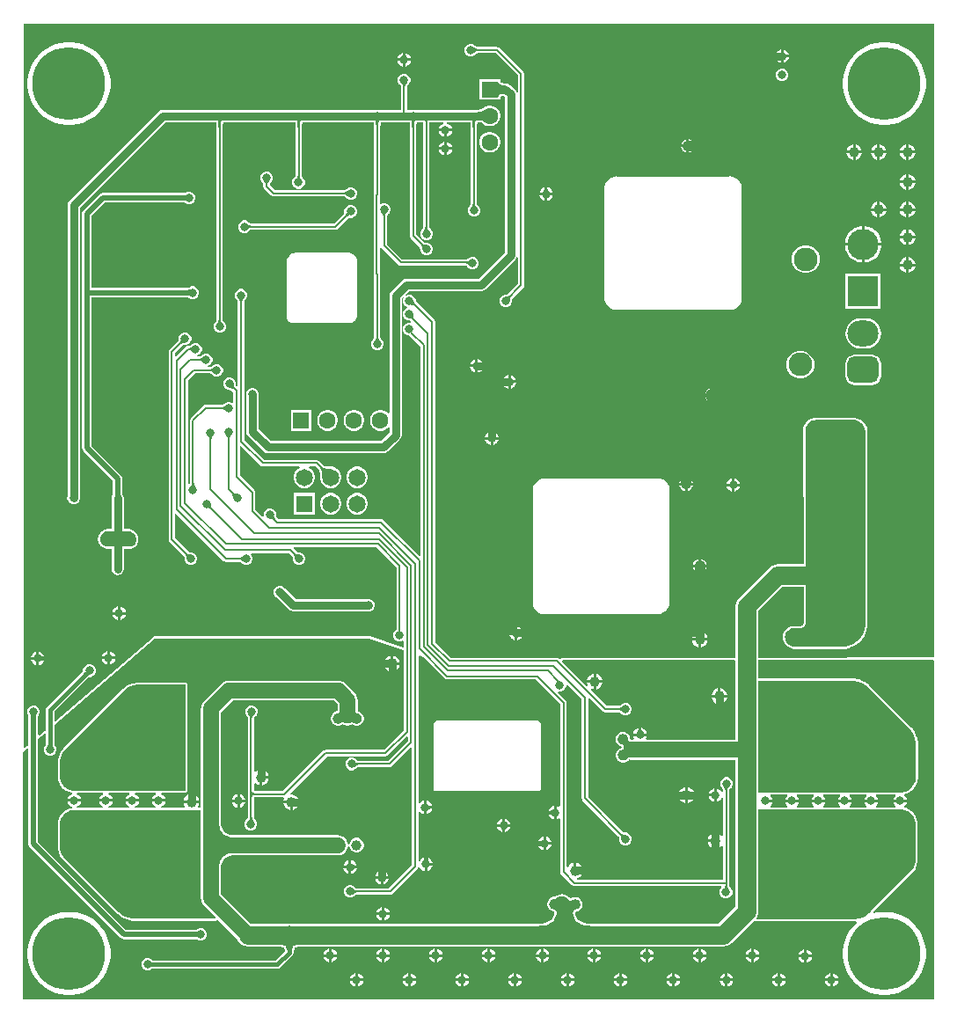
<source format=gbl>
G04*
G04 #@! TF.GenerationSoftware,Altium Limited,Altium Designer,21.3.2 (30)*
G04*
G04 Layer_Physical_Order=2*
G04 Layer_Color=16711680*
%FSTAX25Y25*%
%MOIN*%
G70*
G04*
G04 #@! TF.SameCoordinates,F2247190-6049-447B-BCC3-174C6299C890*
G04*
G04*
G04 #@! TF.FilePolarity,Positive*
G04*
G01*
G75*
%ADD15C,0.01000*%
%ADD20C,0.00800*%
%ADD115C,0.03000*%
%ADD118C,0.07000*%
%ADD119C,0.01500*%
%ADD120C,0.04000*%
%ADD121C,0.06000*%
%ADD123C,0.05000*%
%ADD125C,0.02000*%
G04:AMPARAMS|DCode=126|XSize=98.43mil|YSize=118.11mil|CornerRadius=24.61mil|HoleSize=0mil|Usage=FLASHONLY|Rotation=90.000|XOffset=0mil|YOffset=0mil|HoleType=Round|Shape=RoundedRectangle|*
%AMROUNDEDRECTD126*
21,1,0.09843,0.06890,0,0,90.0*
21,1,0.04921,0.11811,0,0,90.0*
1,1,0.04921,0.03445,0.02461*
1,1,0.04921,0.03445,-0.02461*
1,1,0.04921,-0.03445,-0.02461*
1,1,0.04921,-0.03445,0.02461*
%
%ADD126ROUNDEDRECTD126*%
%ADD127O,0.11811X0.09843*%
%ADD128C,0.06496*%
%ADD129R,0.06496X0.06496*%
G04:AMPARAMS|DCode=130|XSize=76.77mil|YSize=76.77mil|CornerRadius=19.19mil|HoleSize=0mil|Usage=FLASHONLY|Rotation=270.000|XOffset=0mil|YOffset=0mil|HoleType=Round|Shape=RoundedRectangle|*
%AMROUNDEDRECTD130*
21,1,0.07677,0.03839,0,0,270.0*
21,1,0.03839,0.07677,0,0,270.0*
1,1,0.03839,-0.01919,-0.01919*
1,1,0.03839,-0.01919,0.01919*
1,1,0.03839,0.01919,0.01919*
1,1,0.03839,0.01919,-0.01919*
%
%ADD130ROUNDEDRECTD130*%
%ADD131C,0.07677*%
%ADD132R,0.06299X0.06299*%
%ADD133C,0.06299*%
%ADD134R,0.06299X0.06299*%
%ADD135R,0.11811X0.11811*%
%ADD136C,0.11811*%
%ADD137C,0.09000*%
%ADD139C,0.03937*%
%ADD140C,0.03150*%
%ADD141C,0.02598*%
%ADD142C,0.27559*%
G36*
X0654562Y0778269D02*
X0654699Y077815D01*
X0654835Y0778044D01*
X065497Y0777953D01*
X0655105Y0777876D01*
X0655239Y0777812D01*
X0655372Y0777763D01*
X0655505Y0777728D01*
X0655637Y0777707D01*
X0655768Y07777D01*
Y07769D01*
X0655637Y0776893D01*
X0655505Y0776872D01*
X0655372Y0776837D01*
X0655239Y0776788D01*
X0655105Y0776724D01*
X065497Y0776647D01*
X0654835Y0776556D01*
X0654699Y077645D01*
X0654562Y0776331D01*
X0654425Y0776198D01*
Y0778402D01*
X0654562Y0778269D01*
D02*
G37*
G36*
X066363Y0765115D02*
X066372Y076486D01*
X0663871Y0764635D01*
X0664082Y076444D01*
X0664353Y0764275D01*
X0664684Y076414D01*
X0665076Y0764035D01*
X0665527Y076396D01*
X066604Y0763915D01*
X0666612Y07639D01*
Y07609D01*
X066604Y0760885D01*
X0665527Y076084D01*
X0665076Y0760765D01*
X0664684Y076066D01*
X0664353Y0760525D01*
X0664082Y076036D01*
X0663871Y0760165D01*
X066372Y075994D01*
X066363Y0759685D01*
X06636Y07594D01*
Y07654D01*
X066363Y0765115D01*
D02*
G37*
G36*
X0668528Y0683776D02*
X066844Y0683678D01*
X0668362Y0683569D01*
X0668293Y0683451D01*
X0668233Y0683322D01*
X0668183Y0683182D01*
X0668143Y0683033D01*
X0668111Y0682872D01*
X066809Y0682702D01*
X0668078Y068252D01*
X0668075Y0682329D01*
X0666516Y0683888D01*
X0666707Y0683891D01*
X0666888Y0683903D01*
X0667059Y0683925D01*
X0667219Y0683956D01*
X0667369Y0683996D01*
X0667509Y0684047D01*
X0667638Y0684106D01*
X0667756Y0684175D01*
X0667865Y0684253D01*
X0667962Y0684341D01*
X0668528Y0683776D01*
D02*
G37*
G36*
X0567169Y0683138D02*
X056705Y0683001D01*
X0566944Y0682865D01*
X0566853Y068273D01*
X0566776Y0682595D01*
X0566712Y0682461D01*
X0566663Y0682328D01*
X0566628Y0682195D01*
X0566607Y0682063D01*
X05666Y0681932D01*
X05658D01*
X0565793Y0682063D01*
X0565772Y0682195D01*
X0565737Y0682328D01*
X0565688Y0682461D01*
X0565624Y0682595D01*
X0565547Y068273D01*
X0565456Y0682865D01*
X056535Y0683001D01*
X0565231Y0683138D01*
X0565098Y0683275D01*
X0567302D01*
X0567169Y0683138D01*
D02*
G37*
G36*
X0631578Y0682419D02*
X0631764Y0681889D01*
X0631831Y0681738D01*
X0631972Y0681475D01*
X0632045Y0681363D01*
X0632121Y0681264D01*
X06322Y0681179D01*
X0631799Y0680448D01*
X0631695Y0680541D01*
X0631584Y0680619D01*
X0631466Y0680682D01*
X0631341Y0680729D01*
X0631208Y0680762D01*
X0631069Y068078D01*
X0630922Y0680782D01*
X0630768Y068077D01*
X0630607Y0680743D01*
X0630439Y06807D01*
X0631521Y0682622D01*
X0631578Y0682419D01*
D02*
G37*
G36*
X0829Y0547642D02*
X0828959Y0547547D01*
X0828649Y0547206D01*
X0828644Y0547202D01*
X0762657Y0547063D01*
X0762304Y0547416D01*
Y0564807D01*
X0771408Y0573912D01*
X077945D01*
X0779496Y0560452D01*
X0779461Y0560207D01*
X0779232Y0559688D01*
X0778858Y0559313D01*
X0778338Y0559084D01*
X0778092Y0559049D01*
X077581Y0559049D01*
X0775451Y0559049D01*
X0775369Y0559033D01*
X0775286Y0559032D01*
X0774583Y0558884D01*
X0774506Y0558852D01*
X0774425Y0558834D01*
X0773767Y0558544D01*
X0773699Y0558497D01*
X0773623Y0558462D01*
X0773038Y0558044D01*
X0772982Y0557984D01*
X0772914Y0557934D01*
X0772428Y0557405D01*
X0772385Y0557334D01*
X0772329Y0557272D01*
X0771963Y0556654D01*
X0771935Y0556575D01*
X0771893Y0556503D01*
X0771661Y0555823D01*
X077165Y0555741D01*
X0771624Y0555661D01*
X0771537Y0554948D01*
X0771543Y0554865D01*
X0771534Y0554782D01*
X0771565Y0554424D01*
X077157Y0554406D01*
X0771569Y0554386D01*
X0771614Y0554046D01*
X0771638Y0553978D01*
X0771646Y0553906D01*
X0771857Y0553254D01*
X0771893Y055319D01*
X0771914Y0553121D01*
X0772238Y0552517D01*
X0772284Y0552461D01*
X0772318Y0552396D01*
X0772745Y055186D01*
X07728Y0551813D01*
X0772844Y0551756D01*
X077336Y0551304D01*
X0773423Y0551268D01*
X0773477Y055122D01*
X0774065Y0550868D01*
X0774134Y0550844D01*
X0774195Y0550805D01*
X0774837Y0550564D01*
X0774909Y0550553D01*
X0774976Y0550526D01*
X0775651Y0550404D01*
X0775723Y0550405D01*
X0775794Y0550391D01*
X0776137Y0550391D01*
X079487D01*
X0794947Y0550406D01*
X0795026D01*
X0796735Y0550746D01*
X0796808Y0550776D01*
X0796885Y0550792D01*
X0798495Y0551459D01*
X0798561Y0551503D01*
X0798634Y0551533D01*
X0800082Y05525D01*
X0800138Y0552557D01*
X0800204Y05526D01*
X0801436Y0553832D01*
X080148Y0553898D01*
X0801536Y0553954D01*
X0802503Y0555402D01*
X0802534Y0555475D01*
X0802578Y0555541D01*
X0803244Y0557151D01*
X080326Y0557228D01*
X080329Y0557301D01*
X080363Y055901D01*
Y0559089D01*
X0803645Y0559166D01*
Y0560037D01*
X0803645Y0560037D01*
X0803645Y0632565D01*
X0803645Y0633011D01*
X080363Y0633089D01*
X080363Y0633168D01*
X0803456Y0634044D01*
X0803426Y0634117D01*
X080341Y0634195D01*
X0803069Y063502D01*
X0803024Y0635086D01*
X0802994Y0635159D01*
X0802498Y0635902D01*
X0802442Y0635958D01*
X0802398Y0636024D01*
X0801766Y0636656D01*
X0801701Y06367D01*
X0801645Y0636756D01*
X0800902Y0637252D01*
X0800829Y0637282D01*
X0800763Y0637326D01*
X0799937Y0637668D01*
X079986Y0637683D01*
X0799787Y0637713D01*
X0798927Y0637884D01*
X079885Y0637884D01*
X0798775Y06379D01*
X0798314Y0637903D01*
X0798312Y0637902D01*
X0798309Y0637903D01*
X0798307D01*
X0798307Y0637903D01*
X0784557Y0637903D01*
X0784202Y063794D01*
X0784124Y0637933D01*
X0784045Y0637942D01*
X078325Y0637869D01*
X0783174Y0637847D01*
X0783096Y063784D01*
X078233Y0637614D01*
X078226Y0637577D01*
X0782184Y0637555D01*
X0781477Y0637185D01*
X0781415Y0637135D01*
X0781345Y0637099D01*
X0780724Y0636597D01*
X0780673Y0636537D01*
X0780612Y0636487D01*
X07801Y0635874D01*
X0780062Y0635805D01*
X0780011Y0635744D01*
X0779628Y0635044D01*
X0779605Y0634969D01*
X0779567Y0634899D01*
X0779347Y0634199D01*
X077934Y0634131D01*
X0779318Y0634067D01*
X0779255Y0633608D01*
X0779258Y0633554D01*
X0779248Y06335D01*
X0779248Y0633499D01*
X0779248Y0633497D01*
X077942Y0582915D01*
X0779067Y058256D01*
X0769617D01*
X0768498Y0582413D01*
X0767455Y0581981D01*
X0766559Y0581294D01*
X0754921Y0569656D01*
X0754234Y056876D01*
X0753802Y0567717D01*
X0753655Y0566598D01*
Y0547483D01*
X0753613Y0547387D01*
X0753304Y0547048D01*
X0753299Y0547043D01*
X0688061Y0546906D01*
X0687909Y0546875D01*
X0687754Y0546844D01*
X0687754Y0546844D01*
X0687753Y0546844D01*
X0687623Y0546757D01*
X0687494Y054667D01*
X0687493Y0546669D01*
X0687054Y0546593D01*
X0686901Y0546619D01*
X0686885Y0546627D01*
X0686827Y0546685D01*
X0686434Y0546948D01*
X0685971Y054704D01*
X0685971Y054704D01*
X0645672D01*
X0639797Y0552915D01*
Y0674226D01*
X0639705Y0674689D01*
X0639443Y0675082D01*
X0639443Y0675082D01*
X0632715Y068181D01*
X06327Y068183D01*
X0632662Y0681886D01*
X0632553Y0682091D01*
X0632511Y0682185D01*
X0632362Y068261D01*
Y0682683D01*
X0632003Y0683551D01*
X0631338Y0684215D01*
X063047Y0684575D01*
X062953D01*
X0628762Y0684257D01*
X0628479Y0684681D01*
X0629866Y0686068D01*
X06573D01*
X0658192Y0686245D01*
X0658949Y0686751D01*
X0670049Y0697851D01*
X0670555Y0698607D01*
X0670589Y0698782D01*
X0671089Y0698733D01*
Y0688615D01*
X0667338Y0684863D01*
X0667318Y0684849D01*
X0667267Y0684819D01*
X0667204Y068479D01*
X0667128Y0684763D01*
X0667037Y0684738D01*
X0666932Y0684718D01*
X0666811Y0684702D01*
X0666674Y0684693D01*
X0666504Y0684691D01*
X0666433Y0684676D01*
X066603D01*
X0665162Y0684316D01*
X0664497Y0683651D01*
X0664138Y0682783D01*
Y0681843D01*
X0664497Y0680975D01*
X0665162Y0680311D01*
X066603Y0679951D01*
X066697D01*
X0667838Y0680311D01*
X0668503Y0680975D01*
X0668862Y0681843D01*
Y0682246D01*
X0668878Y0682317D01*
X066888Y0682488D01*
X0668889Y0682624D01*
X0668904Y0682745D01*
X0668925Y0682851D01*
X066895Y0682941D01*
X0668977Y0683017D01*
X0669006Y068308D01*
X0669035Y0683131D01*
X066905Y0683151D01*
X0673156Y0687257D01*
X0673156Y0687257D01*
X0673419Y068765D01*
X0673511Y0688113D01*
X0673511Y0688113D01*
Y07682D01*
X0673419Y0768663D01*
X0673156Y0769056D01*
X0673156Y0769056D01*
X0664056Y0778156D01*
X0663663Y0778418D01*
X06632Y0778511D01*
X06632Y0778511D01*
X0655695D01*
X0655671Y0778514D01*
X0655614Y077853D01*
X0655549Y0778553D01*
X0655476Y0778588D01*
X0655395Y0778635D01*
X0655305Y0778695D01*
X0655209Y077877D01*
X0655106Y077886D01*
X0654984Y0778978D01*
X0654923Y0779018D01*
X0654638Y0779303D01*
X065377Y0779662D01*
X065283D01*
X0651962Y0779303D01*
X0651297Y0778638D01*
X0650938Y077777D01*
Y077683D01*
X0651297Y0775962D01*
X0651962Y0775297D01*
X065283Y0774938D01*
X065377D01*
X0654638Y0775297D01*
X0654923Y0775582D01*
X0654984Y0775622D01*
X0655106Y077574D01*
X0655209Y077583D01*
X0655305Y0775905D01*
X0655395Y0775965D01*
X0655476Y0776012D01*
X0655549Y0776047D01*
X0655614Y077607D01*
X0655671Y0776086D01*
X0655695Y0776089D01*
X0662699D01*
X0671089Y0767698D01*
Y076141D01*
X0670589Y0761361D01*
X0670555Y0761535D01*
X0670049Y0762292D01*
X0668292Y0764049D01*
X0667535Y0764555D01*
X0666643Y0764732D01*
X0665911D01*
X0665628Y0764757D01*
X0665246Y0764821D01*
X0664941Y0764902D01*
X0664715Y0764994D01*
X0664568Y0765084D01*
X0664486Y076516D01*
X0664443Y0765223D01*
X0664418Y0765294D01*
X0664411Y0765361D01*
Y0766337D01*
X0656537D01*
Y0758463D01*
X0664411D01*
Y0759439D01*
X0664418Y0759506D01*
X0664443Y0759577D01*
X0664486Y075964D01*
X0664568Y0759716D01*
X0664715Y0759806D01*
X0664941Y0759898D01*
X0665246Y0759979D01*
X0665628Y0760043D01*
X0665696Y0760049D01*
X0666068Y0759677D01*
Y0700466D01*
X0656334Y0690732D01*
X06289D01*
X0628008Y0690555D01*
X0627251Y0690049D01*
X0623051Y0685849D01*
X0622545Y0685092D01*
X0622368Y06842D01*
Y0639907D01*
X0621868Y06397D01*
X0621417Y064015D01*
X062052Y0640669D01*
X0619518Y0640937D01*
X0618482D01*
X061748Y0640669D01*
X0616583Y064015D01*
X061585Y0639417D01*
X0615331Y063852D01*
X0615063Y0637518D01*
Y0636482D01*
X0615331Y063548D01*
X061585Y0634583D01*
X0616583Y063385D01*
X061748Y0633331D01*
X0618482Y0633063D01*
X0619518D01*
X062052Y0633331D01*
X0621417Y063385D01*
X0621868Y06343D01*
X0622368Y0634093D01*
Y0632366D01*
X0619134Y0629132D01*
X0577366D01*
X0572842Y0633656D01*
Y0646248D01*
X0572872Y064632D01*
Y064726D01*
X0572513Y0648128D01*
X0571848Y0648793D01*
X057098Y0649152D01*
X057004D01*
X0569172Y0648793D01*
X0568507Y0648128D01*
X0568148Y064726D01*
Y064632D01*
X0568178Y0646248D01*
Y063269D01*
X0568355Y0631798D01*
X0568861Y0631041D01*
X0574751Y0625151D01*
X0575507Y0624645D01*
X05764Y0624468D01*
X06201D01*
X0620993Y0624645D01*
X0621749Y0625151D01*
X0626349Y0629751D01*
X0626855Y0630508D01*
X0627032Y06314D01*
Y0683234D01*
X0627532Y0683734D01*
X0627956Y0683451D01*
X0627638Y0682683D01*
Y0681743D01*
X0627997Y0680874D01*
X0628662Y068021D01*
X0629096Y068003D01*
Y0679489D01*
X0628662Y067931D01*
X0627997Y0678645D01*
X0627638Y0677777D01*
Y0676837D01*
X0627997Y0675969D01*
X0628662Y0675305D01*
X062953Y0674945D01*
X0629696D01*
X0629769Y0674931D01*
X0629917Y0674897D01*
X0630203Y0674812D01*
X0630305Y0674774D01*
X0630399Y0674732D01*
X0630477Y067469D01*
X0630505Y0674673D01*
X063069Y0674412D01*
X0630559Y0674143D01*
X0630409Y0673962D01*
X062953D01*
X0628662Y0673603D01*
X0627997Y0672938D01*
X0627638Y067207D01*
Y067113D01*
X0627997Y0670262D01*
X0628662Y0669597D01*
X062953Y0669238D01*
X0629952D01*
X0629956Y0669232D01*
X0634201Y0664987D01*
Y0585864D01*
X0633739Y0585673D01*
X0620156Y0599256D01*
X0619763Y0599518D01*
X06193Y0599611D01*
X06193Y0599611D01*
X0580502D01*
X057965Y0600462D01*
X0579635Y0600482D01*
X0579606Y0600533D01*
X0579577Y0600596D01*
X057955Y0600672D01*
X0579525Y0600763D01*
X0579504Y0600868D01*
X0579489Y0600989D01*
X057948Y0601126D01*
X0579478Y0601296D01*
X0579462Y0601367D01*
Y060177D01*
X0579103Y0602638D01*
X0578438Y0603303D01*
X057757Y0603662D01*
X057663D01*
X0575762Y0603303D01*
X0575097Y0602638D01*
X0574738Y060177D01*
Y060083D01*
X0574772Y0600747D01*
X0574348Y0600464D01*
X057167Y0603142D01*
Y0609641D01*
X057167Y0609641D01*
X0571578Y0610104D01*
X0571315Y0610497D01*
X0571315Y0610497D01*
X0565711Y0616102D01*
Y0627124D01*
X0566173Y0627315D01*
X0573563Y0619924D01*
X0573563Y0619924D01*
X0573956Y0619662D01*
X0574419Y061957D01*
X0588351D01*
X0588485Y061907D01*
X0587722Y0618629D01*
X0586971Y0617878D01*
X058644Y0616958D01*
X0586165Y0615931D01*
Y0614869D01*
X058644Y0613842D01*
X0586971Y0612922D01*
X0587722Y0612171D01*
X0588642Y061164D01*
X0589669Y0611365D01*
X0590731D01*
X0591758Y061164D01*
X0592678Y0612171D01*
X0593429Y0612922D01*
X059396Y0613842D01*
X0594235Y0614869D01*
Y0615931D01*
X059396Y0616958D01*
X0593429Y0617878D01*
X0592678Y0618629D01*
X0591915Y061907D01*
X0592049Y061957D01*
X0594318D01*
X0595724Y0618164D01*
X0595741Y0618144D01*
X0595805Y0618039D01*
X0595874Y0617882D01*
X0595943Y0617674D01*
X0596006Y0617415D01*
X0596056Y0617127D01*
X0596147Y0615906D01*
X0596149Y0615429D01*
X0596165Y0615354D01*
Y0614869D01*
X059644Y0613842D01*
X0596971Y0612922D01*
X0597722Y0612171D01*
X0598642Y061164D01*
X0599669Y0611365D01*
X0600731D01*
X0601758Y061164D01*
X0602678Y0612171D01*
X0603429Y0612922D01*
X060396Y0613842D01*
X0604235Y0614869D01*
Y0615931D01*
X060396Y0616958D01*
X0603429Y0617878D01*
X0602678Y0618629D01*
X0601758Y061916D01*
X0600731Y0619435D01*
X0600246D01*
X0600171Y0619451D01*
X0599686Y0619453D01*
X0598835Y0619499D01*
X059849Y0619541D01*
X0598185Y0619594D01*
X0597926Y0619657D01*
X0597718Y0619726D01*
X0597562Y0619796D01*
X0597456Y0619859D01*
X0597436Y0619876D01*
X0595676Y0621636D01*
X0595283Y0621899D01*
X0594819Y0621991D01*
X0594819Y0621991D01*
X0574921D01*
X0567411Y0629501D01*
Y0682005D01*
X0567415Y0682029D01*
X056743Y0682086D01*
X0567453Y0682151D01*
X0567488Y0682224D01*
X0567535Y0682305D01*
X0567595Y0682395D01*
X056767Y0682491D01*
X056776Y0682594D01*
X0567878Y0682716D01*
X0567918Y0682777D01*
X0568203Y0683062D01*
X0568562Y068393D01*
Y068487D01*
X0568203Y0685738D01*
X0567538Y0686403D01*
X056667Y0686762D01*
X056573D01*
X0564862Y0686403D01*
X0564197Y0685738D01*
X0563838Y068487D01*
Y068393D01*
X0564197Y0683062D01*
X0564482Y0682777D01*
X0564522Y0682716D01*
X056464Y0682594D01*
X056473Y0682491D01*
X0564805Y0682395D01*
X0564865Y0682305D01*
X0564912Y0682224D01*
X0564947Y0682151D01*
X056497Y0682086D01*
X0564986Y0682029D01*
X0564989Y0682005D01*
Y0650259D01*
X0564489Y0650001D01*
X0564253Y0650163D01*
X056425Y0650172D01*
X0564225Y0650263D01*
X0564205Y0650368D01*
X0564189Y0650489D01*
X056418Y0650626D01*
X0564178Y0650796D01*
X0564162Y0650867D01*
Y065127D01*
X0563803Y0652138D01*
X0563138Y0652803D01*
X056227Y0653162D01*
X056133D01*
X0560462Y0652803D01*
X0559797Y0652138D01*
X0559438Y065127D01*
Y065033D01*
X0559797Y0649462D01*
X0560462Y0648797D01*
X056133Y0648438D01*
X0561733D01*
X0561804Y0648422D01*
X0561974Y064842D01*
X0562111Y0648411D01*
X0562232Y0648395D01*
X0562337Y0648375D01*
X0562428Y064835D01*
X0562504Y0648323D01*
X0562567Y0648294D01*
X0562618Y0648265D01*
X0562638Y064825D01*
X0563289Y0647599D01*
Y0643855D01*
X0562789Y0643673D01*
X056197Y0644012D01*
X056103D01*
X0560162Y0643653D01*
X0559877Y0643368D01*
X0559816Y0643328D01*
X0559694Y064321D01*
X0559591Y064312D01*
X0559494Y0643045D01*
X0559405Y0642985D01*
X0559324Y0642938D01*
X0559251Y0642904D01*
X0559186Y064288D01*
X0559129Y0642865D01*
X0559105Y0642861D01*
X055285D01*
X055285Y0642861D01*
X0552387Y0642768D01*
X0551994Y0642506D01*
X0551994Y0642506D01*
X0547144Y0637656D01*
X0546881Y0637263D01*
X0546789Y06368D01*
X0546789Y06368D01*
Y0613143D01*
X0546611Y0612944D01*
X0546375Y0612985D01*
X0546351Y0613001D01*
X0546111Y0613301D01*
Y0652199D01*
X0548701Y0654789D01*
X0554605D01*
X0554629Y0654785D01*
X0554686Y065477D01*
X0554751Y0654746D01*
X0554824Y0654712D01*
X0554905Y0654665D01*
X0554994Y0654605D01*
X0555091Y065453D01*
X0555194Y065444D01*
X0555316Y0654322D01*
X0555377Y0654282D01*
X0555662Y0653997D01*
X055653Y0653638D01*
X055747D01*
X0558338Y0653997D01*
X0559003Y0654662D01*
X0559362Y065553D01*
Y065647D01*
X0559003Y0657338D01*
X0558338Y0658003D01*
X055747Y0658362D01*
X055653D01*
X0555662Y0658003D01*
X0555377Y0657718D01*
X0555316Y0657678D01*
X0555194Y065756D01*
X0555091Y065747D01*
X0554994Y0657395D01*
X0554905Y0657335D01*
X0554824Y0657288D01*
X0554751Y0657254D01*
X0554686Y065723D01*
X0554629Y0657214D01*
X0554605Y0657211D01*
X0553745D01*
X0553646Y0657711D01*
X0554338Y0657997D01*
X0555003Y0658662D01*
X0555362Y065953D01*
Y066047D01*
X0555003Y0661338D01*
X0554338Y0662003D01*
X055347Y0662362D01*
X055253D01*
X0551662Y0662003D01*
X0551377Y0661718D01*
X0551316Y0661678D01*
X0551194Y066156D01*
X0551091Y066147D01*
X0550994Y0661395D01*
X0550905Y0661335D01*
X0550824Y0661288D01*
X0550751Y0661253D01*
X0550686Y066123D01*
X0550629Y0661214D01*
X0550605Y0661211D01*
X0549745D01*
X0549646Y0661711D01*
X0550338Y0661997D01*
X0551003Y0662662D01*
X0551362Y066353D01*
Y066447D01*
X0551003Y0665338D01*
X0550338Y0666003D01*
X054947Y0666362D01*
X054853D01*
X0547662Y0666003D01*
X0547377Y0665718D01*
X0547316Y0665678D01*
X0547194Y066556D01*
X0547091Y066547D01*
X0546994Y0665395D01*
X0546905Y0665335D01*
X0546824Y0665288D01*
X0546751Y0665253D01*
X0546686Y066523D01*
X0546629Y0665214D01*
X0546605Y0665211D01*
X05461D01*
X0545637Y0665119D01*
X0545244Y0664856D01*
X0545244Y0664856D01*
X0541673Y0661285D01*
X0541211Y0661476D01*
Y0662499D01*
X0544162Y066545D01*
X0544182Y0665464D01*
X0544233Y0665494D01*
X0544296Y0665523D01*
X0544372Y066555D01*
X0544463Y0665575D01*
X0544568Y0665595D01*
X0544689Y0665611D01*
X0544826Y066562D01*
X0544996Y0665623D01*
X0545067Y0665638D01*
X054547D01*
X0546338Y0665997D01*
X0547003Y0666662D01*
X0547362Y066753D01*
Y066847D01*
X0547003Y0669338D01*
X0546338Y0670003D01*
X054547Y0670362D01*
X054453D01*
X0543662Y0670003D01*
X0542997Y0669338D01*
X0542638Y066847D01*
Y0668067D01*
X0542623Y0667996D01*
X054262Y0667826D01*
X0542611Y0667689D01*
X0542595Y0667568D01*
X0542575Y0667463D01*
X054255Y0667372D01*
X0542523Y0667296D01*
X0542494Y0667233D01*
X0542464Y0667182D01*
X054245Y0667162D01*
X0539144Y0663856D01*
X0538881Y0663463D01*
X0538789Y0663D01*
X0538789Y0663D01*
Y05918D01*
X0538789Y05918D01*
X0538881Y0591337D01*
X0539144Y0590944D01*
X054465Y0585438D01*
X0544664Y0585418D01*
X0544694Y0585367D01*
X0544723Y0585304D01*
X054475Y0585228D01*
X0544775Y0585137D01*
X0544796Y0585032D01*
X0544811Y0584911D01*
X054482Y0584774D01*
X0544823Y0584604D01*
X0544838Y0584533D01*
Y058413D01*
X0545197Y0583262D01*
X0545862Y0582597D01*
X054673Y0582238D01*
X054767D01*
X0548538Y0582597D01*
X0549203Y0583262D01*
X0549562Y058413D01*
Y058507D01*
X0549203Y0585938D01*
X0548538Y0586603D01*
X054767Y0586962D01*
X0547267D01*
X0547196Y0586977D01*
X0547026Y058698D01*
X0546889Y0586989D01*
X0546768Y0587005D01*
X0546663Y0587025D01*
X0546572Y058705D01*
X0546496Y0587077D01*
X0546433Y0587106D01*
X0546382Y0587136D01*
X0546362Y058715D01*
X0541211Y0592302D01*
Y0601424D01*
X0541673Y0601615D01*
X0559544Y0583744D01*
X0559544Y0583744D01*
X0559937Y0583482D01*
X05604Y0583389D01*
X05604Y0583389D01*
X0565805D01*
X0565829Y0583386D01*
X0565886Y058337D01*
X0565951Y0583347D01*
X0566024Y0583312D01*
X0566105Y0583265D01*
X0566194Y0583205D01*
X0566291Y058313D01*
X0566394Y058304D01*
X0566516Y0582922D01*
X0566577Y0582882D01*
X0566862Y0582597D01*
X056773Y0582238D01*
X056867D01*
X0569538Y0582597D01*
X0570203Y0583262D01*
X0570562Y058413D01*
Y058507D01*
X0570203Y0585938D01*
X0570013Y0586127D01*
X0570205Y0586589D01*
X0584499D01*
X058565Y0585438D01*
X0585665Y0585418D01*
X0585694Y0585367D01*
X0585723Y0585304D01*
X058575Y0585228D01*
X0585775Y0585137D01*
X0585795Y0585032D01*
X0585811Y0584911D01*
X058582Y0584774D01*
X0585822Y0584604D01*
X0585838Y0584533D01*
Y058413D01*
X0586197Y0583262D01*
X0586862Y0582597D01*
X058773Y0582238D01*
X058867D01*
X0589538Y0582597D01*
X0590203Y0583262D01*
X0590562Y058413D01*
Y058507D01*
X0590203Y0585938D01*
X0589538Y0586603D01*
X058867Y0586962D01*
X0588267D01*
X0588196Y0586977D01*
X0588026Y058698D01*
X0587889Y0586989D01*
X0587768Y0587005D01*
X0587663Y0587025D01*
X0587572Y058705D01*
X0587496Y0587077D01*
X0587433Y0587106D01*
X0587382Y0587136D01*
X0587362Y058715D01*
X0586123Y0588389D01*
X058633Y0588889D01*
X0617598D01*
X0625089Y0581398D01*
Y0557663D01*
X0624962Y055761D01*
X0624297Y0556946D01*
X0623938Y0556077D01*
Y0555138D01*
X0624297Y055427D01*
X0624962Y0553605D01*
X062583Y0553245D01*
X062677D01*
X0627352Y0553486D01*
X0627852Y0553165D01*
Y0551207D01*
X0627444Y0550917D01*
X0615226Y0555144D01*
X0615094Y0555162D01*
X0614964Y0555188D01*
X0533558D01*
X0533432Y0555163D01*
X0533306Y0555147D01*
X053328Y0555133D01*
X053325Y0555127D01*
X0533144Y0555056D01*
X0533033Y0554993D01*
X0495822Y0522891D01*
X0495367Y0523099D01*
Y0526551D01*
X0508359Y0539542D01*
X0508414Y0539586D01*
X0508486Y0539635D01*
X0508547Y0539672D01*
X0508597Y0539697D01*
X0508635Y0539712D01*
X050866Y0539719D01*
X0508673Y0539721D01*
X0508726Y0539723D01*
X0508782Y0539738D01*
X050917D01*
X0510038Y0540097D01*
X0510703Y0540762D01*
X0511062Y054163D01*
Y054257D01*
X0510703Y0543438D01*
X0510038Y0544103D01*
X050917Y0544462D01*
X050823D01*
X0507362Y0544103D01*
X0506697Y0543438D01*
X0506338Y054257D01*
Y0542182D01*
X0506323Y0542126D01*
X0506321Y0542073D01*
X0506319Y054206D01*
X0506312Y0542035D01*
X0506297Y0541997D01*
X0506272Y0541947D01*
X0506235Y0541886D01*
X0506192Y0541823D01*
X0506121Y0541738D01*
X0492692Y0528308D01*
X0492352Y05278D01*
X0492233Y05272D01*
Y0519554D01*
X0492156Y0519422D01*
X0491921Y0519216D01*
X0491807Y0519144D01*
X0491667Y0519121D01*
X0491526Y0519104D01*
X0491513Y0519096D01*
X0491498Y0519094D01*
X0491377Y0519019D01*
X0491254Y0518949D01*
X0489777Y0517675D01*
X0489322Y0517884D01*
Y0524909D01*
X0489329Y0524989D01*
X0489603Y0525262D01*
X0489962Y052613D01*
Y052707D01*
X0489603Y0527938D01*
X0488938Y0528603D01*
X048807Y0528962D01*
X048713D01*
X0486262Y0528603D01*
X0485597Y0527938D01*
X0485238Y052707D01*
Y052613D01*
X0485597Y0525262D01*
X0485667Y0525192D01*
X0485678Y0525008D01*
Y0513899D01*
X0485601Y0513767D01*
X0485367Y0513561D01*
X0485253Y0513489D01*
X0485112Y0513466D01*
X0484971Y0513449D01*
X0484958Y0513441D01*
X0484943Y0513439D01*
X0484822Y0513364D01*
X0484699Y0513294D01*
X0484155Y0512825D01*
X04837Y0513033D01*
Y07872D01*
X0829D01*
Y0547642D01*
D02*
G37*
G36*
X0631518Y0676831D02*
X0631503Y0676663D01*
X0631501Y0676502D01*
X0631513Y067635D01*
X0631538Y0676206D01*
X0631576Y067607D01*
X0631627Y0675943D01*
X0631692Y0675824D01*
X063177Y0675713D01*
X0631861Y0675611D01*
X0631189Y0675153D01*
X0631098Y0675235D01*
X0630995Y0675313D01*
X0630879Y0675385D01*
X0630752Y0675453D01*
X0630612Y0675516D01*
X0630461Y0675573D01*
X0630121Y0675674D01*
X0629933Y0675717D01*
X0629733Y0675755D01*
X0631546Y0677009D01*
X0631518Y0676831D01*
D02*
G37*
G36*
X0544984Y0666425D02*
X0544793Y0666423D01*
X0544612Y066641D01*
X0544441Y0666389D01*
X0544281Y0666358D01*
X0544131Y0666317D01*
X0543991Y0666267D01*
X0543862Y0666207D01*
X0543744Y0666138D01*
X0543636Y066606D01*
X0543538Y0665972D01*
X0542972Y0666538D01*
X054306Y0666636D01*
X0543138Y0666744D01*
X0543207Y0666862D01*
X0543267Y0666991D01*
X0543317Y0667131D01*
X0543358Y0667281D01*
X0543389Y0667441D01*
X054341Y0667612D01*
X0543423Y0667793D01*
X0543425Y0667984D01*
X0544984Y0666425D01*
D02*
G37*
G36*
X0547875Y0662898D02*
X0547738Y0663031D01*
X0547601Y0663151D01*
X0547465Y0663256D01*
X054733Y0663347D01*
X0547195Y0663424D01*
X0547061Y0663488D01*
X0546928Y0663537D01*
X0546795Y0663572D01*
X0546663Y0663593D01*
X0546532Y06636D01*
Y06644D01*
X0546663Y0664407D01*
X0546795Y0664428D01*
X0546928Y0664463D01*
X0547061Y0664512D01*
X0547195Y0664576D01*
X054733Y0664653D01*
X0547465Y0664744D01*
X0547601Y066485D01*
X0547738Y0664969D01*
X0547875Y0665102D01*
Y0662898D01*
D02*
G37*
G36*
X0551875Y0658898D02*
X0551738Y0659031D01*
X0551601Y0659151D01*
X0551465Y0659256D01*
X055133Y0659347D01*
X0551195Y0659424D01*
X0551061Y0659488D01*
X0550928Y0659537D01*
X0550795Y0659572D01*
X0550663Y0659593D01*
X0550532Y06596D01*
Y06604D01*
X0550663Y0660407D01*
X0550795Y0660428D01*
X0550928Y0660463D01*
X0551061Y0660512D01*
X0551195Y0660576D01*
X055133Y0660653D01*
X0551465Y0660744D01*
X0551601Y066085D01*
X0551738Y0660969D01*
X0551875Y0661102D01*
Y0658898D01*
D02*
G37*
G36*
X0555875Y0654898D02*
X0555738Y0655031D01*
X0555601Y0655151D01*
X0555465Y0655256D01*
X055533Y0655347D01*
X0555195Y0655424D01*
X0555061Y0655488D01*
X0554928Y0655537D01*
X0554795Y0655572D01*
X0554663Y0655593D01*
X0554532Y06556D01*
Y06564D01*
X0554663Y0656407D01*
X0554795Y0656428D01*
X0554928Y0656463D01*
X0555061Y0656512D01*
X0555195Y0656576D01*
X055533Y0656653D01*
X0555465Y0656744D01*
X0555601Y0656849D01*
X0555738Y0656969D01*
X0555875Y0657102D01*
Y0654898D01*
D02*
G37*
G36*
X0563378Y0650593D02*
X056339Y0650412D01*
X0563411Y0650241D01*
X0563443Y0650081D01*
X0563483Y0649931D01*
X0563533Y0649791D01*
X0563593Y0649662D01*
X0563662Y0649544D01*
X056374Y0649436D01*
X0563828Y0649338D01*
X0563262Y0648772D01*
X0563165Y064886D01*
X0563056Y0648938D01*
X0562938Y0649007D01*
X0562809Y0649067D01*
X0562669Y0649117D01*
X0562519Y0649157D01*
X0562359Y0649189D01*
X0562188Y064921D01*
X0562007Y0649223D01*
X0561816Y0649225D01*
X0563375Y0650784D01*
X0563378Y0650593D01*
D02*
G37*
G36*
X0560375Y0640548D02*
X0560238Y0640681D01*
X0560101Y0640801D01*
X0559965Y0640906D01*
X055983Y0640997D01*
X0559695Y0641074D01*
X0559561Y0641138D01*
X0559428Y0641187D01*
X0559295Y0641222D01*
X0559163Y0641243D01*
X0559032Y064125D01*
Y064205D01*
X0559163Y0642057D01*
X0559295Y0642078D01*
X0559428Y0642113D01*
X0559561Y0642162D01*
X0559695Y0642226D01*
X055983Y0642303D01*
X0559965Y0642394D01*
X0560101Y0642499D01*
X0560238Y0642619D01*
X0560375Y0642752D01*
Y0640548D01*
D02*
G37*
G36*
X0562469Y0631238D02*
X056235Y0631101D01*
X0562244Y0630965D01*
X0562153Y063083D01*
X0562076Y0630695D01*
X0562012Y0630561D01*
X0561963Y0630428D01*
X0561928Y0630295D01*
X0561907Y0630163D01*
X05619Y0630032D01*
X05611D01*
X0561093Y0630163D01*
X0561072Y0630295D01*
X0561037Y0630428D01*
X0560988Y0630561D01*
X0560924Y0630695D01*
X0560847Y063083D01*
X0560756Y0630965D01*
X056065Y0631101D01*
X0560531Y0631238D01*
X0560398Y0631375D01*
X0562602D01*
X0562469Y0631238D01*
D02*
G37*
G36*
X0555569Y0631138D02*
X0555449Y0631001D01*
X0555344Y0630865D01*
X0555253Y063073D01*
X0555176Y0630595D01*
X0555112Y0630461D01*
X0555063Y0630328D01*
X0555028Y0630195D01*
X0555007Y0630063D01*
X0555Y0629932D01*
X05542D01*
X0554193Y0630063D01*
X0554172Y0630195D01*
X0554137Y0630328D01*
X0554088Y0630461D01*
X0554024Y0630595D01*
X0553947Y063073D01*
X0553856Y0630865D01*
X0553751Y0631001D01*
X0553631Y0631138D01*
X0553498Y0631275D01*
X0555702D01*
X0555569Y0631138D01*
D02*
G37*
G36*
X0596988Y0619204D02*
X0597189Y0619082D01*
X0597428Y0618976D01*
X0597705Y0618885D01*
X059802Y0618808D01*
X0598374Y0618746D01*
X0598765Y0618699D01*
X0599662Y061865D01*
X0600168Y0618648D01*
X0596952Y0615433D01*
X059695Y0615938D01*
X0596854Y0617227D01*
X0596792Y061758D01*
X0596715Y0617895D01*
X0596624Y0618172D01*
X0596518Y0618411D01*
X0596396Y0618612D01*
X059626Y0618774D01*
X0596826Y061934D01*
X0596988Y0619204D01*
D02*
G37*
G36*
X0548407Y0613037D02*
X0548428Y0612905D01*
X0548463Y0612772D01*
X0548512Y0612639D01*
X0548576Y0612505D01*
X0548653Y061237D01*
X0548744Y0612235D01*
X0548849Y0612099D01*
X0548969Y0611962D01*
X0549102Y0611825D01*
X0546898D01*
X0547031Y0611962D01*
X0547151Y0612099D01*
X0547256Y0612235D01*
X0547347Y061237D01*
X0547424Y0612505D01*
X0547488Y0612639D01*
X0547537Y0612772D01*
X0547572Y0612905D01*
X0547593Y0613037D01*
X05476Y0613168D01*
X05484D01*
X0548407Y0613037D01*
D02*
G37*
G36*
X0563336Y0609502D02*
X0563444Y0609424D01*
X0563562Y0609355D01*
X0563691Y0609295D01*
X0563831Y0609245D01*
X0563981Y0609205D01*
X0564141Y0609174D01*
X0564312Y0609152D01*
X0564493Y060914D01*
X0564684Y0609137D01*
X0563125Y0607578D01*
X0563123Y0607769D01*
X056311Y060795D01*
X0563089Y0608121D01*
X0563058Y0608282D01*
X0563017Y0608431D01*
X0562967Y0608571D01*
X0562907Y06087D01*
X0562838Y0608818D01*
X056276Y0608927D01*
X0562672Y0609024D01*
X0563238Y060959D01*
X0563336Y0609502D01*
D02*
G37*
G36*
X0554677Y0605193D02*
X055469Y0605012D01*
X0554711Y0604841D01*
X0554742Y0604681D01*
X0554783Y0604531D01*
X0554833Y0604391D01*
X0554893Y0604262D01*
X0554962Y0604144D01*
X055504Y0604036D01*
X0555128Y0603938D01*
X0554562Y0603372D01*
X0554464Y060346D01*
X0554356Y0603538D01*
X0554238Y0603607D01*
X0554109Y0603667D01*
X0553969Y0603717D01*
X0553819Y0603757D01*
X0553659Y0603789D01*
X0553488Y060381D01*
X0553307Y0603823D01*
X0553116Y0603825D01*
X0554675Y0605384D01*
X0554677Y0605193D01*
D02*
G37*
G36*
X0578678Y0601093D02*
X057869Y0600912D01*
X0578711Y0600741D01*
X0578743Y0600581D01*
X0578783Y0600431D01*
X0578833Y0600291D01*
X0578893Y0600162D01*
X0578962Y0600044D01*
X057904Y0599935D01*
X0579128Y0599838D01*
X0578562Y0599272D01*
X0578465Y059936D01*
X0578356Y0599438D01*
X0578238Y0599507D01*
X0578109Y0599567D01*
X0577969Y0599617D01*
X0577819Y0599657D01*
X0577659Y0599689D01*
X0577488Y059971D01*
X0577307Y0599722D01*
X0577116Y0599725D01*
X0578675Y0601284D01*
X0578678Y0601093D01*
D02*
G37*
G36*
X0586835Y058654D02*
X0586944Y0586462D01*
X0587062Y0586393D01*
X0587191Y0586333D01*
X0587331Y0586283D01*
X0587481Y0586242D01*
X0587641Y0586211D01*
X0587812Y058619D01*
X0587993Y0586177D01*
X0588184Y0586175D01*
X0586625Y0584616D01*
X0586622Y0584807D01*
X058661Y0584988D01*
X0586589Y0585159D01*
X0586557Y0585319D01*
X0586517Y0585469D01*
X0586467Y0585609D01*
X0586407Y0585738D01*
X0586338Y0585856D01*
X058626Y0585964D01*
X0586172Y0586062D01*
X0586738Y0586628D01*
X0586835Y058654D01*
D02*
G37*
G36*
X0545835D02*
X0545944Y0586462D01*
X0546062Y0586393D01*
X0546191Y0586333D01*
X0546331Y0586283D01*
X0546481Y0586242D01*
X0546641Y0586211D01*
X0546812Y058619D01*
X0546993Y0586177D01*
X0547184Y0586175D01*
X0545625Y0584616D01*
X0545622Y0584807D01*
X054561Y0584988D01*
X0545589Y0585159D01*
X0545557Y0585319D01*
X0545517Y0585469D01*
X0545467Y0585609D01*
X0545407Y0585738D01*
X0545338Y0585856D01*
X054526Y0585964D01*
X0545172Y0586062D01*
X0545738Y0586628D01*
X0545835Y058654D01*
D02*
G37*
G36*
X0567075Y0583498D02*
X0566938Y0583631D01*
X0566801Y058375D01*
X0566665Y0583856D01*
X056653Y0583947D01*
X0566395Y0584024D01*
X0566261Y0584088D01*
X0566128Y0584137D01*
X0565995Y0584172D01*
X0565863Y0584193D01*
X0565732Y05842D01*
Y0585D01*
X0565863Y0585007D01*
X0565995Y0585028D01*
X0566128Y0585063D01*
X0566261Y0585112D01*
X0566395Y0585176D01*
X056653Y0585253D01*
X0566665Y0585344D01*
X0566801Y058545D01*
X0566938Y0585569D01*
X0567075Y0585702D01*
Y0583498D01*
D02*
G37*
G36*
X0784515Y06371D02*
X0798307Y06371D01*
X0798307Y06371D01*
Y06371D01*
X0798309D01*
X079877Y0637097D01*
X079963Y0636926D01*
X0800456Y0636584D01*
X0801199Y0636088D01*
X080183Y0635456D01*
X0802327Y0634713D01*
X0802668Y0633888D01*
X0802843Y0633012D01*
X0802842Y0632565D01*
X0802842Y0560037D01*
X0802842Y0560037D01*
Y0559166D01*
X0802503Y0557458D01*
X0801836Y0555848D01*
X0800868Y05544D01*
X0799636Y0553168D01*
X0798188Y05522D01*
X0796578Y0551534D01*
X079487Y0551194D01*
X0776137D01*
X0775794Y0551194D01*
X0775119Y0551316D01*
X0774477Y0551557D01*
X0773889Y0551909D01*
X0773373Y055236D01*
X0772946Y0552897D01*
X0772621Y0553501D01*
X077241Y0554153D01*
X0772365Y0554493D01*
X0772334Y0554851D01*
X0772421Y0555564D01*
X0772653Y0556244D01*
X077302Y0556862D01*
X0773506Y0557391D01*
X077409Y0557809D01*
X0774748Y0558099D01*
X0775451Y0558246D01*
X077581Y0558246D01*
X0778148Y0558246D01*
X0778148Y0558246D01*
X077856Y0558304D01*
X0778614Y0558328D01*
X0779319Y0558639D01*
X0779906Y0559226D01*
X0780241Y0559985D01*
X0780299Y0560397D01*
X0780051Y06335D01*
X0780051Y06335D01*
X0780113Y0633959D01*
X0780333Y0634659D01*
X0780716Y0635359D01*
X0781228Y0635972D01*
X0781849Y0636474D01*
X0782557Y0636844D01*
X0783323Y063707D01*
X0784118Y0637142D01*
X0784515Y06371D01*
D02*
G37*
G36*
X0508684Y0540525D02*
X0508584Y054052D01*
X0508482Y0540503D01*
X0508378Y0540473D01*
X0508271Y0540431D01*
X0508162Y0540377D01*
X0508051Y0540311D01*
X0507937Y0540232D01*
X0507822Y0540141D01*
X0507703Y0540038D01*
X0507583Y0539922D01*
X0506522Y0540983D01*
X0506638Y0541104D01*
X0506832Y0541337D01*
X0506911Y0541451D01*
X0506977Y0541562D01*
X0507031Y0541671D01*
X0507073Y0541778D01*
X0507103Y0541882D01*
X050712Y0541984D01*
X0507125Y0542084D01*
X0508684Y0540525D01*
D02*
G37*
G36*
X0710775Y0526498D02*
X0710638Y0526631D01*
X0710501Y0526751D01*
X0710365Y0526856D01*
X071023Y0526947D01*
X0710095Y0527024D01*
X0709961Y0527088D01*
X0709828Y0527137D01*
X0709695Y0527172D01*
X0709563Y0527193D01*
X0709432Y05272D01*
Y0528D01*
X0709563Y0528007D01*
X0709695Y0528028D01*
X0709828Y0528063D01*
X0709961Y0528112D01*
X0710095Y0528176D01*
X071023Y0528253D01*
X0710365Y0528344D01*
X0710501Y0528449D01*
X0710638Y0528569D01*
X0710775Y0528702D01*
Y0526498D01*
D02*
G37*
G36*
X0488629Y0525408D02*
X0488604Y0525377D01*
X0488582Y052533D01*
X0488563Y0525267D01*
X0488546Y0525187D01*
X0488532Y0525091D01*
X0488512Y0524849D01*
X04885Y0524363D01*
X04865Y0524528D01*
X0486499Y0524708D01*
X0486454Y0525481D01*
X0486442Y0525523D01*
X0486428Y0525548D01*
X0488629Y0525408D01*
D02*
G37*
G36*
X057116Y0525418D02*
X057102Y0525295D01*
X0570895Y0525172D01*
X0570784Y0525047D01*
X0570688Y052492D01*
X0570607Y0524793D01*
X0570541Y0524664D01*
X057049Y0524533D01*
X0570453Y0524402D01*
X0570431Y0524269D01*
X0570423Y0524135D01*
X0569623Y0524205D01*
X0569617Y0524333D01*
X0569597Y0524463D01*
X0569564Y0524596D01*
X0569518Y0524732D01*
X0569458Y0524871D01*
X0569385Y0525012D01*
X05693Y0525156D01*
X0569201Y0525302D01*
X0568963Y0525604D01*
X057116Y0525418D01*
D02*
G37*
G36*
X0609567Y0527717D02*
Y0526754D01*
X0609578Y0526702D01*
X0609574Y0526649D01*
X0609608Y052655D01*
X0609628Y0526447D01*
X0609658Y0526403D01*
X0609675Y0526353D01*
X0609744Y0526274D01*
X0609802Y0526186D01*
X0609846Y0526157D01*
X0609881Y0526117D01*
X0609975Y0526071D01*
X0610063Y0526012D01*
X0610115Y0526002D01*
X0610162Y0525979D01*
X0610754Y052582D01*
X0611199Y0525563D01*
X0611563Y0525199D01*
X061182Y0524754D01*
X0611953Y0524257D01*
Y0523743D01*
X061182Y0523246D01*
X0611563Y0522801D01*
X0611199Y0522437D01*
X0610754Y052218D01*
X0610257Y0522047D01*
X0609743D01*
X0609246Y052218D01*
X0608762Y052246D01*
X0608712Y0522477D01*
X0608668Y0522506D01*
X0608565Y0522527D01*
X0608465Y052256D01*
X0608413Y0522557D01*
X0608361Y0522567D01*
X0608258Y0522547D01*
X0608153Y052254D01*
X0608105Y0522516D01*
X0608053Y0522506D01*
X0607329Y0522206D01*
X060655Y0522104D01*
X0605771Y0522206D01*
X0604988Y052253D01*
X0604937Y0522541D01*
X0604889Y0522564D01*
X0604784Y0522571D01*
X0604681Y0522591D01*
X0604629Y0522581D01*
X0604576Y0522584D01*
X0604477Y0522551D01*
X0604374Y052253D01*
X060433Y0522501D01*
X060428Y0522484D01*
X0603754Y052218D01*
X0603257Y0522047D01*
X0602743D01*
X0602246Y052218D01*
X0601801Y0522437D01*
X0601437Y0522801D01*
X060118Y0523246D01*
X0601047Y0523743D01*
Y0524257D01*
X060118Y0524754D01*
X0601437Y0525199D01*
X0601801Y0525563D01*
X0602246Y052582D01*
X060278Y0525963D01*
X0603037Y0526014D01*
X0603298Y0526188D01*
X0603472Y0526449D01*
X0603533Y0526756D01*
Y0527717D01*
X0604042Y0527818D01*
X0609058D01*
X0609567Y0527717D01*
D02*
G37*
G36*
X0494554Y0514532D02*
X0494585Y0514231D01*
X0494612Y0514097D01*
X0494647Y0513974D01*
X0494689Y0513861D01*
X0494739Y0513759D01*
X0494797Y0513668D01*
X0494863Y0513588D01*
X0494936Y0513519D01*
X0492739Y0513334D01*
X0492798Y0513411D01*
X0492851Y0513498D01*
X0492898Y0513595D01*
X0492938Y0513702D01*
X0492972Y0513819D01*
X0493Y0513946D01*
X0493022Y0514083D01*
X0493047Y0514388D01*
X049305Y0514555D01*
X049455Y0514699D01*
X0494554Y0514532D01*
D02*
G37*
G36*
X0627852Y0549926D02*
Y0519564D01*
X0620431Y0512143D01*
X0598212D01*
X0597749Y0512051D01*
X0597356Y0511789D01*
X0597356Y0511789D01*
X0582144Y0496576D01*
X0571234D01*
Y0499224D01*
X0571734Y0499431D01*
X0571909Y0499256D01*
X0572586Y0498865D01*
X0573232Y0498692D01*
Y0501631D01*
Y0504571D01*
X0572586Y0504398D01*
X0571909Y0504007D01*
X0571734Y0503832D01*
X0571234Y0504039D01*
Y0524205D01*
X0571238Y0524227D01*
X0571251Y0524277D01*
X0571273Y0524332D01*
X0571305Y0524393D01*
X0571348Y0524462D01*
X0571406Y0524538D01*
X0571478Y052462D01*
X0571483Y0524624D01*
X0571494Y0524629D01*
X0571613Y0524748D01*
X0571689Y0524814D01*
X057172Y0524855D01*
X0572159Y0525293D01*
X0572518Y0526162D01*
Y0527101D01*
X0572159Y052797D01*
X0571494Y0528634D01*
X0570626Y0528994D01*
X0569686D01*
X0568818Y0528634D01*
X0568153Y052797D01*
X0567794Y0527101D01*
Y0526162D01*
X0568153Y0525293D01*
X0568324Y0525122D01*
X0568333Y0525106D01*
X0568552Y0524828D01*
X0568622Y0524725D01*
X0568683Y0524622D01*
X0568731Y0524528D01*
X0568768Y0524444D01*
X0568793Y052437D01*
X0568809Y0524306D01*
X0568813Y052428D01*
Y0495366D01*
Y0486428D01*
X0568809Y0486406D01*
X0568795Y0486356D01*
X0568774Y0486302D01*
X0568742Y048624D01*
X0568698Y0486171D01*
X0568641Y0486095D01*
X0568568Y0486013D01*
X0568564Y0486009D01*
X0568552Y0486004D01*
X0568434Y0485885D01*
X0568358Y0485819D01*
X0568327Y0485779D01*
X0567888Y048534D01*
X0567528Y0484472D01*
Y0483532D01*
X0567888Y0482664D01*
X0568552Y0481999D01*
X0569421Y0481639D01*
X0570361D01*
X0571229Y0481999D01*
X0571893Y0482664D01*
X0572253Y0483532D01*
Y0484472D01*
X0571893Y048534D01*
X0571722Y0485511D01*
X0571714Y0485527D01*
X0571495Y0485805D01*
X0571425Y0485908D01*
X0571363Y0486011D01*
X0571315Y0486105D01*
X0571279Y0486189D01*
X0571254Y0486263D01*
X0571238Y0486327D01*
X0571234Y0486353D01*
Y0494155D01*
X0582266D01*
X0582555Y0493655D01*
X0582434Y0493446D01*
X0582261Y04928D01*
X0588139D01*
X0587966Y0493446D01*
X0587575Y0494123D01*
X0587023Y0494675D01*
X0586346Y0495066D01*
X0585591Y0495268D01*
X0584968D01*
X0584726Y0495734D01*
X0598714Y0509722D01*
X0620933D01*
X0620933Y0509722D01*
X0621396Y0509814D01*
X0621789Y0510077D01*
X0628977Y0517265D01*
X0629439Y0517073D01*
Y0515451D01*
X0621967Y0507979D01*
X0610495D01*
X0610471Y0507983D01*
X0610414Y0507998D01*
X0610349Y0508022D01*
X0610276Y0508056D01*
X0610195Y0508103D01*
X0610106Y0508163D01*
X0610009Y0508238D01*
X0609906Y0508328D01*
X0609784Y0508447D01*
X0609723Y0508486D01*
X0609438Y0508771D01*
X060857Y050913D01*
X060763D01*
X0606762Y0508771D01*
X0606097Y0508106D01*
X0605738Y0507238D01*
Y0506298D01*
X0606097Y050543D01*
X0606762Y0504766D01*
X060763Y0504406D01*
X060857D01*
X0609438Y0504766D01*
X0609723Y0505051D01*
X0609784Y050509D01*
X0609906Y0505209D01*
X0610009Y0505299D01*
X0610106Y0505373D01*
X0610195Y0505434D01*
X0610276Y050548D01*
X0610349Y0505515D01*
X0610414Y0505539D01*
X0610471Y0505554D01*
X0610495Y0505558D01*
X0622468D01*
X0622468Y0505558D01*
X0622932Y050565D01*
X0623324Y0505912D01*
X0630564Y0513152D01*
X0631026Y0512961D01*
Y0468438D01*
X0622298Y0459711D01*
X0609895D01*
X0609871Y0459715D01*
X0609814Y045973D01*
X0609749Y0459754D01*
X0609676Y0459788D01*
X0609595Y0459835D01*
X0609506Y0459895D01*
X0609409Y045997D01*
X0609306Y046006D01*
X0609184Y0460178D01*
X0609123Y0460218D01*
X0608838Y0460503D01*
X060797Y0460862D01*
X060703D01*
X0606162Y0460503D01*
X0605497Y0459838D01*
X0605138Y045897D01*
Y045803D01*
X0605497Y0457162D01*
X0606162Y0456497D01*
X060703Y0456138D01*
X060797D01*
X0608838Y0456497D01*
X0609123Y0456782D01*
X0609184Y0456822D01*
X0609306Y045694D01*
X0609409Y045703D01*
X0609506Y0457105D01*
X0609595Y0457165D01*
X0609676Y0457212D01*
X0609749Y0457246D01*
X0609814Y045727D01*
X0609871Y0457285D01*
X0609895Y0457289D01*
X06228D01*
X06228Y0457289D01*
X0623263Y0457381D01*
X0623656Y0457644D01*
X0633093Y0467081D01*
X0633093Y0467081D01*
X0633356Y0467474D01*
X0633371Y0467551D01*
X0633898Y0467638D01*
X063414Y0467219D01*
X0634619Y046674D01*
X0635206Y0466401D01*
X06357Y0466268D01*
Y04688D01*
Y0469925D01*
X0635098D01*
X0635165Y0469999D01*
X0635224Y0470083D01*
X0635277Y0470178D01*
X0635323Y0470283D01*
X0635362Y0470399D01*
X0635394Y0470524D01*
X0635418Y047066D01*
X0635436Y0470806D01*
X0635447Y0470963D01*
X063545Y047113D01*
X06357D01*
Y0471332D01*
X0635206Y0471199D01*
X0634619Y047086D01*
X063414Y0470381D01*
X0633948Y0470049D01*
X0633448Y0470182D01*
Y0488671D01*
X063391Y048881D01*
X0633948Y0488811D01*
X0634419Y048834D01*
X0635006Y0488001D01*
X06355Y0487868D01*
Y04904D01*
Y0492932D01*
X0635006Y0492799D01*
X0634419Y049246D01*
X0633948Y0491989D01*
X063391Y049199D01*
X0633448Y0492129D01*
Y0547559D01*
X0633855Y0547849D01*
X0635153Y05474D01*
X0643409Y0539144D01*
X0643409Y0539144D01*
X0643802Y0538881D01*
X0644265Y0538789D01*
X0677899D01*
X0687189Y0529498D01*
Y0490817D01*
X0686689Y0490571D01*
X0686294Y0490799D01*
X06858Y0490932D01*
Y04884D01*
Y0485868D01*
X0686294Y0486001D01*
X0686689Y0486229D01*
X0687189Y0485983D01*
Y04658D01*
X0687189Y04658D01*
X0687282Y0465337D01*
X0687544Y0464944D01*
X0691666Y0460822D01*
X0691666Y0460822D01*
X0692058Y046056D01*
X0692522Y0460468D01*
X0692522Y0460468D01*
X0748199D01*
X0748336Y0460276D01*
X0748408Y0459968D01*
X0748375Y0459936D01*
X0748331Y0459872D01*
X0747997Y0459538D01*
X0747638Y045867D01*
Y045773D01*
X0747997Y0456862D01*
X0748662Y0456197D01*
X074953Y0455838D01*
X075047D01*
X0751338Y0456197D01*
X0752003Y0456862D01*
X0752362Y045773D01*
Y045867D01*
X0752003Y0459538D01*
X0751761Y045978D01*
X075173Y0459831D01*
X0751613Y0459959D01*
X0751523Y0460068D01*
X0751448Y0460169D01*
X0751387Y0460264D01*
X075134Y046035D01*
X0751304Y0460427D01*
X075128Y0460496D01*
X0751265Y0460556D01*
X0751261Y046058D01*
Y0461158D01*
Y0496992D01*
X0751264Y0497015D01*
X0751279Y0497069D01*
X0751302Y049713D01*
X0751336Y0497199D01*
X0751382Y0497276D01*
X0751441Y049736D01*
X0751515Y0497451D01*
X0751605Y0497548D01*
X0751725Y0497664D01*
X0751769Y0497728D01*
X0752103Y0498062D01*
X0752462Y049893D01*
Y049987D01*
X0752103Y0500738D01*
X0751438Y0501403D01*
X075057Y0501762D01*
X074963D01*
X0748762Y0501403D01*
X0748097Y0500738D01*
X0747738Y049987D01*
Y049893D01*
X0748097Y0498062D01*
X0748339Y049782D01*
X074837Y0497769D01*
X0748487Y0497641D01*
X0748577Y0497533D01*
X0748652Y0497431D01*
X0748713Y0497336D01*
X074876Y049725D01*
X0748796Y0497173D01*
X074882Y0497104D01*
X0748835Y0497045D01*
X0748839Y049702D01*
Y0496191D01*
X0748339Y0496098D01*
X074806Y0496581D01*
X0747581Y049706D01*
X0746994Y0497399D01*
X07465Y0497532D01*
Y0495D01*
Y0492468D01*
X0746994Y0492601D01*
X0747581Y049294D01*
X074806Y0493419D01*
X0748339Y0493902D01*
X0748839Y0493809D01*
Y0479642D01*
X0748499Y0479498D01*
X0748339Y0479481D01*
X0747823Y0479998D01*
X0747146Y0480389D01*
X07465Y0480562D01*
Y0477623D01*
Y0474683D01*
X0747146Y0474857D01*
X0747823Y0475247D01*
X0748339Y0475764D01*
X0748499Y0475748D01*
X0748839Y0475603D01*
Y0462889D01*
X0693429D01*
X0693371Y0462977D01*
X0693587Y0463553D01*
X0693946Y0463649D01*
X0694623Y046404D01*
X0695175Y0464592D01*
X0695566Y0465269D01*
X0695739Y0465915D01*
X06928D01*
Y0466415D01*
X06923D01*
Y0469354D01*
X0691654Y0469181D01*
X0690977Y046879D01*
X0690425Y0468238D01*
X0690111Y0467694D01*
X0689611Y0467828D01*
Y053D01*
X0689611Y053D01*
X0689518Y0530463D01*
X0689256Y0530856D01*
X0689256Y0530856D01*
X0686228Y0533884D01*
X0686512Y0534308D01*
X068653Y05343D01*
X068747D01*
X0688338Y053466D01*
X0689003Y0535324D01*
X0689362Y0536192D01*
Y0536719D01*
X0689862Y0536926D01*
X0695289Y0531498D01*
Y04938D01*
X0695289Y04938D01*
X0695381Y0493337D01*
X0695644Y0492944D01*
X070935Y0479238D01*
X0709365Y0479218D01*
X0709394Y0479167D01*
X0709423Y0479104D01*
X070945Y0479028D01*
X0709475Y0478937D01*
X0709495Y0478832D01*
X0709511Y0478711D01*
X070952Y0478574D01*
X0709522Y0478404D01*
X0709538Y0478333D01*
Y047793D01*
X0709897Y0477062D01*
X0710562Y0476397D01*
X071143Y0476038D01*
X071237D01*
X0713238Y0476397D01*
X0713903Y0477062D01*
X0714262Y047793D01*
Y047887D01*
X0713903Y0479738D01*
X0713238Y0480403D01*
X071237Y0480762D01*
X0711967D01*
X0711896Y0480778D01*
X0711726Y048078D01*
X0711589Y0480789D01*
X0711468Y0480804D01*
X0711363Y0480825D01*
X0711272Y048085D01*
X0711196Y0480877D01*
X0711133Y0480906D01*
X0711082Y0480935D01*
X0711062Y048095D01*
X0697711Y0494302D01*
Y053167D01*
X0698211Y0531877D01*
X0703344Y0526744D01*
X0703737Y0526481D01*
X07042Y0526389D01*
X07042Y0526389D01*
X0709505D01*
X0709529Y0526385D01*
X0709586Y052637D01*
X0709651Y0526346D01*
X0709724Y0526312D01*
X0709805Y0526265D01*
X0709895Y0526205D01*
X0709991Y052613D01*
X0710094Y052604D01*
X0710216Y0525922D01*
X0710277Y0525882D01*
X0710562Y0525597D01*
X071143Y0525238D01*
X071237D01*
X0713238Y0525597D01*
X0713903Y0526262D01*
X0714262Y052713D01*
Y052807D01*
X0713903Y0528938D01*
X0713238Y0529603D01*
X071237Y0529962D01*
X071143D01*
X0710562Y0529603D01*
X0710277Y0529318D01*
X0710216Y0529278D01*
X0710094Y052916D01*
X0709991Y052907D01*
X0709895Y0528995D01*
X0709805Y0528935D01*
X0709724Y0528888D01*
X0709651Y0528854D01*
X0709586Y052883D01*
X0709529Y0528815D01*
X0709505Y0528811D01*
X0704702D01*
X0698532Y053498D01*
X0698839Y0535381D01*
X0699108Y0535225D01*
X0699754Y0535052D01*
Y0537491D01*
X0697315D01*
X0697488Y0536845D01*
X0697643Y0536576D01*
X0697243Y0536269D01*
X0687871Y0545641D01*
X0688062Y0546103D01*
X0753301Y0546241D01*
X0753655Y0545887D01*
Y051602D01*
X071983D01*
X0719576Y051652D01*
X0719799Y0516906D01*
X0719932Y05174D01*
X0714868D01*
X0715001Y0516906D01*
X0715224Y051652D01*
X071497Y051602D01*
X0714281D01*
X0714032Y0515987D01*
X0713656Y0516317D01*
Y0516563D01*
X0713468Y0517264D01*
X0713105Y0517892D01*
X0712592Y0518405D01*
X0711964Y0518768D01*
X0711263Y0518956D01*
X0710537D01*
X0709836Y0518768D01*
X0709208Y0518405D01*
X0708695Y0517892D01*
X0708332Y0517264D01*
X0708144Y0516563D01*
Y0515837D01*
X0708332Y0515136D01*
X0708695Y0514508D01*
X0709208Y0513995D01*
X0709836Y0513632D01*
X0710194Y0513536D01*
X071046Y0513303D01*
X0710403Y0512789D01*
X0709952Y0512668D01*
X0709324Y0512305D01*
X0708811Y0511792D01*
X0708448Y0511164D01*
X070826Y0510463D01*
Y0509737D01*
X0708448Y0509036D01*
X0708811Y0508408D01*
X0709324Y0507895D01*
X0709952Y0507532D01*
X0710653Y0507344D01*
X0711379D01*
X071208Y0507532D01*
X0712708Y0507895D01*
X0713221Y0508408D01*
X0713283Y0508514D01*
X0713292Y050851D01*
X0714281Y050838D01*
X0753655D01*
Y045277D01*
X0747209Y0446324D01*
X069844D01*
X0697648Y044636D01*
X0696551Y0446526D01*
X069561Y0446795D01*
X0694822Y0447159D01*
X0694176Y0447612D01*
X0693657Y0448156D01*
X0693251Y0448802D01*
X0692953Y0449568D01*
X0692793Y0450344D01*
X0693013Y0450741D01*
X069311Y0450844D01*
X0693163D01*
X0693864Y0451032D01*
X0694492Y0451395D01*
X0695005Y0451908D01*
X0695368Y0452536D01*
X0695556Y0453237D01*
Y0453963D01*
X0695368Y0454664D01*
X0695005Y0455292D01*
X0694492Y0455805D01*
X0693864Y0456168D01*
X0693163Y0456356D01*
X0692437D01*
X0691736Y0456168D01*
X0691108Y0455805D01*
X0691098Y0455795D01*
X0690503Y045639D01*
X0689712Y0456997D01*
X0688791Y0457378D01*
X0687802Y0457509D01*
X0686813Y0457378D01*
X0685892Y0456997D01*
X0685172Y0456445D01*
X0684637D01*
X0683936Y0456257D01*
X0683308Y0455894D01*
X0682795Y0455381D01*
X0682432Y0454752D01*
X0682244Y0454051D01*
Y0453326D01*
X0682432Y0452625D01*
X0682795Y0451996D01*
X0683308Y0451483D01*
X0683936Y0451121D01*
X0684637Y0450933D01*
X0684696D01*
X0685021Y0450587D01*
X0685025Y0450433D01*
X0684847Y0449568D01*
X068455Y0448802D01*
X0684143Y0448156D01*
X0683624Y0447612D01*
X0682978Y0447159D01*
X068219Y0446795D01*
X0681249Y0446526D01*
X0680152Y044636D01*
X067936Y0446324D01*
X0569778D01*
X055862Y0457482D01*
Y0467307D01*
X0558659Y0468049D01*
X055882Y0468962D01*
X055908Y046974D01*
X055943Y0470391D01*
X055987Y0470929D01*
X0560409Y047137D01*
X056106Y047172D01*
X0561838Y047198D01*
X0562751Y0472141D01*
X0563493Y047218D01*
X0603D01*
X0603989Y047231D01*
X060491Y0472692D01*
X0605701Y0473299D01*
X0606308Y047409D01*
X060669Y0475011D01*
X0606766Y0475586D01*
X0607244Y0475637D01*
X0607432Y0474936D01*
X0607795Y0474308D01*
X0608308Y0473795D01*
X0608936Y0473432D01*
X0609637Y0473244D01*
X0610363D01*
X0611064Y0473432D01*
X0611692Y0473795D01*
X0612205Y0474308D01*
X0612568Y0474936D01*
X0612756Y0475637D01*
Y0476363D01*
X0612568Y0477064D01*
X0612205Y0477692D01*
X0611692Y0478205D01*
X0611064Y0478568D01*
X0610363Y0478756D01*
X0609637D01*
X0608936Y0478568D01*
X0608308Y0478205D01*
X0607795Y0477692D01*
X0607432Y0477064D01*
X0607244Y0476363D01*
X0606766Y0476414D01*
X060669Y0476989D01*
X0606308Y047791D01*
X0605701Y0478701D01*
X060491Y0479308D01*
X0603989Y047969D01*
X0603Y047982D01*
X0563493D01*
X0562751Y0479859D01*
X0561838Y048002D01*
X056106Y048028D01*
X0560409Y048063D01*
X055987Y0481071D01*
X055943Y0481609D01*
X055908Y048226D01*
X055882Y0483038D01*
X0558659Y0483951D01*
X055862Y0484693D01*
Y0526218D01*
X0563182Y053078D01*
X0601453D01*
X060273Y0529503D01*
Y0526756D01*
X0602637D01*
X0601936Y0526568D01*
X0601308Y0526205D01*
X0600795Y0525692D01*
X0600432Y0525064D01*
X0600244Y0524363D01*
Y0523637D01*
X0600432Y0522936D01*
X0600795Y0522308D01*
X0601308Y0521795D01*
X0601936Y0521432D01*
X0602637Y0521244D01*
X0603363D01*
X0604064Y0521432D01*
X0604681Y0521788D01*
X0605561Y0521424D01*
X060655Y0521294D01*
X0607539Y0521424D01*
X0608361Y0521764D01*
X0608936Y0521432D01*
X0609637Y0521244D01*
X0610363D01*
X0611064Y0521432D01*
X0611692Y0521795D01*
X0612205Y0522308D01*
X0612568Y0522936D01*
X0612756Y0523637D01*
Y0524363D01*
X0612568Y0525064D01*
X0612205Y0525692D01*
X0611692Y0526205D01*
X0611064Y0526568D01*
X061037Y0526754D01*
Y0531085D01*
X061024Y0532074D01*
X0609858Y0532995D01*
X0609251Y0533786D01*
X0605736Y0537301D01*
X0604945Y0537908D01*
X0604024Y053829D01*
X060353Y0538355D01*
X0603035Y053842D01*
X05616D01*
X0560611Y053829D01*
X055969Y0537908D01*
X0558899Y0537301D01*
X0552099Y0530501D01*
X0551492Y052971D01*
X055111Y0528789D01*
X0551045Y0528294D01*
X055098Y05278D01*
Y0490103D01*
X0549954D01*
X0549857Y0490338D01*
X054979Y0490603D01*
X0550166Y0491254D01*
X0550339Y04919D01*
X0544461D01*
X0544634Y0491254D01*
X054501Y0490603D01*
X0544943Y0490338D01*
X0544846Y0490103D01*
X0536091D01*
X0535994Y0490594D01*
X0536581Y0490934D01*
X053706Y0491413D01*
X0537399Y0492D01*
X0537532Y0492494D01*
X0532468D01*
X0532601Y0492D01*
X053294Y0491413D01*
X0533419Y0490934D01*
X0534006Y0490594D01*
X0533909Y0490103D01*
X0526091D01*
X0525994Y0490594D01*
X0526581Y0490934D01*
X052706Y0491413D01*
X0527399Y0492D01*
X0527532Y0492494D01*
X0522468D01*
X0522601Y0492D01*
X052294Y0491413D01*
X0523419Y0490934D01*
X0524006Y0490594D01*
X0523909Y0490103D01*
X0516091D01*
X0515994Y0490594D01*
X0516581Y0490934D01*
X051706Y0491413D01*
X0517399Y0492D01*
X0517532Y0492494D01*
X0512468D01*
X0512601Y0492D01*
X051294Y0491413D01*
X0513419Y0490934D01*
X0514006Y0490594D01*
X0513909Y0490103D01*
X0504091D01*
X0503994Y0490594D01*
X0504581Y0490934D01*
X050506Y0491413D01*
X0505399Y0492D01*
X0505532Y0492494D01*
X0500468D01*
X0500601Y0492D01*
X050094Y0491413D01*
X0501419Y0490934D01*
X0502006Y0490594D01*
X0502092Y0490571D01*
X0502075Y0490058D01*
X0501197Y0489884D01*
X0501124Y0489853D01*
X0501047Y0489838D01*
X0500082Y0489438D01*
X0500016Y0489395D01*
X0499943Y0489364D01*
X0499075Y0488784D01*
X0499019Y0488728D01*
X0498954Y0488685D01*
X0498215Y0487946D01*
X0498172Y0487881D01*
X0498116Y0487825D01*
X0497536Y0486957D01*
X0497505Y0486883D01*
X0497462Y0486818D01*
X0497062Y0485853D01*
X0497047Y0485776D01*
X0497016Y0485703D01*
X0496813Y0484679D01*
Y04846D01*
X0496797Y0484522D01*
Y0474633D01*
X0496813Y0474555D01*
Y0474476D01*
X0497036Y0473354D01*
X0497066Y0473281D01*
X0497081Y0473204D01*
X0497519Y0472148D01*
X0497563Y0472082D01*
X0497593Y0472009D01*
X0498228Y0471058D01*
X0498284Y0471002D01*
X0498328Y0470936D01*
X0498732Y0470532D01*
X0498732Y0470532D01*
X0518703Y0450561D01*
X0518703Y0450561D01*
X05194Y0449865D01*
X0519466Y0449821D01*
X0519522Y0449765D01*
X0521159Y0448671D01*
X0521232Y044864D01*
X0521298Y0448596D01*
X0523118Y0447843D01*
X0523196Y0447827D01*
X0523269Y0447797D01*
X0525201Y0447413D01*
X052528D01*
X0525357Y0447397D01*
X0556444D01*
X0556751Y0447458D01*
X0557012Y0447632D01*
X0557615Y0447682D01*
X0564598Y04407D01*
X0564955Y0439838D01*
X0565642Y0438942D01*
X0566538Y0438255D01*
X0567581Y0437823D01*
X05687Y0437676D01*
X0578178D01*
X0581167Y0437462D01*
X0581864Y043734D01*
X0582414Y0437196D01*
X0582503Y043716D01*
X0582543Y0437079D01*
X0582706Y0436681D01*
X058283Y0436307D01*
X0582915Y0435958D01*
X0582919Y0435936D01*
X0579368Y0432384D01*
X0532792D01*
X0532722Y0432393D01*
X0532637Y0432408D01*
X0532568Y0432426D01*
X0532515Y0432444D01*
X0532477Y043246D01*
X0532455Y0432473D01*
X0532444Y043248D01*
X0532405Y0432515D01*
X0532355Y0432545D01*
X0532081Y043282D01*
X0531212Y0433179D01*
X0530273D01*
X0529404Y043282D01*
X052874Y0432155D01*
X052838Y0431287D01*
Y0430347D01*
X052874Y0429479D01*
X0529404Y0428814D01*
X0530273Y0428455D01*
X0531212D01*
X0532081Y0428814D01*
X0532355Y0429089D01*
X0532405Y0429118D01*
X0532444Y0429154D01*
X0532455Y0429161D01*
X0532478Y0429174D01*
X0532515Y042919D01*
X0532568Y0429208D01*
X0532637Y0429225D01*
X0532712Y0429239D01*
X0532823Y0429249D01*
X0580017D01*
X0580617Y0429369D01*
X0581125Y0429708D01*
X0585643Y0434227D01*
X0585983Y0434735D01*
X0586102Y0435335D01*
Y0435589D01*
X0586105Y0435635D01*
X0586155Y0435958D01*
X058624Y0436307D01*
X0586364Y0436681D01*
X0586527Y0437079D01*
X0586567Y043716D01*
X0586656Y0437196D01*
X0587206Y043734D01*
X058792Y0437465D01*
X0588783Y0437565D01*
X0590854Y0437676D01*
X0749D01*
X0750119Y0437823D01*
X0751162Y0438255D01*
X0752058Y0438942D01*
X0760497Y0447381D01*
X0760681Y0447402D01*
X0761083Y0447332D01*
X0761088Y0447329D01*
X0761121Y0447298D01*
X0761122Y0447296D01*
X0761235Y0447231D01*
X0761344Y0447158D01*
X076137Y0447153D01*
X0761393Y044714D01*
X0761522Y0447123D01*
X0761651Y0447097D01*
X0798643D01*
X079872Y0447113D01*
X0798799D01*
X0799218Y0447196D01*
X0799464Y0446735D01*
X0798135Y0445405D01*
X0796878Y0443768D01*
X0795846Y044198D01*
X0795056Y0440073D01*
X0794522Y0438079D01*
X0794252Y0436032D01*
X0794252Y0435D01*
X0794252Y0435D01*
X0794252Y0433968D01*
X0794522Y0431921D01*
X0795056Y0429927D01*
X0795846Y042802D01*
X0796878Y0426232D01*
X0798135Y0424594D01*
X0799594Y0423135D01*
X0801232Y0421878D01*
X080302Y0420846D01*
X0804927Y0420056D01*
X0806921Y0419521D01*
X0808968Y0419252D01*
X081D01*
X0811032Y0419252D01*
X0813079Y0419521D01*
X0815073Y0420056D01*
X081698Y0420846D01*
X0818768Y0421878D01*
X0820406Y0423135D01*
X0821865Y0424594D01*
X0823122Y0426232D01*
X0824154Y042802D01*
X0824944Y0429927D01*
X0825478Y0431921D01*
X0825748Y0433968D01*
X0825748Y0435D01*
X0825748Y0435D01*
X0825748Y0435D01*
X0825748Y0436032D01*
X0825478Y0438079D01*
X0824944Y0440073D01*
X0824154Y044198D01*
X0823122Y0443768D01*
X0821865Y0445405D01*
X0820406Y0446865D01*
X0818768Y0448122D01*
X081698Y0449154D01*
X0815073Y0449944D01*
X0813079Y0450479D01*
X0811032Y0450748D01*
X081Y0450748D01*
X081Y0450748D01*
X0808968Y0450748D01*
X0806921Y0450478D01*
X0805964Y0450222D01*
X0805706Y045067D01*
X0820568Y0465532D01*
X0820568Y0465532D01*
X0820988Y0465953D01*
X0821032Y0466019D01*
X0821088Y0466075D01*
X0821749Y0467064D01*
X082178Y0467137D01*
X0821824Y0467203D01*
X0822279Y0468302D01*
X0822294Y046838D01*
X0822325Y0468453D01*
X0822557Y046962D01*
Y0469699D01*
X0822572Y0469777D01*
Y0470372D01*
Y0484158D01*
Y0484693D01*
X0822557Y0484771D01*
Y048485D01*
X0822348Y0485902D01*
X0822317Y0485975D01*
X0822302Y0486052D01*
X0821892Y0487043D01*
X0821848Y0487108D01*
X0821817Y0487182D01*
X0821222Y0488073D01*
X0821166Y0488129D01*
X0821122Y0488195D01*
X0820364Y0488953D01*
X0820298Y0488997D01*
X0820242Y0489052D01*
X0819351Y0489648D01*
X0819278Y0489678D01*
X0819212Y0489722D01*
X0818222Y0490133D01*
X0818144Y0490148D01*
X0818071Y0490178D01*
X0817727Y0490247D01*
X0817627Y0490584D01*
X0817619Y0490778D01*
X081806Y0491219D01*
X0818399Y0491806D01*
X0818532Y04923D01*
X0813468D01*
X0813601Y0491806D01*
X081394Y0491219D01*
X0814256Y0490903D01*
X0814049Y0490403D01*
X0806951D01*
X0806744Y0490903D01*
X080706Y0491219D01*
X0807399Y0491806D01*
X0807532Y04923D01*
X0802468D01*
X0802601Y0491806D01*
X080294Y0491219D01*
X0803256Y0490903D01*
X0803049Y0490403D01*
X0796951D01*
X0796744Y0490903D01*
X079706Y0491219D01*
X0797399Y0491806D01*
X0797532Y04923D01*
X0792468D01*
X0792601Y0491806D01*
X079294Y0491219D01*
X0793256Y0490903D01*
X0793049Y0490403D01*
X0786951D01*
X0786744Y0490903D01*
X078706Y0491219D01*
X0787399Y0491806D01*
X0787532Y04923D01*
X0782468D01*
X0782601Y0491806D01*
X078294Y0491219D01*
X0783256Y0490903D01*
X0783049Y0490403D01*
X0776951D01*
X0776744Y0490903D01*
X077706Y0491219D01*
X0777399Y0491806D01*
X0777532Y04923D01*
X0772468D01*
X0772601Y0491806D01*
X077294Y0491219D01*
X0773256Y0490903D01*
X0773049Y0490403D01*
X0766951D01*
X0766744Y0490903D01*
X076706Y0491219D01*
X0767399Y0491806D01*
X0767532Y04923D01*
X0765D01*
Y04933D01*
X0767532D01*
X0767399Y0493794D01*
X076706Y0494381D01*
X0766744Y0494697D01*
X0766951Y0495197D01*
X0773049D01*
X0773256Y0494697D01*
X077294Y0494381D01*
X0772601Y0493794D01*
X0772468Y04933D01*
X0777532D01*
X0777399Y0493794D01*
X077706Y0494381D01*
X0776744Y0494697D01*
X0776951Y0495197D01*
X0783049D01*
X0783256Y0494697D01*
X078294Y0494381D01*
X0782601Y0493794D01*
X0782468Y04933D01*
X0787532D01*
X0787399Y0493794D01*
X078706Y0494381D01*
X0786744Y0494697D01*
X0786951Y0495197D01*
X0793049D01*
X0793256Y0494697D01*
X079294Y0494381D01*
X0792601Y0493794D01*
X0792468Y04933D01*
X0797532D01*
X0797399Y0493794D01*
X079706Y0494381D01*
X0796744Y0494697D01*
X0796951Y0495197D01*
X0803049D01*
X0803256Y0494697D01*
X080294Y0494381D01*
X0802601Y0493794D01*
X0802468Y04933D01*
X0807532D01*
X0807399Y0493794D01*
X080706Y0494381D01*
X0806744Y0494697D01*
X0806951Y0495197D01*
X0814049D01*
X0814256Y0494697D01*
X081394Y0494381D01*
X0813601Y0493794D01*
X0813468Y04933D01*
X0818532D01*
X0818399Y0493794D01*
X081806Y0494381D01*
X0817581Y049486D01*
X081757Y0494867D01*
X0817657Y0495394D01*
X0817907Y0495443D01*
X081798Y0495473D01*
X0818057Y0495489D01*
X0819149Y0495941D01*
X0819215Y0495985D01*
X0819288Y0496015D01*
X0820271Y0496672D01*
X0820327Y0496728D01*
X0820393Y0496772D01*
X0821228Y0497608D01*
X0821272Y0497673D01*
X0821328Y0497729D01*
X0821985Y0498712D01*
X0822015Y0498785D01*
X0822059Y0498851D01*
X0822511Y0499943D01*
X0822527Y050002D01*
X0822557Y0500093D01*
X0822787Y0501252D01*
Y0501332D01*
X0822803Y0501409D01*
Y0502D01*
Y0513658D01*
Y0514643D01*
X0822787Y051472D01*
Y0514799D01*
X0822403Y0516731D01*
X0822373Y0516804D01*
X0822357Y0516882D01*
X0821604Y0518702D01*
X082156Y0518768D01*
X0821529Y0518841D01*
X0820435Y0520478D01*
X0820379Y0520534D01*
X0820335Y05206D01*
X0819639Y0521297D01*
X0819639Y0521297D01*
X0804897Y0536039D01*
X0804897Y0536039D01*
X08042Y0536735D01*
X0804134Y0536779D01*
X0804078Y0536835D01*
X0802441Y0537929D01*
X0802368Y053796D01*
X0802302Y0538004D01*
X0800482Y0538757D01*
X0800404Y0538773D01*
X0800331Y0538803D01*
X0798399Y0539187D01*
X079832D01*
X0798243Y0539203D01*
X0762304D01*
Y0546259D01*
X0828646Y0546399D01*
X0829Y0546046D01*
Y04175D01*
X0483599D01*
X04835Y05112D01*
X0485223Y0512686D01*
X0485678Y0512478D01*
Y0476436D01*
X0485678Y0476435D01*
X0485816Y0475738D01*
X0486211Y0475147D01*
X0520479Y0440879D01*
X052107Y0440484D01*
X0521768Y0440345D01*
X0521768Y0440345D01*
X0549427D01*
X0549466Y0440341D01*
X0549642Y0440165D01*
X055051Y0439805D01*
X055145D01*
X0552318Y0440165D01*
X0552983Y0440829D01*
X0553342Y0441698D01*
Y0442637D01*
X0552983Y0443506D01*
X0552318Y044417D01*
X055145Y044453D01*
X055051D01*
X0549642Y044417D01*
X0549478Y0444006D01*
X0549243Y044399D01*
X0522523D01*
X0489322Y047719D01*
Y0516223D01*
X0491778Y0518341D01*
X0492233Y0518133D01*
Y0514279D01*
X0492224Y0514179D01*
X0492211Y0514095D01*
X0492194Y0514018D01*
X0492176Y0513956D01*
X0492159Y0513911D01*
X0492144Y051388D01*
X0492135Y0513864D01*
X0492102Y0513822D01*
X0492096Y051381D01*
X049193Y0513644D01*
X049157Y0512775D01*
Y0511836D01*
X049193Y0510967D01*
X0492594Y0510303D01*
X0493462Y0509943D01*
X0494402D01*
X049527Y0510303D01*
X0495935Y0510967D01*
X0496294Y0511836D01*
Y0512775D01*
X0495935Y0513644D01*
X0495516Y0514063D01*
X0495488Y0514102D01*
X0495451Y0514137D01*
X0495449Y051414D01*
X049544Y0514154D01*
X0495426Y0514181D01*
X049541Y0514225D01*
X0495393Y0514286D01*
X0495379Y0514352D01*
X0495367Y0514468D01*
Y0521438D01*
X0533558Y0554385D01*
X0614964D01*
X0627852Y0549926D01*
D02*
G37*
G36*
X0711654Y051802D02*
X0712099Y0517763D01*
X0712463Y0517399D01*
X071272Y0516954D01*
X0712853Y0516457D01*
Y0516317D01*
X0712858Y0516291D01*
X0712855Y0516264D01*
X0712889Y0516138D01*
X0712914Y051601D01*
X0712929Y0515988D01*
X0712936Y0515962D01*
X0713016Y0515858D01*
X0713088Y0515749D01*
X071311Y0515734D01*
X0713127Y0515713D01*
X0713503Y0515384D01*
X0713525Y051537D01*
X0713543Y051535D01*
X071366Y0515293D01*
X0713774Y0515227D01*
X07138Y0515224D01*
X0713824Y0515212D01*
X07139Y0515207D01*
Y0509734D01*
X0713851Y050949D01*
X0713387Y050931D01*
X0713351Y0509308D01*
X0713322Y0509309D01*
X0713283Y0509317D01*
X071318Y0509296D01*
X0713075Y050929D01*
X0713028Y0509266D01*
X0712976Y0509256D01*
X0712888Y0509198D01*
X0712794Y0509151D01*
X0712759Y0509111D01*
X0712715Y0509082D01*
X0712657Y0508994D01*
X0712587Y0508916D01*
X0712579Y0508901D01*
X0712215Y0508537D01*
X071177Y050828D01*
X0711273Y0508147D01*
X0710759D01*
X0710262Y050828D01*
X0709817Y0508537D01*
X0709453Y0508901D01*
X0709196Y0509346D01*
X0709063Y0509843D01*
Y0510357D01*
X0709196Y0510854D01*
X0709453Y0511299D01*
X0709817Y0511663D01*
X0710262Y051192D01*
X071061Y0512013D01*
X0710618Y0512017D01*
X0710626Y0512017D01*
X0710758Y0512086D01*
X0710891Y0512152D01*
X0710897Y0512158D01*
X0710904Y0512162D01*
X0711Y0512275D01*
X0711098Y0512387D01*
X07111Y0512395D01*
X0711106Y0512401D01*
X0711151Y0512543D01*
X0711199Y0512684D01*
X0711198Y0512692D01*
X07112Y05127D01*
X0711258Y0513214D01*
X0711252Y0513286D01*
X0711261Y0513357D01*
X0711238Y0513441D01*
X0711231Y0513526D01*
X0711198Y051359D01*
X0711179Y0513659D01*
X0711127Y0513728D01*
X0711087Y0513805D01*
X0711032Y0513851D01*
X0710988Y0513908D01*
X0710722Y0514141D01*
X07107Y0514153D01*
X0710682Y0514173D01*
X0710565Y0514231D01*
X0710451Y0514297D01*
X0710425Y05143D01*
X0710402Y0514312D01*
X0710146Y051438D01*
X0709701Y0514637D01*
X0709337Y0515001D01*
X070908Y0515446D01*
X0708947Y0515943D01*
Y0516457D01*
X070908Y0516954D01*
X0709337Y0517399D01*
X0709701Y0517763D01*
X0710146Y051802D01*
X0710643Y0518153D01*
X0711157D01*
X0711654Y051802D01*
D02*
G37*
G36*
X0609362Y0507737D02*
X0609499Y0507618D01*
X0609635Y0507513D01*
X060977Y0507421D01*
X0609905Y0507344D01*
X0610039Y0507281D01*
X0610172Y0507232D01*
X0610305Y0507196D01*
X0610437Y0507175D01*
X0610568Y0507168D01*
Y0506368D01*
X0610437Y0506361D01*
X0610305Y050634D01*
X0610172Y0506305D01*
X0610039Y0506256D01*
X0609905Y0506193D01*
X060977Y0506115D01*
X0609635Y0506024D01*
X0609499Y0505919D01*
X0609362Y0505799D01*
X0609225Y0505666D01*
Y0507871D01*
X0609362Y0507737D01*
D02*
G37*
G36*
X0750556Y049878D02*
X0750534Y0498714D01*
X0750514Y0498621D01*
X0750497Y04985D01*
X0750478Y0498263D01*
X0751166Y0498241D01*
X075103Y0498109D01*
X0750908Y0497977D01*
X0750801Y0497845D01*
X0750708Y0497713D01*
X0750629Y0497581D01*
X0750565Y0497449D01*
X0750515Y0497317D01*
X0750479Y0497185D01*
X0750457Y0497052D01*
X075045Y049692D01*
X074965Y0496946D01*
X0749643Y0497076D01*
X0749622Y0497208D01*
X0749588Y049734D01*
X074954Y0497475D01*
X0749478Y0497611D01*
X0749403Y0497748D01*
X0749313Y0497887D01*
X074921Y0498027D01*
X0749093Y0498168D01*
X0748962Y0498311D01*
X0749595Y0498291D01*
X0749566Y0498714D01*
X0749544Y049878D01*
X0749519Y049882D01*
X0750581D01*
X0750556Y049878D01*
D02*
G37*
G36*
X0800175Y0538016D02*
X0801995Y0537262D01*
X0803633Y0536167D01*
X0804329Y0535471D01*
X0804329Y0535471D01*
X0819071Y0520729D01*
X0819767Y0520033D01*
X0820862Y0518395D01*
X0821616Y0516575D01*
X0822Y0514643D01*
Y0513658D01*
Y0502D01*
Y0501409D01*
X0821769Y050025D01*
X0821317Y0499158D01*
X082066Y0498175D01*
X0819825Y0497339D01*
X0818842Y0496683D01*
X081775Y0496231D01*
X0816591Y0496D01*
X0762304D01*
Y05122D01*
Y05384D01*
X0798243D01*
X0800175Y0538016D01*
D02*
G37*
G36*
X0570431Y0496414D02*
X0570455Y0496278D01*
X0570495Y0496158D01*
X0570551Y0496054D01*
X0570623Y0495966D01*
X0570711Y0495894D01*
X0570815Y0495838D01*
X0570935Y0495798D01*
X0571071Y0495774D01*
X0571223Y0495766D01*
Y0494966D01*
X0571071Y0494958D01*
X0570935Y0494934D01*
X0570815Y0494894D01*
X0570711Y0494838D01*
X0570623Y0494766D01*
X0570551Y0494678D01*
X0570495Y0494574D01*
X0570455Y0494454D01*
X0570431Y0494318D01*
X0570423Y0494166D01*
X0569623Y0495366D01*
X0570423Y0496566D01*
X0570431Y0496414D01*
D02*
G37*
G36*
X0570423Y0486428D02*
X057043Y0486301D01*
X057045Y048617D01*
X0570483Y0486037D01*
X0570529Y0485901D01*
X0570588Y0485763D01*
X0570661Y0485621D01*
X0570747Y0485477D01*
X0570846Y0485331D01*
X0571084Y0485029D01*
X0568887Y0485215D01*
X0569027Y0485338D01*
X0569152Y0485461D01*
X0569263Y0485587D01*
X0569358Y0485713D01*
X0569439Y0485841D01*
X0569506Y0485969D01*
X0569557Y04861D01*
X0569594Y0486231D01*
X0569616Y0486364D01*
X0569623Y0486498D01*
X0570423Y0486428D01*
D02*
G37*
G36*
X0710535Y048034D02*
X0710644Y0480262D01*
X0710762Y0480193D01*
X0710891Y0480133D01*
X0711031Y0480083D01*
X0711181Y0480043D01*
X0711341Y0480011D01*
X0711512Y047999D01*
X0711693Y0479978D01*
X0711884Y0479975D01*
X0710325Y0478416D01*
X0710323Y0478607D01*
X071031Y0478788D01*
X0710289Y0478959D01*
X0710257Y0479119D01*
X0710217Y0479269D01*
X0710167Y0479409D01*
X0710107Y0479538D01*
X0710038Y0479656D01*
X070996Y0479765D01*
X0709872Y0479862D01*
X0710438Y0480428D01*
X0710535Y048034D01*
D02*
G37*
G36*
X055786Y048386D02*
X055804Y048284D01*
X055834Y048194D01*
X055876Y048116D01*
X05593Y04805D01*
X055996Y047996D01*
X056074Y047954D01*
X056164Y047924D01*
X056266Y047906D01*
X05638Y0479D01*
Y0473D01*
X056266Y047294D01*
X056164Y047276D01*
X056074Y047246D01*
X055996Y047204D01*
X05593Y04715D01*
X055876Y047084D01*
X055834Y047006D01*
X055804Y046916D01*
X055786Y046814D01*
X05578Y0467D01*
X05518Y0476D01*
X05578Y0485D01*
X055786Y048386D01*
D02*
G37*
G36*
X075045Y0460654D02*
X0750457Y0460524D01*
X0750478Y0460392D01*
X0750512Y0460259D01*
X075056Y0460125D01*
X0750622Y0459989D01*
X0750698Y0459852D01*
X0750787Y0459714D01*
X075089Y0459574D01*
X0751007Y0459432D01*
X0751137Y0459289D01*
X0750505Y0459309D01*
X0750534Y0458886D01*
X0750556Y045882D01*
X0750581Y045878D01*
X0749519D01*
X0749544Y045882D01*
X0749566Y0458886D01*
X0749586Y0458979D01*
X0749603Y0459099D01*
X0749622Y0459337D01*
X0748934Y0459359D01*
X074907Y0459491D01*
X0749192Y0459623D01*
X0749299Y0459755D01*
X0749392Y0459887D01*
X0749471Y0460019D01*
X0749535Y0460151D01*
X0749585Y0460283D01*
X0749621Y0460415D01*
X0749643Y0460548D01*
X074965Y046068D01*
X075045Y0460654D01*
D02*
G37*
G36*
X0608762Y0459469D02*
X0608899Y0459349D01*
X0609035Y0459244D01*
X060917Y0459153D01*
X0609305Y0459076D01*
X0609439Y0459012D01*
X0609572Y0458963D01*
X0609705Y0458928D01*
X0609837Y0458907D01*
X0609968Y04589D01*
Y04581D01*
X0609837Y0458093D01*
X0609705Y0458072D01*
X0609572Y0458037D01*
X0609439Y0457988D01*
X0609305Y0457924D01*
X060917Y0457847D01*
X0609035Y0457756D01*
X0608899Y0457651D01*
X0608762Y0457531D01*
X0608625Y0457398D01*
Y0459602D01*
X0608762Y0459469D01*
D02*
G37*
G36*
X055098Y0476D02*
Y04559D01*
X0551045Y0455406D01*
X055111Y0454911D01*
X0551492Y045399D01*
X0552099Y0453199D01*
X0556636Y0448662D01*
X0556444Y04482D01*
X0525357D01*
X0523425Y0448584D01*
X0521605Y0449338D01*
X0519968Y0450432D01*
X0519271Y0451129D01*
X04993Y04711D01*
X0498896Y0471504D01*
X0498261Y0472455D01*
X0497823Y0473511D01*
X04976Y0474633D01*
Y0484522D01*
X0497804Y0485546D01*
X0498203Y0486511D01*
X0498783Y0487379D01*
X0499521Y0488117D01*
X0500389Y0488697D01*
X0501354Y0489096D01*
X0502378Y04893D01*
X055098D01*
Y0476D01*
D02*
G37*
G36*
X0817914Y0489391D02*
X0818905Y0488981D01*
X0819796Y0488385D01*
X0820554Y0487627D01*
X082115Y0486735D01*
X082156Y0485745D01*
X0821769Y0484693D01*
Y0484158D01*
Y0470372D01*
Y0469777D01*
X0821537Y046861D01*
X0821082Y046751D01*
X0820421Y0466521D01*
X082Y04661D01*
X0804729Y0450829D01*
X0804729D01*
X0804033Y0450133D01*
X0802395Y0449038D01*
X0800575Y0448284D01*
X0798643Y04479D01*
X0761651D01*
X0761404Y04484D01*
X0761724Y0448817D01*
X0762156Y044986D01*
X0762304Y0450979D01*
Y04896D01*
X0816863D01*
X0817914Y0489391D01*
D02*
G37*
G36*
X0549855Y0441065D02*
X0549827Y0441085D01*
X0549782Y0441102D01*
X054972Y0441117D01*
X0549641Y0441131D01*
X0549434Y0441151D01*
X054916Y0441163D01*
X0548818Y0441167D01*
Y0443167D01*
X0548997Y0443168D01*
X054972Y0443218D01*
X0549782Y0443233D01*
X0549827Y044325D01*
X0549855Y044327D01*
Y0441065D01*
D02*
G37*
G36*
X0688581Y0456596D02*
X0689307Y0456296D01*
X0689973Y0455785D01*
X069053Y0455228D01*
X0690791Y0455054D01*
X0690893Y0455033D01*
X06909Y045503D01*
X0690915Y0455029D01*
X0691098Y0454992D01*
X069119Y0455011D01*
X0691213Y0455009D01*
X0691255Y0455024D01*
X0691405Y0455054D01*
X0691469Y0455096D01*
X0691509Y045511D01*
X0692046Y045542D01*
X0692543Y0455553D01*
X0693057D01*
X0693554Y045542D01*
X0693999Y0455163D01*
X0694363Y0454799D01*
X069462Y0454354D01*
X0694753Y0453857D01*
Y0453343D01*
X069462Y0452846D01*
X0694363Y0452401D01*
X0693999Y0452037D01*
X0693554Y045178D01*
X0692955Y045162D01*
X0692944Y0451614D01*
X0692802Y0451586D01*
X0692792Y0451579D01*
X069278Y0451576D01*
X0692662Y0451492D01*
X0692542Y0451412D01*
X0692535Y0451401D01*
X0692525Y0451394D01*
X0692428Y0451291D01*
X0692375Y0451206D01*
X069231Y045113D01*
X0692091Y0450733D01*
X0692052Y0450613D01*
X0692004Y0450495D01*
X0692005Y0450464D01*
X0691995Y0450434D01*
X0692006Y0450309D01*
X0692007Y0450182D01*
X0692047Y0449988D01*
D01*
X069218Y044934D01*
X069253Y044844D01*
X069302Y044766D01*
X069365Y0447D01*
X069442Y044646D01*
X069533Y044604D01*
X069638Y044574D01*
X069757Y044556D01*
X06989Y04455D01*
X06889Y04385D01*
X06789Y04455D01*
X068023Y044556D01*
X068142Y044574D01*
X068247Y044604D01*
X068338Y044646D01*
X068415Y0447D01*
X068478Y044766D01*
X068527Y044844D01*
X068562Y044934D01*
X0685753Y0449988D01*
D01*
X0685812Y0450271D01*
X0685812Y0450363D01*
X0685828Y0450453D01*
X0685824Y0450607D01*
X0685794Y0450738D01*
X0685772Y0450871D01*
X068576Y045089D01*
X0685755Y0450913D01*
X0685677Y0451023D01*
X0685606Y0451137D01*
X0685281Y0451483D01*
X0685271Y045149D01*
X0685264Y04515D01*
X0685143Y0451581D01*
X0685026Y0451665D01*
X0685013Y0451667D01*
X0685003Y0451674D01*
X0684862Y0451703D01*
X0684852Y0451705D01*
X0684845Y0451708D01*
X0684246Y0451869D01*
X0683801Y0452126D01*
X0683437Y0452489D01*
X068318Y0452935D01*
X0683047Y0453431D01*
Y0453946D01*
X068318Y0454442D01*
X0683437Y0454888D01*
X0683801Y0455251D01*
X0684246Y0455509D01*
X0684743Y0455642D01*
X0685172D01*
X0685275Y0455662D01*
X068538Y0455669D01*
X0685428Y0455692D01*
X0685479Y0455703D01*
X0685567Y0455761D01*
X0685661Y0455807D01*
X0686297Y0456296D01*
X0687023Y0456596D01*
X0687802Y0456699D01*
X0688581Y0456596D01*
D02*
G37*
G36*
X0592285Y04385D02*
X0590955Y0438485D01*
X0588715Y0438365D01*
X0587805Y043826D01*
X0587035Y0438125D01*
X0586405Y043796D01*
X058598Y0437791D01*
X0585794Y0437406D01*
X0585611Y043696D01*
X0585468Y0436529D01*
X0585366Y0436115D01*
X0585305Y0435717D01*
X0585285Y0435335D01*
X0583785D01*
X0583765Y0435717D01*
X0583704Y0436115D01*
X0583602Y0436529D01*
X0583459Y043696D01*
X0583276Y0437406D01*
X058309Y0437791D01*
X0582665Y043796D01*
X0582035Y0438125D01*
X0581265Y043826D01*
X0578115Y0438485D01*
X0576785Y04385D01*
X0584535Y04455D01*
X0592285Y04385D01*
D02*
G37*
G36*
X0531941Y0431852D02*
X0532026Y0431792D01*
X0532121Y043174D01*
X0532226Y0431694D01*
X0532341Y0431655D01*
X0532467Y0431623D01*
X0532603Y0431599D01*
X0532749Y0431581D01*
X0532905Y043157D01*
X0533072Y0431567D01*
Y0430067D01*
X0532905Y0430063D01*
X0532603Y0430035D01*
X0532467Y0430011D01*
X0532341Y0429979D01*
X0532226Y042994D01*
X0532121Y0429894D01*
X0532026Y0429841D01*
X0531941Y0429781D01*
X0531867Y0429715D01*
Y0431919D01*
X0531941Y0431852D01*
D02*
G37*
%LPC*%
G36*
X0811032Y0780348D02*
X081Y0780348D01*
X081Y0780348D01*
X0808968Y0780348D01*
X0806921Y0780078D01*
X0804927Y0779544D01*
X080302Y0778754D01*
X0801232Y0777722D01*
X0799594Y0776465D01*
X0798135Y0775005D01*
X0796878Y0773368D01*
X0795846Y077158D01*
X0795056Y0769673D01*
X0794522Y0767679D01*
X0794252Y0765632D01*
X0794252Y07646D01*
X0794252Y07646D01*
X0794252Y0763568D01*
X0794522Y0761521D01*
X0795056Y0759527D01*
X0795846Y075762D01*
X0796878Y0755832D01*
X0798135Y0754194D01*
X0799594Y0752735D01*
X0801232Y0751478D01*
X080302Y0750446D01*
X0804927Y0749656D01*
X0806921Y0749121D01*
X0808968Y0748852D01*
X081D01*
X0811032Y0748852D01*
X0813079Y0749121D01*
X0815073Y0749656D01*
X081698Y0750446D01*
X0818768Y0751478D01*
X0820406Y0752735D01*
X0821865Y0754194D01*
X0823122Y0755832D01*
X0824154Y075762D01*
X0824944Y0759527D01*
X0825478Y0761521D01*
X0825748Y0763568D01*
X0825748Y07646D01*
X0825748Y07646D01*
X0825748Y07646D01*
X0825748Y0765632D01*
X0825478Y0767679D01*
X0824944Y0769673D01*
X0824154Y077158D01*
X0823122Y0773368D01*
X0821865Y0775005D01*
X0820406Y0776465D01*
X0818768Y0777722D01*
X081698Y0778754D01*
X0815073Y0779544D01*
X0813079Y0780079D01*
X0811032Y0780348D01*
D02*
G37*
G36*
X0502032D02*
X0501Y0780348D01*
X0501Y0780348D01*
X0499968Y0780348D01*
X0497921Y0780078D01*
X0495927Y0779544D01*
X049402Y0778754D01*
X0492232Y0777722D01*
X0490594Y0776465D01*
X0489135Y0775005D01*
X0487878Y0773368D01*
X0486846Y077158D01*
X0486056Y0769673D01*
X0485522Y0767679D01*
X0485252Y0765632D01*
X0485252Y07646D01*
X0485252Y07646D01*
X0485252Y0763568D01*
X0485522Y0761521D01*
X0486056Y0759527D01*
X0486846Y075762D01*
X0487878Y0755832D01*
X0489135Y0754194D01*
X0490594Y0752735D01*
X0492232Y0751478D01*
X049402Y0750446D01*
X0495927Y0749656D01*
X0497921Y0749121D01*
X0499968Y0748852D01*
X0501D01*
X0502032Y0748852D01*
X0504079Y0749121D01*
X0506073Y0749656D01*
X050798Y0750446D01*
X0509768Y0751478D01*
X0511406Y0752735D01*
X0512865Y0754194D01*
X0514122Y0755832D01*
X0515154Y075762D01*
X0515944Y0759527D01*
X0516478Y0761521D01*
X0516748Y0763568D01*
X0516748Y07646D01*
X0516748Y07646D01*
X0516748Y07646D01*
X0516748Y0765632D01*
X0516478Y0767679D01*
X0515944Y0769673D01*
X0515154Y077158D01*
X0514122Y0773368D01*
X0512865Y0775005D01*
X0511406Y0776465D01*
X0509768Y0777722D01*
X050798Y0778754D01*
X0506073Y0779544D01*
X0504079Y0780079D01*
X0502032Y0780348D01*
D02*
G37*
G36*
X07718Y0777537D02*
Y0775505D01*
X0773832D01*
X0773699Y0775999D01*
X077336Y0776586D01*
X0772881Y0777066D01*
X0772294Y0777405D01*
X07718Y0777537D01*
D02*
G37*
G36*
X07708D02*
X0770306Y0777405D01*
X0769719Y0777066D01*
X076924Y0776586D01*
X0768901Y0775999D01*
X0768768Y0775505D01*
X07708D01*
Y0777537D01*
D02*
G37*
G36*
X0628509Y0776132D02*
Y0775572D01*
X0628522Y0775539D01*
X0628585Y0775405D01*
X0628662Y077527D01*
X0628753Y0775135D01*
X0628859Y0774999D01*
X0628978Y0774862D01*
X0629112Y0774725D01*
X0628509D01*
Y07741D01*
X0630541D01*
X0630409Y0774594D01*
X063007Y0775181D01*
X062959Y077566D01*
X0629003Y0775999D01*
X0628509Y0776132D01*
D02*
G37*
G36*
X0627509D02*
X0627015Y0775999D01*
X0626428Y077566D01*
X0625949Y0775181D01*
X062561Y0774594D01*
X0625478Y07741D01*
X0627509D01*
Y0774725D01*
X0626907D01*
X062704Y0774862D01*
X062716Y0774999D01*
X0627265Y0775135D01*
X0627356Y077527D01*
X0627434Y0775405D01*
X0627497Y0775539D01*
X0627509Y0775572D01*
Y0776132D01*
D02*
G37*
G36*
X0773832Y0774506D02*
X07718D01*
Y0772474D01*
X0772294Y0772606D01*
X0772881Y0772945D01*
X077336Y0773425D01*
X0773699Y0774012D01*
X0773832Y0774506D01*
D02*
G37*
G36*
X07708D02*
X0768768D01*
X0768901Y0774012D01*
X076924Y0773425D01*
X0769719Y0772945D01*
X0770306Y0772606D01*
X07708Y0772474D01*
Y0774506D01*
D02*
G37*
G36*
X0630541Y07731D02*
X0628509D01*
Y0771068D01*
X0629003Y0771201D01*
X062959Y077154D01*
X063007Y0772019D01*
X0630409Y0772606D01*
X0630541Y07731D01*
D02*
G37*
G36*
X0627509D02*
X0625478D01*
X062561Y0772606D01*
X0625949Y0772019D01*
X0626428Y077154D01*
X0627015Y0771201D01*
X0627509Y0771068D01*
Y07731D01*
D02*
G37*
G36*
X077177Y0770146D02*
X077083D01*
X0769962Y0769787D01*
X0769297Y0769122D01*
X0768938Y0768254D01*
Y0767314D01*
X0769297Y0766446D01*
X0769962Y0765781D01*
X077083Y0765422D01*
X077177D01*
X0772638Y0765781D01*
X0773303Y0766446D01*
X0773662Y0767314D01*
Y0768254D01*
X0773303Y0769122D01*
X0772638Y0769787D01*
X077177Y0770146D01*
D02*
G37*
G36*
X0628479Y0768362D02*
X0627539D01*
X0626671Y0768003D01*
X0626007Y0767338D01*
X0625647Y076647D01*
Y076553D01*
X0626007Y0764662D01*
X0626291Y0764377D01*
X0626331Y0764316D01*
X062645Y0764194D01*
X062654Y0764091D01*
X0626614Y0763995D01*
X0626675Y0763905D01*
X0626721Y0763824D01*
X0626756Y0763751D01*
X062678Y0763686D01*
X0626795Y0763629D01*
X0626799Y0763605D01*
Y0754675D01*
X0557849D01*
X0557562Y0754732D01*
X0536549D01*
X0535657Y0754555D01*
X05349Y0754049D01*
X0501051Y07202D01*
X0500545Y0719443D01*
X0500368Y0718551D01*
Y0608142D01*
X0500338Y060807D01*
Y060713D01*
X0500697Y0606262D01*
X0501362Y0605597D01*
X050223Y0605238D01*
X050317D01*
X0504038Y0605597D01*
X0504703Y0606262D01*
X0505062Y060713D01*
Y060807D01*
X0505032Y0608142D01*
Y0717585D01*
X0537515Y0750068D01*
X055672D01*
X0556747Y074995D01*
X0556796Y0749651D01*
X0556889Y0748408D01*
Y0674895D01*
X0556885Y0674871D01*
X055687Y0674814D01*
X0556847Y0674749D01*
X0556812Y0674676D01*
X0556765Y0674595D01*
X0556705Y0674506D01*
X055663Y0674409D01*
X055654Y0674306D01*
X0556422Y0674184D01*
X0556382Y0674123D01*
X0556097Y0673838D01*
X0555738Y067297D01*
Y067203D01*
X0556097Y0671162D01*
X0556762Y0670497D01*
X055763Y0670138D01*
X055857D01*
X0559438Y0670497D01*
X0560103Y0671162D01*
X0560462Y067203D01*
Y067297D01*
X0560103Y0673838D01*
X0559818Y0674123D01*
X0559778Y0674184D01*
X055966Y0674306D01*
X055957Y0674409D01*
X0559495Y0674506D01*
X0559435Y0674595D01*
X0559388Y0674676D01*
X0559353Y0674749D01*
X055933Y0674814D01*
X0559314Y0674871D01*
X0559311Y0674895D01*
Y0748435D01*
X0559328Y074885D01*
X0559403Y0749643D01*
X0559453Y074995D01*
X0559467Y0750011D01*
X0586696D01*
X058671Y074995D01*
X0586759Y0749651D01*
X0586852Y0748408D01*
Y0729511D01*
X0586849Y0729488D01*
X0586834Y0729435D01*
X0586811Y0729375D01*
X0586778Y0729307D01*
X0586732Y0729232D01*
X0586673Y0729149D01*
X0586599Y0729059D01*
X058651Y0728964D01*
X058639Y0728849D01*
X0586345Y0728786D01*
X0585997Y0728438D01*
X0585638Y072757D01*
Y072663D01*
X0585997Y0725762D01*
X0586662Y0725097D01*
X058753Y0724738D01*
X058847D01*
X0589338Y0725097D01*
X0590003Y0725762D01*
X0590362Y072663D01*
Y072757D01*
X0590003Y0728438D01*
X0589772Y0728669D01*
X0589743Y0728717D01*
X0589627Y0728846D01*
X0589537Y0728957D01*
X0589462Y072906D01*
X0589401Y0729155D01*
X0589353Y0729243D01*
X0589318Y0729322D01*
X0589293Y0729391D01*
X0589278Y0729451D01*
X0589274Y0729476D01*
Y0748435D01*
X0589291Y074885D01*
X0589365Y0749643D01*
X0589416Y074995D01*
X058943Y0750011D01*
X0615264D01*
X0615846Y0749972D01*
X0616177Y0749925D01*
X0616439Y0749867D01*
X0616462Y074986D01*
X0616496Y0749651D01*
X0616589Y0748408D01*
Y0722982D01*
X0616519Y0722877D01*
X0616427Y0722413D01*
X0616427Y0722413D01*
Y0692646D01*
X0616427Y0692646D01*
X0616519Y0692183D01*
X0616589Y0692078D01*
Y0668395D01*
X0616585Y0668371D01*
X061657Y0668314D01*
X0616546Y0668249D01*
X0616512Y0668176D01*
X0616465Y0668095D01*
X0616405Y0668006D01*
X061633Y0667909D01*
X061624Y0667806D01*
X0616122Y0667684D01*
X0616082Y0667623D01*
X0615797Y0667338D01*
X0615438Y066647D01*
Y066553D01*
X0615797Y0664662D01*
X0616462Y0663997D01*
X061733Y0663638D01*
X061827D01*
X0619138Y0663997D01*
X0619803Y0664662D01*
X0620162Y066553D01*
Y066647D01*
X0619803Y0667338D01*
X0619518Y0667623D01*
X0619478Y0667684D01*
X061936Y0667806D01*
X061927Y0667909D01*
X0619195Y0668006D01*
X0619135Y0668095D01*
X0619088Y0668176D01*
X0619054Y0668249D01*
X061903Y0668314D01*
X0619015Y0668371D01*
X0619011Y0668395D01*
Y0692484D01*
X0619011Y0692484D01*
X0618919Y0692947D01*
X0618848Y0693052D01*
Y0702546D01*
X0619348Y0702636D01*
X0619544Y0702344D01*
X0625944Y0695944D01*
X0625944Y0695944D01*
X0626337Y0695681D01*
X06268Y0695589D01*
X06268Y0695589D01*
X0651453D01*
X0651471Y0695586D01*
X0651511Y0695574D01*
X0651553Y0695556D01*
X06516Y069553D01*
X0651652Y0695493D01*
X0651711Y0695442D01*
X0651775Y0695375D01*
X0651844Y0695291D01*
X0651844Y069529D01*
X0651897Y0695162D01*
X0652562Y0694497D01*
X065343Y0694138D01*
X065437D01*
X0655238Y0694497D01*
X0655903Y0695162D01*
X0656262Y069603D01*
Y069697D01*
X0655903Y0697838D01*
X0655238Y0698503D01*
X065437Y0698862D01*
X065343D01*
X0652562Y0698503D01*
X065245Y0698391D01*
X0652403Y0698359D01*
X0652272Y0698279D01*
X0652006Y0698137D01*
X0651905Y0698093D01*
X0651807Y0698056D01*
X0651722Y0698031D01*
X065165Y0698014D01*
X0651624Y0698011D01*
X0627302D01*
X0621611Y0703701D01*
Y0714505D01*
X0621615Y0714529D01*
X062163Y0714586D01*
X0621654Y0714651D01*
X0621688Y0714724D01*
X0621735Y0714805D01*
X0621795Y0714894D01*
X062187Y0714991D01*
X062196Y0715094D01*
X0622078Y0715216D01*
X0622118Y0715277D01*
X0622403Y0715562D01*
X0622762Y071643D01*
Y071737D01*
X0622403Y0718238D01*
X0621738Y0718903D01*
X062087Y0719262D01*
X061993D01*
X0619348Y0719021D01*
X0618848Y0719342D01*
Y0722007D01*
X0618919Y0722112D01*
X0619011Y0722576D01*
X0619011Y0722576D01*
Y0748435D01*
X0619028Y074885D01*
X0619102Y0749643D01*
X0619138Y074986D01*
X0619161Y0749867D01*
X0619423Y0749925D01*
X0619763Y0749973D01*
X0620167Y0750009D01*
X062022Y0750011D01*
X062889D01*
X0629464Y0749972D01*
X0629789Y0749925D01*
X0630047Y0749868D01*
X0630061Y0749863D01*
X0630096Y0749651D01*
X0630189Y0748408D01*
Y0706898D01*
X0630189Y0706898D01*
X0630281Y0706434D01*
X0630544Y0706042D01*
X063385Y0702735D01*
X0633864Y0702715D01*
X0633894Y0702665D01*
X0633923Y0702602D01*
X063395Y0702526D01*
X0633975Y0702435D01*
X0633995Y0702329D01*
X0634011Y0702208D01*
X063402Y0702072D01*
X0634023Y0701902D01*
X0634038Y070183D01*
Y0701428D01*
X0634397Y070056D01*
X0635062Y0699895D01*
X063593Y0699535D01*
X063687D01*
X0637738Y0699895D01*
X0638403Y070056D01*
X0638762Y0701428D01*
Y0702367D01*
X0638403Y0703236D01*
X0637738Y07039D01*
X063687Y070426D01*
X0636467D01*
X0636396Y0704275D01*
X0636226Y0704278D01*
X0636089Y0704287D01*
X0635968Y0704302D01*
X0635863Y0704323D01*
X0635772Y0704347D01*
X0635696Y0704375D01*
X0635633Y0704403D01*
X0635582Y0704433D01*
X0635562Y0704448D01*
X0632611Y0707399D01*
Y0748435D01*
X0632628Y074885D01*
X0632702Y0749643D01*
X0632738Y074986D01*
X063276Y0749867D01*
X0633023Y0749925D01*
X0633363Y0749973D01*
X0633768Y0750009D01*
X063382Y0750011D01*
X0635189D01*
Y0710143D01*
X0635185Y0710118D01*
X063517Y0710062D01*
X0635147Y0709997D01*
X0635112Y0709924D01*
X0635065Y0709842D01*
X0635005Y0709753D01*
X063493Y0709656D01*
X063484Y0709553D01*
X0634722Y0709431D01*
X0634682Y070937D01*
X0634397Y0709085D01*
X0634038Y0708217D01*
Y0707277D01*
X0634397Y0706409D01*
X0635062Y0705745D01*
X063593Y0705385D01*
X063687D01*
X0637738Y0705745D01*
X0638403Y0706409D01*
X0638762Y0707277D01*
Y0708217D01*
X0638403Y0709085D01*
X0638118Y070937D01*
X0638078Y0709431D01*
X063796Y0709553D01*
X063787Y0709656D01*
X0637795Y0709753D01*
X0637735Y0709842D01*
X0637688Y0709924D01*
X0637653Y0709997D01*
X063763Y0710062D01*
X0637614Y0710118D01*
X0637611Y0710143D01*
Y0750011D01*
X064299D01*
X0643056Y0749511D01*
X064264Y0749399D01*
X0642053Y074906D01*
X0641573Y0748581D01*
X0641234Y0747994D01*
X0641102Y07475D01*
X0646165D01*
X0646033Y0747994D01*
X0645694Y0748581D01*
X0645215Y074906D01*
X0644628Y0749399D01*
X0644211Y0749511D01*
X0644277Y0750011D01*
X0653046D01*
X0653047Y0750007D01*
X0653096Y0749708D01*
X0653189Y0748465D01*
Y0718864D01*
X0653185Y0718838D01*
X065317Y0718776D01*
X0653145Y0718704D01*
X0653109Y0718622D01*
X0653061Y0718531D01*
X0653005Y0718441D01*
X0652828Y0718202D01*
X065272Y0718076D01*
X06527Y071804D01*
X0652497Y0717838D01*
X0652138Y071697D01*
Y071603D01*
X0652497Y0715162D01*
X0653162Y0714497D01*
X065403Y0714138D01*
X065497D01*
X0655838Y0714497D01*
X0656503Y0715162D01*
X0656862Y071603D01*
Y071697D01*
X0656503Y0717838D01*
X065611Y071823D01*
X0656069Y0718286D01*
X0655948Y0718396D01*
X0655859Y0718487D01*
X0655786Y0718573D01*
X0655728Y0718652D01*
X0655683Y0718724D01*
X0655651Y0718788D01*
X0655629Y0718846D01*
X0655614Y0718897D01*
X0655611Y071892D01*
Y0748492D01*
X0655628Y0748907D01*
X0655702Y07497D01*
X0655738Y0749917D01*
X065576Y0749924D01*
X0656023Y0749981D01*
X0656363Y075003D01*
X0656577Y0750049D01*
X0656634Y0750042D01*
X0656856Y0750002D01*
X0657051Y0749953D01*
X0657219Y0749896D01*
X0657361Y0749834D01*
X0657479Y0749769D01*
X0657574Y0749701D01*
X0657687Y0749599D01*
X0657737Y0749569D01*
X0658057Y074925D01*
X0658955Y0748731D01*
X0659956Y0748463D01*
X0660992D01*
X0661994Y0748731D01*
X0662892Y074925D01*
X0663625Y0749983D01*
X0664143Y075088D01*
X0664411Y0751882D01*
Y0752918D01*
X0664143Y075392D01*
X0663625Y0754817D01*
X0662892Y075555D01*
X0661994Y0756069D01*
X0660992Y0756337D01*
X0659956D01*
X0658955Y0756069D01*
X0658057Y075555D01*
X0657737Y0755231D01*
X0657687Y0755201D01*
X0657574Y0755098D01*
X0657479Y0755031D01*
X0657361Y0754966D01*
X0657219Y0754904D01*
X0657051Y0754847D01*
X0656856Y0754798D01*
X0656645Y075476D01*
X0656351Y0754732D01*
X06544D01*
X0654114Y0754675D01*
X062922D01*
Y0763605D01*
X0629224Y0763629D01*
X0629239Y0763686D01*
X0629263Y0763751D01*
X0629297Y0763824D01*
X0629344Y0763905D01*
X0629404Y0763995D01*
X0629479Y0764091D01*
X0629569Y0764194D01*
X0629687Y0764316D01*
X0629727Y0764377D01*
X0630012Y0764662D01*
X0630372Y076553D01*
Y076647D01*
X0630012Y0767338D01*
X0629347Y0768003D01*
X0628479Y0768362D01*
D02*
G37*
G36*
X0646165Y07465D02*
X0644134D01*
Y0744468D01*
X0644628Y0744601D01*
X0645215Y074494D01*
X0645694Y0745419D01*
X0646033Y0746006D01*
X0646165Y07465D01*
D02*
G37*
G36*
X0643134D02*
X0641102D01*
X0641234Y0746006D01*
X0641573Y0745419D01*
X0642053Y074494D01*
X064264Y0744601D01*
X0643134Y0744468D01*
Y07465D01*
D02*
G37*
G36*
X0736Y0743532D02*
Y07415D01*
X0738032D01*
X0737899Y0741994D01*
X073756Y0742581D01*
X0737081Y074306D01*
X0736494Y0743399D01*
X0736Y0743532D01*
D02*
G37*
G36*
X0735D02*
X0734506Y0743399D01*
X0733919Y074306D01*
X073344Y0742581D01*
X0733101Y0741994D01*
X0732968Y07415D01*
X0735D01*
Y0743532D01*
D02*
G37*
G36*
X0644134Y0742514D02*
Y0740483D01*
X0646165D01*
X0646033Y0740976D01*
X0645694Y0741564D01*
X0645215Y0742043D01*
X0644628Y0742382D01*
X0644134Y0742514D01*
D02*
G37*
G36*
X0643134D02*
X064264Y0742382D01*
X0642053Y0742043D01*
X0641573Y0741564D01*
X0641234Y0740976D01*
X0641102Y0740483D01*
X0643134D01*
Y0742514D01*
D02*
G37*
G36*
X081926Y0741539D02*
Y07391D01*
X0821699D01*
X0821526Y0739746D01*
X0821135Y0740423D01*
X0820582Y0740975D01*
X0819906Y0741366D01*
X081926Y0741539D01*
D02*
G37*
G36*
X081826D02*
X0817614Y0741366D01*
X0816937Y0740975D01*
X0816384Y0740423D01*
X0815994Y0739746D01*
X0815821Y07391D01*
X081826D01*
Y0741539D01*
D02*
G37*
G36*
X0808326D02*
Y07391D01*
X0810765D01*
X0810592Y0739746D01*
X0810201Y0740423D01*
X0809649Y0740975D01*
X0808972Y0741366D01*
X0808326Y0741539D01*
D02*
G37*
G36*
X0807326D02*
X080668Y0741366D01*
X0806003Y0740975D01*
X0805451Y0740423D01*
X080506Y0739746D01*
X0804887Y07391D01*
X0807326D01*
Y0741539D01*
D02*
G37*
G36*
X0799074D02*
Y07391D01*
X0801513D01*
X080134Y0739746D01*
X0800949Y0740423D01*
X0800397Y0740975D01*
X079972Y0741366D01*
X0799074Y0741539D01*
D02*
G37*
G36*
X0798074D02*
X0797428Y0741366D01*
X0796751Y0740975D01*
X0796199Y0740423D01*
X0795808Y0739746D01*
X0795635Y07391D01*
X0798074D01*
Y0741539D01*
D02*
G37*
G36*
X0738032Y07405D02*
X0736D01*
Y0738468D01*
X0736494Y0738601D01*
X0737081Y073894D01*
X073756Y0739419D01*
X0737899Y0740006D01*
X0738032Y07405D01*
D02*
G37*
G36*
X0735D02*
X0732968D01*
X0733101Y0740006D01*
X073344Y0739419D01*
X0733919Y073894D01*
X0734506Y0738601D01*
X0735Y0738468D01*
Y07405D01*
D02*
G37*
G36*
X0660992Y0746337D02*
X0659956D01*
X0658955Y0746069D01*
X0658057Y074555D01*
X0657324Y0744817D01*
X0656806Y074392D01*
X0656537Y0742918D01*
Y0741882D01*
X0656806Y074088D01*
X0657324Y0739983D01*
X0658057Y073925D01*
X0658955Y0738731D01*
X0659956Y0738463D01*
X0660992D01*
X0661994Y0738731D01*
X0662892Y073925D01*
X0663625Y0739983D01*
X0664143Y074088D01*
X0664411Y0741882D01*
Y0742918D01*
X0664143Y074392D01*
X0663625Y0744817D01*
X0662892Y074555D01*
X0661994Y0746069D01*
X0660992Y0746337D01*
D02*
G37*
G36*
X0646165Y0739483D02*
X0644134D01*
Y0737451D01*
X0644628Y0737583D01*
X0645215Y0737922D01*
X0645694Y0738402D01*
X0646033Y0738989D01*
X0646165Y0739483D01*
D02*
G37*
G36*
X0643134D02*
X0641102D01*
X0641234Y0738989D01*
X0641573Y0738402D01*
X0642053Y0737922D01*
X064264Y0737583D01*
X0643134Y0737451D01*
Y0739483D01*
D02*
G37*
G36*
X0821699Y07381D02*
X081926D01*
Y0735661D01*
X0819906Y0735834D01*
X0820582Y0736225D01*
X0821135Y0736777D01*
X0821526Y0737454D01*
X0821699Y07381D01*
D02*
G37*
G36*
X081826D02*
X0815821D01*
X0815994Y0737454D01*
X0816384Y0736777D01*
X0816937Y0736225D01*
X0817614Y0735834D01*
X081826Y0735661D01*
Y07381D01*
D02*
G37*
G36*
X0810765D02*
X0808326D01*
Y0735661D01*
X0808972Y0735834D01*
X0809649Y0736225D01*
X0810201Y0736777D01*
X0810592Y0737454D01*
X0810765Y07381D01*
D02*
G37*
G36*
X0807326D02*
X0804887D01*
X080506Y0737454D01*
X0805451Y0736777D01*
X0806003Y0736225D01*
X080668Y0735834D01*
X0807326Y0735661D01*
Y07381D01*
D02*
G37*
G36*
X0801513D02*
X0799074D01*
Y0735661D01*
X079972Y0735834D01*
X0800397Y0736225D01*
X0800949Y0736777D01*
X080134Y0737454D01*
X0801513Y07381D01*
D02*
G37*
G36*
X0798074D02*
X0795635D01*
X0795808Y0737454D01*
X0796199Y0736777D01*
X0796751Y0736225D01*
X0797428Y0735834D01*
X0798074Y0735661D01*
Y07381D01*
D02*
G37*
G36*
X0751456Y0729427D02*
X075099Y07294D01*
X075099Y07294D01*
X075099Y07294D01*
X0708954Y07294D01*
X0708488Y0729423D01*
X0707567Y0729286D01*
X070669Y0728971D01*
X0705891Y0728492D01*
X0705201Y0727866D01*
X0704646Y0727117D01*
X0704248Y0726275D01*
X0704023Y0725371D01*
X0704Y0724906D01*
Y0683385D01*
X0704009Y0682934D01*
X0704204Y0682053D01*
X0704566Y0681227D01*
X0705083Y0680487D01*
X0705733Y0679862D01*
X0706494Y0679377D01*
X0707335Y0679048D01*
X0708223Y0678891D01*
X0708674Y06789D01*
X0708674Y06789D01*
X0752033D01*
X0752883Y0679069D01*
X0753684Y0679401D01*
X0754405Y0679882D01*
X0755018Y0680495D01*
X0755499Y0681216D01*
X0755831Y0682016D01*
X0756Y0682866D01*
Y06833D01*
X0756Y06833D01*
X0756Y0724947D01*
X0755973Y0725413D01*
X0755737Y0726316D01*
X075533Y0727156D01*
X0754766Y0727901D01*
X0754069Y0728521D01*
X0753263Y0728994D01*
X0752381Y0729299D01*
X0751456Y0729427D01*
D02*
G37*
G36*
X081926Y0730234D02*
Y0727795D01*
X0821699D01*
X0821526Y0728441D01*
X0821135Y0729117D01*
X0820582Y072967D01*
X0819906Y0730061D01*
X081926Y0730234D01*
D02*
G37*
G36*
X081826D02*
X0817614Y0730061D01*
X0816937Y072967D01*
X0816384Y0729117D01*
X0815994Y0728441D01*
X0815821Y0727795D01*
X081826D01*
Y0730234D01*
D02*
G37*
G36*
X0821699Y0726795D02*
X081926D01*
Y0724356D01*
X0819906Y0724529D01*
X0820582Y0724919D01*
X0821135Y0725472D01*
X0821526Y0726149D01*
X0821699Y0726795D01*
D02*
G37*
G36*
X081826D02*
X0815821D01*
X0815994Y0726149D01*
X0816384Y0725472D01*
X0816937Y0724919D01*
X0817614Y0724529D01*
X081826Y0724356D01*
Y0726795D01*
D02*
G37*
G36*
X06823Y0725232D02*
Y0724672D01*
X0682312Y0724639D01*
X0682376Y0724505D01*
X0682453Y072437D01*
X0682544Y0724235D01*
X068265Y0724099D01*
X0682769Y0723962D01*
X0682902Y0723825D01*
X06823D01*
Y07232D01*
X0684332D01*
X0684199Y0723694D01*
X068386Y0724281D01*
X0683381Y072476D01*
X0682794Y0725099D01*
X06823Y0725232D01*
D02*
G37*
G36*
X06813D02*
X0680806Y0725099D01*
X0680219Y072476D01*
X067974Y0724281D01*
X0679401Y0723694D01*
X0679268Y07232D01*
X06813D01*
Y0723825D01*
X0680698D01*
X0680831Y0723962D01*
X068095Y0724099D01*
X0681056Y0724235D01*
X0681147Y072437D01*
X0681224Y0724505D01*
X0681288Y0724639D01*
X06813Y0724672D01*
Y0725232D01*
D02*
G37*
G36*
X0546842Y0723662D02*
X0545903D01*
X0545034Y0723303D01*
X054487Y0723138D01*
X0544636Y0723122D01*
X05137D01*
X05137Y0723122D01*
X0513003Y0722984D01*
X0512411Y0722589D01*
X0506511Y0716689D01*
X0506116Y0716097D01*
X0505978Y07154D01*
X0505978Y07154D01*
Y06265D01*
X0505978Y06265D01*
X0506116Y0625803D01*
X0506511Y0625211D01*
X0517578Y0614145D01*
Y0609303D01*
X0517575Y0609035D01*
X0517565Y0608805D01*
X0517245Y0608327D01*
X0517068Y0607435D01*
Y0595803D01*
X0515454D01*
X0515377Y0595787D01*
X0515298D01*
X0514718Y0595672D01*
X0514645Y0595642D01*
X0514568Y0595626D01*
X0514022Y05954D01*
X0513956Y0595356D01*
X0513883Y0595326D01*
X0513392Y0594998D01*
X0513336Y0594942D01*
X051327Y0594898D01*
X0512852Y059448D01*
X0512808Y0594414D01*
X0512752Y0594358D01*
X0512424Y0593867D01*
X0512394Y0593794D01*
X051235Y0593728D01*
X0512124Y0593182D01*
X0512108Y0593105D01*
X0512078Y0593032D01*
X0511963Y0592452D01*
Y0592373D01*
X0511947Y0592296D01*
Y0591724D01*
X0511963Y0591647D01*
Y0591568D01*
X051207Y0591027D01*
X0512101Y0590954D01*
X0512116Y0590876D01*
X0512327Y0590367D01*
X0512371Y0590301D01*
X0512401Y0590228D01*
X0512708Y0589769D01*
X0512764Y0589713D01*
X0512807Y0589647D01*
X0513197Y0589257D01*
X0513263Y0589214D01*
X0513319Y0589158D01*
X0513778Y0588851D01*
X0513851Y0588821D01*
X0513916Y0588777D01*
X0514426Y0588566D01*
X0514504Y0588551D01*
X0514577Y058852D01*
X0515118Y0588413D01*
X0515197D01*
X0515274Y0588397D01*
X0517068D01*
Y0580669D01*
X0517245Y0579777D01*
X0517751Y057902D01*
X0518507Y0578514D01*
X05194Y0578337D01*
X0520293Y0578514D01*
X0521049Y057902D01*
X0521555Y0579777D01*
X0521732Y0580669D01*
Y0588397D01*
X0524527D01*
X0524835Y0588458D01*
X0525717Y0588824D01*
X0525977Y0588998D01*
X0526652Y0589673D01*
X0526826Y0589933D01*
X0527192Y0590815D01*
X0527253Y0591123D01*
Y0592177D01*
X0527237Y0592255D01*
Y0592334D01*
X0527117Y0592939D01*
X0527087Y0593012D01*
X0527071Y059309D01*
X0526835Y0593659D01*
X0526791Y0593725D01*
X0526761Y0593798D01*
X0526418Y0594311D01*
X0526363Y0594367D01*
X0526319Y0594433D01*
X0525883Y0594869D01*
X0525817Y0594913D01*
X0525761Y0594969D01*
X0525248Y0595311D01*
X0525175Y0595341D01*
X0525109Y0595385D01*
X052454Y0595621D01*
X0524462Y0595637D01*
X0524389Y0595667D01*
X0523784Y0595787D01*
X0523705D01*
X0523628Y0595803D01*
X0521732D01*
Y0607435D01*
X0521555Y0608327D01*
X0521259Y060877D01*
X0521222Y0610584D01*
Y06149D01*
X0521222Y06149D01*
X0521084Y0615597D01*
X0520689Y0616189D01*
X0520689Y0616189D01*
X0509622Y0627255D01*
Y0683578D01*
X0546301D01*
X054634Y0683574D01*
X0546516Y0683397D01*
X0547385Y0683038D01*
X0548324D01*
X0549192Y0683397D01*
X0549857Y0684062D01*
X0550216Y068493D01*
Y068587D01*
X0549857Y0686738D01*
X0549192Y0687403D01*
X0548324Y0687762D01*
X0547385D01*
X0546516Y0687403D01*
X0546352Y0687238D01*
X0546117Y0687222D01*
X0509622D01*
Y0714645D01*
X0514455Y0719478D01*
X0544819D01*
X0544858Y0719474D01*
X0545034Y0719297D01*
X0545903Y0718938D01*
X0546842D01*
X0547711Y0719297D01*
X0548375Y0719962D01*
X0548735Y072083D01*
Y072177D01*
X0548375Y0722638D01*
X0547711Y0723303D01*
X0546842Y0723662D01*
D02*
G37*
G36*
X057637Y0731202D02*
X057543D01*
X0574562Y0730842D01*
X0573897Y0730177D01*
X0573538Y0729309D01*
Y072837D01*
X0573897Y0727501D01*
X0574139Y072726D01*
X0574169Y0727209D01*
X0574287Y0727081D01*
X0574376Y0726972D01*
X0574451Y072687D01*
X0574512Y0726776D01*
X057456Y072669D01*
X0574595Y0726612D01*
X057462Y0726544D01*
X0574635Y0726484D01*
X0574639Y0726459D01*
Y0725651D01*
X0574639Y072565D01*
X0574731Y0725187D01*
X0574994Y0724794D01*
X0577644Y0722144D01*
X0577644Y0722144D01*
X0578037Y0721881D01*
X05785Y0721789D01*
X0605305D01*
X0605329Y0721785D01*
X0605386Y072177D01*
X0605451Y0721746D01*
X0605524Y0721712D01*
X0605605Y0721665D01*
X0605694Y0721605D01*
X0605791Y072153D01*
X0605894Y072144D01*
X0606016Y0721322D01*
X0606077Y0721282D01*
X0606362Y0720997D01*
X060723Y0720638D01*
X060817D01*
X0609038Y0720997D01*
X0609703Y0721662D01*
X0610062Y072253D01*
Y072347D01*
X0609703Y0724338D01*
X0609038Y0725003D01*
X060817Y0725362D01*
X060723D01*
X0606362Y0725003D01*
X0606077Y0724718D01*
X0606016Y0724678D01*
X0605894Y072456D01*
X0605791Y072447D01*
X0605694Y0724395D01*
X0605605Y0724335D01*
X0605524Y0724288D01*
X0605451Y0724254D01*
X0605386Y072423D01*
X0605329Y0724215D01*
X0605305Y0724211D01*
X0579002D01*
X057706Y0726152D01*
Y0726431D01*
X0577064Y0726454D01*
X0577079Y0726509D01*
X0577102Y0726569D01*
X0577135Y0726638D01*
X0577181Y0726715D01*
X0577241Y0726799D01*
X0577315Y072689D01*
X0577404Y0726987D01*
X0577524Y0727103D01*
X0577568Y0727167D01*
X0577903Y0727501D01*
X0578262Y072837D01*
Y0729309D01*
X0577903Y0730177D01*
X0577238Y0730842D01*
X057637Y0731202D01*
D02*
G37*
G36*
X0684332Y07222D02*
X06823D01*
Y0720168D01*
X0682794Y0720301D01*
X0683381Y072064D01*
X068386Y0721119D01*
X0684199Y0721706D01*
X0684332Y07222D01*
D02*
G37*
G36*
X06813D02*
X0679268D01*
X0679401Y0721706D01*
X067974Y0721119D01*
X0680219Y072064D01*
X0680806Y0720301D01*
X06813Y0720168D01*
Y07222D01*
D02*
G37*
G36*
X081926Y0719839D02*
Y07174D01*
X0821699D01*
X0821526Y0718046D01*
X0821135Y0718723D01*
X0820582Y0719275D01*
X0819906Y0719666D01*
X081926Y0719839D01*
D02*
G37*
G36*
X081826D02*
X0817614Y0719666D01*
X0816937Y0719275D01*
X0816384Y0718723D01*
X0815994Y0718046D01*
X0815821Y07174D01*
X081826D01*
Y0719839D01*
D02*
G37*
G36*
X0808326D02*
Y07174D01*
X0810765D01*
X0810592Y0718046D01*
X0810201Y0718723D01*
X0809649Y0719275D01*
X0808972Y0719666D01*
X0808326Y0719839D01*
D02*
G37*
G36*
X0807326D02*
X080668Y0719666D01*
X0806003Y0719275D01*
X0805451Y0718723D01*
X080506Y0718046D01*
X0804887Y07174D01*
X0807326D01*
Y0719839D01*
D02*
G37*
G36*
X0821699Y07164D02*
X081926D01*
Y0713961D01*
X0819906Y0714134D01*
X0820582Y0714525D01*
X0821135Y0715077D01*
X0821526Y0715754D01*
X0821699Y07164D01*
D02*
G37*
G36*
X081826D02*
X0815821D01*
X0815994Y0715754D01*
X0816384Y0715077D01*
X0816937Y0714525D01*
X0817614Y0714134D01*
X081826Y0713961D01*
Y07164D01*
D02*
G37*
G36*
X0810765D02*
X0808326D01*
Y0713961D01*
X0808972Y0714134D01*
X0809649Y0714525D01*
X0810201Y0715077D01*
X0810592Y0715754D01*
X0810765Y07164D01*
D02*
G37*
G36*
X0807326D02*
X0804887D01*
X080506Y0715754D01*
X0805451Y0715077D01*
X0806003Y0714525D01*
X080668Y0714134D01*
X0807326Y0713961D01*
Y07164D01*
D02*
G37*
G36*
X060817Y0718462D02*
X060723D01*
X0606362Y0718103D01*
X0605697Y0717438D01*
X0605338Y071657D01*
Y0716167D01*
X0605323Y0716096D01*
X060532Y0715926D01*
X0605311Y0715789D01*
X0605296Y0715668D01*
X0605275Y0715563D01*
X060525Y0715472D01*
X0605223Y0715396D01*
X0605194Y0715333D01*
X0605164Y0715282D01*
X060515Y0715262D01*
X0601499Y0711611D01*
X0569795D01*
X0569771Y0711615D01*
X0569714Y071163D01*
X0569649Y0711654D01*
X0569576Y0711688D01*
X0569495Y0711735D01*
X0569406Y0711795D01*
X0569309Y071187D01*
X0569206Y071196D01*
X0569084Y0712078D01*
X0569023Y0712118D01*
X0568738Y0712403D01*
X056787Y0712762D01*
X056693D01*
X0566062Y0712403D01*
X0565397Y0711738D01*
X0565038Y071087D01*
Y070993D01*
X0565397Y0709062D01*
X0566062Y0708397D01*
X056693Y0708038D01*
X056787D01*
X0568738Y0708397D01*
X0569023Y0708682D01*
X0569084Y0708722D01*
X0569206Y070884D01*
X0569309Y070893D01*
X0569406Y0709005D01*
X0569495Y0709065D01*
X0569576Y0709112D01*
X0569649Y0709146D01*
X0569714Y070917D01*
X0569771Y0709186D01*
X0569795Y0709189D01*
X0602D01*
X0602Y0709189D01*
X0602463Y0709281D01*
X0602856Y0709544D01*
X0606862Y071355D01*
X0606882Y0713564D01*
X0606933Y0713594D01*
X0606996Y0713623D01*
X0607072Y071365D01*
X0607163Y0713675D01*
X0607268Y0713695D01*
X0607389Y0713711D01*
X0607526Y071372D01*
X0607696Y0713723D01*
X0607767Y0713738D01*
X060817D01*
X0609038Y0714097D01*
X0609703Y0714762D01*
X0610062Y071563D01*
Y071657D01*
X0609703Y0717438D01*
X0609038Y0718103D01*
X060817Y0718462D01*
D02*
G37*
G36*
X081926Y0709357D02*
Y0706918D01*
X0821699D01*
X0821526Y0707563D01*
X0821135Y070824D01*
X0820582Y0708793D01*
X0819906Y0709184D01*
X081926Y0709357D01*
D02*
G37*
G36*
X081826D02*
X0817614Y0709184D01*
X0816937Y0708793D01*
X0816384Y070824D01*
X0815994Y0707563D01*
X0815821Y0706918D01*
X081826D01*
Y0709357D01*
D02*
G37*
G36*
X080268Y0710622D02*
X08025D01*
Y0704217D01*
X0808906D01*
Y0704397D01*
X080864Y0705731D01*
X080812Y0706987D01*
X0807364Y0708118D01*
X0806402Y070908D01*
X0805271Y0709836D01*
X0804014Y0710357D01*
X080268Y0710622D01*
D02*
G37*
G36*
X08015D02*
X080132D01*
X0799986Y0710357D01*
X0798729Y0709836D01*
X0797598Y070908D01*
X0796636Y0708118D01*
X079588Y0706987D01*
X079536Y0705731D01*
X0795094Y0704397D01*
Y0704217D01*
X08015D01*
Y0710622D01*
D02*
G37*
G36*
X0821699Y0705918D02*
X081926D01*
Y0703478D01*
X0819906Y0703652D01*
X0820582Y0704042D01*
X0821135Y0704595D01*
X0821526Y0705272D01*
X0821699Y0705918D01*
D02*
G37*
G36*
X081826D02*
X0815821D01*
X0815994Y0705272D01*
X0816384Y0704595D01*
X0816937Y0704042D01*
X0817614Y0703652D01*
X081826Y0703478D01*
Y0705918D01*
D02*
G37*
G36*
X07685Y0705132D02*
Y07031D01*
X0770532D01*
X0770399Y0703594D01*
X077006Y0704181D01*
X0769581Y070466D01*
X0768994Y0704999D01*
X07685Y0705132D01*
D02*
G37*
G36*
X07675D02*
X0767006Y0704999D01*
X0766419Y070466D01*
X076594Y0704181D01*
X0765601Y0703594D01*
X0765468Y07031D01*
X07675D01*
Y0705132D01*
D02*
G37*
G36*
X0770532Y07021D02*
X07685D01*
Y0700068D01*
X0768994Y0700201D01*
X0769581Y070054D01*
X077006Y0701019D01*
X0770399Y0701606D01*
X0770532Y07021D01*
D02*
G37*
G36*
X07675D02*
X0765468D01*
X0765601Y0701606D01*
X076594Y0701019D01*
X0766419Y070054D01*
X0767006Y0700201D01*
X07675Y0700068D01*
Y07021D01*
D02*
G37*
G36*
X0808906Y0703217D02*
X08025D01*
Y0696811D01*
X080268D01*
X0804014Y0697076D01*
X0805271Y0697597D01*
X0806402Y0698353D01*
X0807364Y0699314D01*
X080812Y0700446D01*
X080864Y0701702D01*
X0808906Y0703036D01*
Y0703217D01*
D02*
G37*
G36*
X08015D02*
X0795094D01*
Y0703036D01*
X079536Y0701702D01*
X079588Y0700446D01*
X0796636Y0699314D01*
X0797598Y0698353D01*
X0798729Y0697597D01*
X0799986Y0697076D01*
X080132Y0696811D01*
X08015D01*
Y0703217D01*
D02*
G37*
G36*
X081926Y0698821D02*
Y0696382D01*
X0821699D01*
X0821526Y0697028D01*
X0821135Y0697705D01*
X0820582Y0698257D01*
X0819906Y0698648D01*
X081926Y0698821D01*
D02*
G37*
G36*
X081826D02*
X0817614Y0698648D01*
X0816937Y0698257D01*
X0816384Y0697705D01*
X0815994Y0697028D01*
X0815821Y0696382D01*
X081826D01*
Y0698821D01*
D02*
G37*
G36*
X0821699Y0695382D02*
X081926D01*
Y0692943D01*
X0819906Y0693116D01*
X0820582Y0693506D01*
X0821135Y0694059D01*
X0821526Y0694736D01*
X0821699Y0695382D01*
D02*
G37*
G36*
X081826D02*
X0815821D01*
X0815994Y0694736D01*
X0816384Y0694059D01*
X0816937Y0693506D01*
X0817614Y0693116D01*
X081826Y0692943D01*
Y0695382D01*
D02*
G37*
G36*
X0780914Y0703358D02*
X0779522D01*
X0778177Y0702998D01*
X0776972Y0702302D01*
X0775987Y0701317D01*
X0775291Y0700112D01*
X0774931Y0698767D01*
Y0697375D01*
X0775291Y069603D01*
X0775987Y0694824D01*
X0776972Y069384D01*
X0778177Y0693144D01*
X0779522Y0692783D01*
X0780914D01*
X0782259Y0693144D01*
X0783465Y069384D01*
X0784449Y0694824D01*
X0785145Y069603D01*
X0785505Y0697375D01*
Y0698767D01*
X0785145Y0700112D01*
X0784449Y0701317D01*
X0783465Y0702302D01*
X0782259Y0702998D01*
X0780914Y0703358D01*
D02*
G37*
G36*
X0808693Y0692693D02*
X0795307D01*
Y0679307D01*
X0808693D01*
Y0692693D01*
D02*
G37*
G36*
X058694Y0700515D02*
X058623Y0700404D01*
X0585554Y0700156D01*
X058494Y0699781D01*
X058441Y0699293D01*
X0583986Y0698712D01*
X0583684Y0698059D01*
X0583544Y0697482D01*
X0583539Y069746D01*
X0583539Y069746D01*
X0583515Y069736D01*
X05835Y0697D01*
X05835D01*
Y06762D01*
X058349Y0675733D01*
X0583829Y0674861D01*
X0584476Y0674186D01*
X0585332Y067381D01*
X05858Y06738D01*
X05858Y06738D01*
X06071D01*
X060742Y0673805D01*
X0608046Y067394D01*
X0608634Y0674194D01*
X0609161Y0674557D01*
X0609606Y0675017D01*
X0609954Y0675555D01*
X061019Y067615D01*
X0610305Y067678D01*
X06103Y06771D01*
X06103Y06771D01*
X06103Y0697D01*
X0610305Y069734D01*
X0610182Y0698008D01*
X0609931Y069864D01*
X0609562Y0699211D01*
X0609088Y0699698D01*
X0608529Y0700084D01*
X0607904Y0700353D01*
X0607361Y0700469D01*
X060724Y0700495D01*
X06069Y07005D01*
X06069Y07005D01*
X06069Y07005D01*
X06069Y07005D01*
X05873Y07005D01*
X058694Y0700515D01*
D02*
G37*
G36*
X0802984Y0675648D02*
X0801016D01*
X0799525Y0675452D01*
X0798137Y0674876D01*
X0796944Y0673961D01*
X0796029Y0672769D01*
X0795454Y067138D01*
X0795258Y066989D01*
X0795454Y0668399D01*
X0796029Y0667011D01*
X0796944Y0665818D01*
X0798137Y0664903D01*
X0799525Y0664328D01*
X0801016Y0664132D01*
X0802984D01*
X0804475Y0664328D01*
X0805863Y0664903D01*
X0807056Y0665818D01*
X0807971Y0667011D01*
X0808546Y0668399D01*
X0808742Y066989D01*
X0808546Y067138D01*
X0807971Y0672769D01*
X0807056Y0673961D01*
X0805863Y0674876D01*
X0804475Y0675452D01*
X0802984Y0675648D01*
D02*
G37*
G36*
X0656Y0660195D02*
Y0658163D01*
X0658032D01*
X0657899Y0658657D01*
X065756Y0659244D01*
X0657081Y0659724D01*
X0656494Y0660063D01*
X0656Y0660195D01*
D02*
G37*
G36*
X0655D02*
X0654506Y0660063D01*
X0653919Y0659724D01*
X065344Y0659244D01*
X0653101Y0658657D01*
X0652968Y0658163D01*
X0655D01*
Y0660195D01*
D02*
G37*
G36*
X0658032Y0657163D02*
X0656D01*
Y0655132D01*
X0656494Y0655264D01*
X0657081Y0655603D01*
X065756Y0656082D01*
X0657899Y0656669D01*
X0658032Y0657163D01*
D02*
G37*
G36*
X0655D02*
X0652968D01*
X0653101Y0656669D01*
X065344Y0656082D01*
X0653919Y0655603D01*
X0654506Y0655264D01*
X0655Y0655132D01*
Y0657163D01*
D02*
G37*
G36*
X0778796Y0663398D02*
X0777404D01*
X0776059Y0663037D01*
X0774854Y0662341D01*
X0773869Y0661357D01*
X0773173Y0660151D01*
X0772813Y0658806D01*
Y0657414D01*
X0773173Y0656069D01*
X0773869Y0654864D01*
X0774854Y0653879D01*
X0776059Y0653183D01*
X0777404Y0652823D01*
X0778796D01*
X0780141Y0653183D01*
X0781347Y0653879D01*
X0782331Y0654864D01*
X0783027Y0656069D01*
X0783387Y0657414D01*
Y0658806D01*
X0783027Y0660151D01*
X0782331Y0661357D01*
X0781347Y0662341D01*
X0780141Y0663037D01*
X0778796Y0663398D01*
D02*
G37*
G36*
X066838Y0654132D02*
Y06521D01*
X0670411D01*
X0670279Y0652594D01*
X066994Y0653181D01*
X0669461Y065366D01*
X0668874Y0653999D01*
X066838Y0654132D01*
D02*
G37*
G36*
X066738D02*
X0666886Y0653999D01*
X0666299Y065366D01*
X066582Y0653181D01*
X0665754Y0653067D01*
Y06521D01*
X066738D01*
Y0654132D01*
D02*
G37*
G36*
X0805445Y0661847D02*
X0798555D01*
X0797707Y0661735D01*
X0796917Y0661408D01*
X0796239Y0660887D01*
X0795718Y0660209D01*
X0795391Y0659419D01*
X0795279Y0658571D01*
Y065365D01*
X0795391Y0652802D01*
X0795718Y0652012D01*
X0796239Y0651333D01*
X0796917Y0650812D01*
X0797707Y0650485D01*
X0798555Y0650374D01*
X0805445D01*
X0806293Y0650485D01*
X0807083Y0650812D01*
X0807761Y0651333D01*
X0808282Y0652012D01*
X0808609Y0652802D01*
X0808721Y065365D01*
Y0658571D01*
X0808609Y0659419D01*
X0808282Y0660209D01*
X0807761Y0660887D01*
X0807083Y0661408D01*
X0806293Y0661735D01*
X0805445Y0661847D01*
D02*
G37*
G36*
X0670411Y06511D02*
X066838D01*
Y0649068D01*
X0668874Y0649201D01*
X0669461Y064954D01*
X066994Y0650019D01*
X0670279Y0650606D01*
X0670411Y06511D01*
D02*
G37*
G36*
X066738D02*
X0665754D01*
Y0650133D01*
X066582Y0650019D01*
X0666299Y064954D01*
X0666886Y0649201D01*
X066738Y0649068D01*
Y06511D01*
D02*
G37*
G36*
X07451Y0649032D02*
Y0647D01*
X0747132D01*
X0746999Y0647494D01*
X074666Y0648081D01*
X0746181Y064856D01*
X0745594Y0648899D01*
X07451Y0649032D01*
D02*
G37*
G36*
X07441D02*
X0743606Y0648899D01*
X0743019Y064856D01*
X074254Y0648081D01*
X0742201Y0647494D01*
X0742068Y0647D01*
X07441D01*
Y0649032D01*
D02*
G37*
G36*
X0747132Y0646D02*
X07451D01*
Y0643968D01*
X0745594Y0644101D01*
X0746181Y064444D01*
X074666Y0644919D01*
X0746999Y0645506D01*
X0747132Y0646D01*
D02*
G37*
G36*
X07441D02*
X0742068D01*
X0742201Y0645506D01*
X074254Y0644919D01*
X0743019Y064444D01*
X0743606Y0644101D01*
X07441Y0643968D01*
Y0646D01*
D02*
G37*
G36*
X0609518Y0640937D02*
X0608482D01*
X060748Y0640669D01*
X0606583Y064015D01*
X060585Y0639417D01*
X0605331Y063852D01*
X0605063Y0637518D01*
Y0636482D01*
X0605331Y063548D01*
X060585Y0634583D01*
X0606583Y063385D01*
X060748Y0633331D01*
X0608482Y0633063D01*
X0609518D01*
X061052Y0633331D01*
X0611417Y063385D01*
X061215Y0634583D01*
X0612669Y063548D01*
X0612937Y0636482D01*
Y0637518D01*
X0612669Y063852D01*
X061215Y0639417D01*
X0611417Y064015D01*
X061052Y0640669D01*
X0609518Y0640937D01*
D02*
G37*
G36*
X0599518D02*
X0598482D01*
X059748Y0640669D01*
X0596583Y064015D01*
X059585Y0639417D01*
X0595331Y063852D01*
X0595063Y0637518D01*
Y0636482D01*
X0595331Y063548D01*
X059585Y0634583D01*
X0596583Y063385D01*
X059748Y0633331D01*
X0598482Y0633063D01*
X0599518D01*
X060052Y0633331D01*
X0601417Y063385D01*
X060215Y0634583D01*
X0602669Y063548D01*
X0602937Y0636482D01*
Y0637518D01*
X0602669Y063852D01*
X060215Y0639417D01*
X0601417Y064015D01*
X060052Y0640669D01*
X0599518Y0640937D01*
D02*
G37*
G36*
X0592937D02*
X0585063D01*
Y0633063D01*
X0592937D01*
Y0640937D01*
D02*
G37*
G36*
X06617Y0632732D02*
Y06307D01*
X0663732D01*
X0663599Y0631194D01*
X066326Y0631781D01*
X0662781Y063226D01*
X0662194Y0632599D01*
X06617Y0632732D01*
D02*
G37*
G36*
X06607D02*
X0660206Y0632599D01*
X0659619Y063226D01*
X065914Y0631781D01*
X0658801Y0631194D01*
X0658668Y06307D01*
X06607D01*
Y0632732D01*
D02*
G37*
G36*
X0663732Y06297D02*
X06617D01*
Y0627668D01*
X0662194Y0627801D01*
X0662781Y062814D01*
X066326Y0628619D01*
X0663599Y0629206D01*
X0663732Y06297D01*
D02*
G37*
G36*
X06607D02*
X0658668D01*
X0658801Y0629206D01*
X065914Y0628619D01*
X0659619Y062814D01*
X0660206Y0627801D01*
X06607Y0627668D01*
Y06297D01*
D02*
G37*
G36*
X0724304Y0615068D02*
X0723853Y0615047D01*
X0723853Y0615047D01*
X0723853Y0615047D01*
X0681451Y0615047D01*
X0680983Y0615047D01*
X0680067Y0614865D01*
X0679203Y0614507D01*
X0678426Y0613988D01*
X0677765Y0613327D01*
X0677246Y061255D01*
X0676888Y0611686D01*
X0676706Y061077D01*
X0676706Y0610302D01*
Y0568202D01*
X0676706Y0567744D01*
X0676884Y0566846D01*
X0677235Y0566D01*
X0677744Y0565238D01*
X0678392Y056459D01*
X0679153Y0564081D01*
X0679999Y0563731D01*
X0680898Y0563552D01*
X0681356Y0563552D01*
X0723756D01*
X0724237Y0563552D01*
X0725182Y056374D01*
X0726072Y0564109D01*
X0726873Y0564644D01*
X0727554Y0565325D01*
X0728089Y0566126D01*
X0728457Y0567016D01*
X0728645Y056796D01*
X0728645Y0568442D01*
X0728645Y0568442D01*
X0728646Y0610687D01*
X0728624Y0611138D01*
X0728407Y0612013D01*
X0728022Y061283D01*
X0727486Y0613556D01*
X0726819Y0614163D01*
X0726046Y0614629D01*
X0725197Y0614934D01*
X0724347Y0615062D01*
X0724304Y0615068D01*
D02*
G37*
G36*
X073538Y0615331D02*
Y0613299D01*
X0737412D01*
X0737279Y0613793D01*
X073694Y061438D01*
X0736461Y061486D01*
X0735874Y0615199D01*
X073538Y0615331D01*
D02*
G37*
G36*
X073438D02*
X0733886Y0615199D01*
X0733299Y061486D01*
X073282Y061438D01*
X0732481Y0613793D01*
X0732348Y0613299D01*
X073438D01*
Y0615331D01*
D02*
G37*
G36*
X0753199Y0615036D02*
Y0613004D01*
X075523D01*
X0755098Y0613498D01*
X0754759Y0614085D01*
X075428Y0614564D01*
X0753693Y0614903D01*
X0753199Y0615036D01*
D02*
G37*
G36*
X0752199D02*
X0751705Y0614903D01*
X0751118Y0614564D01*
X0750638Y0614085D01*
X0750299Y0613498D01*
X0750167Y0613004D01*
X0752199D01*
Y0615036D01*
D02*
G37*
G36*
X0610731Y0619435D02*
X0609669D01*
X0608642Y061916D01*
X0607722Y0618629D01*
X0606971Y0617878D01*
X060644Y0616958D01*
X0606165Y0615931D01*
Y0614869D01*
X060644Y0613842D01*
X0606971Y0612922D01*
X0607722Y0612171D01*
X0608642Y061164D01*
X0609669Y0611365D01*
X0610731D01*
X0611758Y061164D01*
X0612678Y0612171D01*
X0613429Y0612922D01*
X061396Y0613842D01*
X0614235Y0614869D01*
Y0615931D01*
X061396Y0616958D01*
X0613429Y0617878D01*
X0612678Y0618629D01*
X0611758Y061916D01*
X0610731Y0619435D01*
D02*
G37*
G36*
X0737412Y0612299D02*
X073538D01*
Y0610268D01*
X0735874Y06104D01*
X0736461Y0610739D01*
X073694Y0611218D01*
X0737279Y0611805D01*
X0737412Y0612299D01*
D02*
G37*
G36*
X073438D02*
X0732348D01*
X0732481Y0611805D01*
X073282Y0611218D01*
X0733299Y0610739D01*
X0733886Y06104D01*
X073438Y0610268D01*
Y0612299D01*
D02*
G37*
G36*
X075523Y0612004D02*
X0753199D01*
Y0609972D01*
X0753693Y0610105D01*
X075428Y0610444D01*
X0754759Y0610923D01*
X0755098Y061151D01*
X075523Y0612004D01*
D02*
G37*
G36*
X0752199D02*
X0750167D01*
X0750299Y061151D01*
X0750638Y0610923D01*
X0751118Y0610444D01*
X0751705Y0610105D01*
X0752199Y0609972D01*
Y0612004D01*
D02*
G37*
G36*
X0610731Y0609435D02*
X0609669D01*
X0608642Y060916D01*
X0607722Y0608629D01*
X0606971Y0607878D01*
X060644Y0606958D01*
X0606165Y0605931D01*
Y0604869D01*
X060644Y0603842D01*
X0606971Y0602922D01*
X0607722Y0602171D01*
X0608642Y060164D01*
X0609669Y0601365D01*
X0610731D01*
X0611758Y060164D01*
X0612678Y0602171D01*
X0613429Y0602922D01*
X061396Y0603842D01*
X0614235Y0604869D01*
Y0605931D01*
X061396Y0606958D01*
X0613429Y0607878D01*
X0612678Y0608629D01*
X0611758Y060916D01*
X0610731Y0609435D01*
D02*
G37*
G36*
X0600731D02*
X0599669D01*
X0598642Y060916D01*
X0597722Y0608629D01*
X0596971Y0607878D01*
X059644Y0606958D01*
X0596165Y0605931D01*
Y0604869D01*
X059644Y0603842D01*
X0596971Y0602922D01*
X0597722Y0602171D01*
X0598642Y060164D01*
X0599669Y0601365D01*
X0600731D01*
X0601758Y060164D01*
X0602678Y0602171D01*
X0603429Y0602922D01*
X060396Y0603842D01*
X0604235Y0604869D01*
Y0605931D01*
X060396Y0606958D01*
X0603429Y0607878D01*
X0602678Y0608629D01*
X0601758Y060916D01*
X0600731Y0609435D01*
D02*
G37*
G36*
X0594235D02*
X0586165D01*
Y0601365D01*
X0594235D01*
Y0609435D01*
D02*
G37*
G36*
X0740537Y0584411D02*
Y0582379D01*
X0742568D01*
X0742436Y0582873D01*
X0742097Y058346D01*
X0741618Y0583939D01*
X0741031Y0584278D01*
X0740537Y0584411D01*
D02*
G37*
G36*
X0739537D02*
X0739043Y0584278D01*
X0738456Y0583939D01*
X0737976Y058346D01*
X0737637Y0582873D01*
X0737505Y0582379D01*
X0739537D01*
Y0584411D01*
D02*
G37*
G36*
X0742568Y0581379D02*
X0740537D01*
Y0579347D01*
X0741031Y057948D01*
X0741618Y0579819D01*
X0741912Y0580113D01*
X0742037Y05803D01*
X074204Y0580241D01*
X0742097Y0580298D01*
X0742436Y0580885D01*
X0742568Y0581379D01*
D02*
G37*
G36*
X0739537D02*
X0737505D01*
X0737637Y0580885D01*
X0737976Y0580298D01*
X0738456Y0579819D01*
X0739043Y057948D01*
X0739537Y0579347D01*
Y0581379D01*
D02*
G37*
G36*
X058147Y0574362D02*
X058053D01*
X0579662Y0574003D01*
X0578997Y0573338D01*
X0578638Y057247D01*
Y057153D01*
X0578997Y0570662D01*
X0579662Y0569997D01*
X0579734Y0569967D01*
X0584351Y0565351D01*
X0585108Y0564845D01*
X0586Y0564668D01*
X0613958D01*
X061403Y0564638D01*
X061497D01*
X0615838Y0564997D01*
X0616503Y0565662D01*
X0616862Y056653D01*
Y056747D01*
X0616503Y0568338D01*
X0615838Y0569003D01*
X061497Y0569362D01*
X061403D01*
X0613958Y0569332D01*
X0586966D01*
X0583033Y0573266D01*
X0583003Y0573338D01*
X0582338Y0574003D01*
X058147Y0574362D01*
D02*
G37*
G36*
X05205Y0566448D02*
Y0564417D01*
X0522532D01*
X0522399Y056491D01*
X052206Y0565497D01*
X0521581Y0565977D01*
X0520994Y0566316D01*
X05205Y0566448D01*
D02*
G37*
G36*
X05195D02*
X0519006Y0566316D01*
X0518419Y0565977D01*
X051794Y0565497D01*
X0517601Y056491D01*
X0517468Y0564417D01*
X05195D01*
Y0566448D01*
D02*
G37*
G36*
X0522532Y0563416D02*
X05205D01*
Y0561385D01*
X0520994Y0561517D01*
X0521581Y0561856D01*
X052206Y0562336D01*
X0522399Y0562923D01*
X0522532Y0563416D01*
D02*
G37*
G36*
X05195D02*
X0517468D01*
X0517601Y0562923D01*
X051794Y0562336D01*
X0518419Y0561856D01*
X0519006Y0561517D01*
X05195Y0561385D01*
Y0563416D01*
D02*
G37*
G36*
X0670999Y0558732D02*
Y05567D01*
X067303D01*
X0672898Y0557194D01*
X0672559Y0557781D01*
X067208Y055826D01*
X0671493Y0558599D01*
X0670999Y0558732D01*
D02*
G37*
G36*
X0669999D02*
X0669505Y0558599D01*
X0668918Y055826D01*
X0668438Y0557781D01*
X0668099Y0557194D01*
X0667967Y05567D01*
X0669999D01*
Y0558732D01*
D02*
G37*
G36*
X0740537Y0556939D02*
Y05545D01*
X0742976D01*
X0742803Y0555146D01*
X0742412Y0555823D01*
X0741859Y0556375D01*
X0741183Y0556766D01*
X0740537Y0556939D01*
D02*
G37*
G36*
X0739537D02*
X0738891Y0556766D01*
X0738214Y0556375D01*
X0737661Y0555823D01*
X0737271Y0555146D01*
X0737098Y05545D01*
X0739537D01*
Y0556939D01*
D02*
G37*
G36*
X067303Y05557D02*
X0670999D01*
Y0553668D01*
X0671493Y0553801D01*
X067208Y055414D01*
X0672559Y0554619D01*
X0672898Y0555206D01*
X067303Y05557D01*
D02*
G37*
G36*
X0669999D02*
X0667967D01*
X0668099Y0555206D01*
X0668438Y0554619D01*
X0668918Y055414D01*
X0669505Y0553801D01*
X0669999Y0553668D01*
Y05557D01*
D02*
G37*
G36*
X0742976Y05535D02*
X0740537D01*
Y0551061D01*
X0741183Y0551234D01*
X0741859Y0551625D01*
X0742412Y0552177D01*
X0742803Y0552854D01*
X0742976Y05535D01*
D02*
G37*
G36*
X0739537D02*
X0737098D01*
X0737271Y0552854D01*
X0737661Y0552177D01*
X0738214Y0551625D01*
X0738891Y0551234D01*
X0739537Y0551061D01*
Y05535D01*
D02*
G37*
G36*
X05165Y0549532D02*
Y05475D01*
X0518532D01*
X0518399Y0547994D01*
X051806Y0548581D01*
X0517581Y054906D01*
X0516994Y0549399D01*
X05165Y0549532D01*
D02*
G37*
G36*
X05155D02*
X0515006Y0549399D01*
X0514419Y054906D01*
X051394Y0548581D01*
X0513601Y0547994D01*
X0513468Y05475D01*
X05155D01*
Y0549532D01*
D02*
G37*
G36*
X04896Y0549332D02*
Y05473D01*
X0490225D01*
Y0547902D01*
X0490299Y0547835D01*
X0490383Y0547776D01*
X0490478Y0547723D01*
X0490583Y0547677D01*
X0490699Y0547638D01*
X0490824Y0547606D01*
X049096Y0547582D01*
X0491106Y0547564D01*
X0491263Y0547553D01*
X049143Y054755D01*
Y05473D01*
X0491632D01*
X0491499Y0547794D01*
X049116Y0548381D01*
X0490681Y054886D01*
X0490094Y0549199D01*
X04896Y0549332D01*
D02*
G37*
G36*
X04886D02*
X0488106Y0549199D01*
X0487519Y054886D01*
X048704Y0548381D01*
X0486701Y0547794D01*
X0486568Y05473D01*
X04886D01*
Y0549332D01*
D02*
G37*
G36*
X0491632Y05463D02*
X049143D01*
Y054605D01*
X0491263Y0546046D01*
X049096Y0546018D01*
X0490824Y0545994D01*
X0490699Y0545962D01*
X0490583Y0545923D01*
X0490478Y0545877D01*
X0490383Y0545824D01*
X0490299Y0545765D01*
X0490225Y0545698D01*
Y05463D01*
X04896D01*
Y0544268D01*
X0490094Y0544401D01*
X0490681Y054474D01*
X049116Y0545219D01*
X0491499Y0545806D01*
X0491632Y05463D01*
D02*
G37*
G36*
X0518532Y05465D02*
X05165D01*
Y0544468D01*
X0516994Y0544601D01*
X0517581Y054494D01*
X051806Y0545419D01*
X0518399Y0546006D01*
X0518532Y05465D01*
D02*
G37*
G36*
X05155D02*
X0513468D01*
X0513601Y0546006D01*
X051394Y0545419D01*
X0514419Y054494D01*
X0515006Y0544601D01*
X05155Y0544468D01*
Y05465D01*
D02*
G37*
G36*
X04886Y05463D02*
X0486568D01*
X0486701Y0545806D01*
X048704Y0545219D01*
X0487519Y054474D01*
X0488106Y0544401D01*
X04886Y0544268D01*
Y05463D01*
D02*
G37*
%LPD*%
G36*
X0628978Y0764738D02*
X0628859Y0764601D01*
X0628753Y0764465D01*
X0628662Y076433D01*
X0628585Y0764195D01*
X0628522Y0764061D01*
X0628473Y0763928D01*
X0628437Y0763795D01*
X0628416Y0763663D01*
X0628409Y0763532D01*
X0627609D01*
X0627602Y0763663D01*
X0627581Y0763795D01*
X0627546Y0763928D01*
X0627497Y0764061D01*
X0627434Y0764195D01*
X0627356Y076433D01*
X0627265Y0764465D01*
X062716Y0764601D01*
X062704Y0764738D01*
X0626907Y0764875D01*
X0629112D01*
X0628978Y0764738D01*
D02*
G37*
G36*
X0658225Y0750195D02*
X0658076Y0750329D01*
X0657907Y0750449D01*
X0657718Y0750555D01*
X0657508Y0750646D01*
X0657277Y0750724D01*
X0657026Y0750787D01*
X0656754Y0750837D01*
X0656589Y0750856D01*
X065627Y0750828D01*
X065588Y0750772D01*
X065555Y07507D01*
X065528Y0750612D01*
X065507Y0750508D01*
X0655039Y0750483D01*
X0655038Y0750481D01*
X0654965Y0750163D01*
X0654906Y0749803D01*
X0654826Y0748961D01*
X0654807Y0748478D01*
X06548Y0747954D01*
X0654D01*
X0653993Y0748478D01*
X0653894Y0749803D01*
X0653835Y0750163D01*
X0653762Y0750481D01*
X0653676Y0750757D01*
X0653577Y0750993D01*
X0653464Y0751187D01*
X0653339Y075134D01*
X0654584D01*
X06544Y07524D01*
X0655815Y0751776D01*
Y07539D01*
X0656148Y0753907D01*
X0656754Y0753963D01*
X0657026Y0754013D01*
X0657277Y0754076D01*
X0657508Y0754154D01*
X0657718Y0754245D01*
X0657907Y0754351D01*
X0658076Y0754471D01*
X0658225Y0754605D01*
Y0750195D01*
D02*
G37*
G36*
X0636906Y075172D02*
X0636884Y0751653D01*
X0636864Y075156D01*
X0636847Y075144D01*
X0636821Y0751119D01*
X0636801Y0750436D01*
X06368Y0750155D01*
X0636D01*
X0635999Y0750436D01*
X0635916Y0751653D01*
X0635894Y075172D01*
X0635869Y0751759D01*
X0636931D01*
X0636906Y075172D01*
D02*
G37*
G36*
X06348Y0750843D02*
X063372Y0750811D01*
X063327Y0750771D01*
X063288Y0750715D01*
X063255Y0750643D01*
X063228Y0750555D01*
X063207Y0750451D01*
X0632039Y0750426D01*
X0632038Y0750423D01*
X0631965Y0750106D01*
X0631906Y0749746D01*
X0631826Y0748904D01*
X0631807Y0748421D01*
X06318Y0747897D01*
X0631D01*
X0630993Y0748421D01*
X0630894Y0749746D01*
X0630835Y0750106D01*
X0630762Y0750423D01*
X063076Y0750429D01*
X0630733Y0750451D01*
X0630526Y0750555D01*
X063026Y0750643D01*
X0629934Y0750715D01*
X0629549Y0750771D01*
X0628601Y0750835D01*
X0628038Y0750843D01*
X06314Y0753843D01*
X06348Y0750843D01*
D02*
G37*
G36*
X06212D02*
X062012Y0750811D01*
X061967Y0750771D01*
X061928Y0750715D01*
X061895Y0750643D01*
X061868Y0750555D01*
X061847Y0750451D01*
X0618439Y0750426D01*
X0618438Y0750423D01*
X0618365Y0750106D01*
X0618306Y0749746D01*
X0618226Y0748904D01*
X0618207Y0748421D01*
X06182Y0747897D01*
X06174D01*
X0617393Y0748421D01*
X0617294Y0749746D01*
X0617235Y0750106D01*
X0617162Y0750423D01*
X0617161Y0750426D01*
X061713Y0750451D01*
X061692Y0750555D01*
X061665Y0750643D01*
X061632Y0750715D01*
X061593Y0750771D01*
X061497Y0750835D01*
X06144Y0750843D01*
X06178Y0753843D01*
X06212Y0750843D01*
D02*
G37*
G36*
X0588569Y075183D02*
X0588547Y0751764D01*
X0588527Y0751671D01*
X058851Y075155D01*
X0588488Y0751283D01*
X0589124D01*
X0588999Y075113D01*
X0588886Y0750936D01*
X0588787Y07507D01*
X0588701Y0750423D01*
X0588628Y0750106D01*
X0588569Y0749746D01*
X0588489Y0748904D01*
X058847Y0748421D01*
X0588463Y0747897D01*
X0587663D01*
X0587656Y0748421D01*
X0587557Y0749746D01*
X0587498Y0750106D01*
X0587425Y0750423D01*
X0587339Y07507D01*
X058724Y0750936D01*
X0587127Y075113D01*
X0587002Y0751283D01*
X0587612D01*
X0587579Y0751764D01*
X0587557Y075183D01*
X0587532Y075187D01*
X0588594D01*
X0588569Y075183D01*
D02*
G37*
G36*
X0559036Y075113D02*
X0558923Y0750936D01*
X0558824Y07507D01*
X0558738Y0750423D01*
X0558665Y0750106D01*
X0558606Y0749746D01*
X0558527Y0748904D01*
X0558507Y0748421D01*
X05585Y0747897D01*
X05577D01*
X0557693Y0748421D01*
X0557594Y0749746D01*
X0557535Y0750106D01*
X0557462Y0750423D01*
X0557376Y07507D01*
X0557277Y0750936D01*
X0557164Y075113D01*
X0557039Y0751283D01*
X0559161D01*
X0559036Y075113D01*
D02*
G37*
G36*
X0588463Y072955D02*
X058847Y072942D01*
X058849Y0729289D01*
X0588524Y0729156D01*
X0588572Y0729021D01*
X0588634Y0728885D01*
X0588709Y0728747D01*
X0588798Y0728608D01*
X05889Y0728467D01*
X0589017Y0728324D01*
X0589147Y072818D01*
X0586943Y0728268D01*
X058708Y0728398D01*
X0587203Y0728529D01*
X0587311Y072866D01*
X0587404Y0728791D01*
X0587483Y0728922D01*
X0587548Y0729054D01*
X0587598Y0729186D01*
X0587634Y0729318D01*
X0587656Y0729451D01*
X0587663Y0729583D01*
X0588463Y072955D01*
D02*
G37*
G36*
X0654807Y0718857D02*
X0654829Y0718725D01*
X0654866Y0718593D01*
X0654917Y0718462D01*
X0654982Y0718331D01*
X0655062Y0718202D01*
X0655157Y0718073D01*
X0655266Y0717945D01*
X065539Y0717818D01*
X0655529Y0717692D01*
X0653328Y0717552D01*
X0653456Y0717701D01*
X0653671Y0717991D01*
X0653758Y0718133D01*
X0653832Y0718273D01*
X0653893Y071841D01*
X065394Y0718545D01*
X0653973Y0718679D01*
X0653993Y071881D01*
X0654Y0718938D01*
X06548Y0718991D01*
X0654807Y0718857D01*
D02*
G37*
G36*
X0621369Y0715638D02*
X0621249Y0715501D01*
X0621144Y0715365D01*
X0621053Y071523D01*
X0620976Y0715095D01*
X0620912Y0714961D01*
X0620863Y0714828D01*
X0620828Y0714695D01*
X0620807Y0714563D01*
X06208Y0714432D01*
X062D01*
X0619993Y0714563D01*
X0619972Y0714695D01*
X0619937Y0714828D01*
X0619888Y0714961D01*
X0619824Y0715095D01*
X0619747Y071523D01*
X0619656Y0715365D01*
X0619551Y0715501D01*
X0619431Y0715638D01*
X0619298Y0715775D01*
X0621502D01*
X0621369Y0715638D01*
D02*
G37*
G36*
X0636807Y0710084D02*
X0636828Y0709952D01*
X0636863Y0709819D01*
X0636912Y0709686D01*
X0636976Y0709552D01*
X0637053Y0709417D01*
X0637144Y0709282D01*
X063725Y0709146D01*
X0637369Y0709009D01*
X0637502Y0708872D01*
X0635298D01*
X0635431Y0709009D01*
X063555Y0709146D01*
X0635656Y0709282D01*
X0635747Y0709417D01*
X0635824Y0709552D01*
X0635888Y0709686D01*
X0635937Y0709819D01*
X0635972Y0709952D01*
X0635993Y0710084D01*
X0636Y0710215D01*
X06368D01*
X0636807Y0710084D01*
D02*
G37*
G36*
X0635036Y0703838D02*
X0635144Y0703759D01*
X0635262Y070369D01*
X0635391Y0703631D01*
X0635531Y0703581D01*
X0635681Y070354D01*
X0635841Y0703509D01*
X0636012Y0703487D01*
X0636193Y0703475D01*
X0636384Y0703472D01*
X0634825Y0701913D01*
X0634823Y0702105D01*
X063481Y0702286D01*
X0634789Y0702457D01*
X0634758Y0702617D01*
X0634717Y0702767D01*
X0634667Y0702906D01*
X0634607Y0703035D01*
X0634538Y0703154D01*
X063446Y0703262D01*
X0634372Y070336D01*
X0634938Y0703926D01*
X0635036Y0703838D01*
D02*
G37*
G36*
X0652586Y0695632D02*
X0652483Y0695778D01*
X0652376Y0695908D01*
X0652265Y0696024D01*
X065215Y0696124D01*
X0652032Y0696208D01*
X065191Y0696277D01*
X0651784Y0696331D01*
X0651654Y0696369D01*
X0651521Y0696392D01*
X0651383Y06964D01*
X0651544Y06972D01*
X0651666Y0697206D01*
X0651794Y0697224D01*
X0651927Y0697254D01*
X0652065Y0697295D01*
X0652208Y0697349D01*
X0652357Y0697415D01*
X0652671Y0697582D01*
X0652836Y0697683D01*
X0653006Y0697796D01*
X0652586Y0695632D01*
D02*
G37*
G36*
X0558507Y0674837D02*
X0558528Y0674705D01*
X0558563Y0674572D01*
X0558612Y0674439D01*
X0558676Y0674305D01*
X0558753Y067417D01*
X0558844Y0674035D01*
X055895Y0673899D01*
X0559069Y0673762D01*
X0559202Y0673625D01*
X0556998D01*
X0557131Y0673762D01*
X055725Y0673899D01*
X0557356Y0674035D01*
X0557447Y067417D01*
X0557524Y0674305D01*
X0557588Y0674439D01*
X0557637Y0674572D01*
X0557672Y0674705D01*
X0557693Y0674837D01*
X05577Y0674968D01*
X05585D01*
X0558507Y0674837D01*
D02*
G37*
G36*
X0618207Y0668337D02*
X0618228Y0668205D01*
X0618263Y0668072D01*
X0618312Y0667939D01*
X0618376Y0667805D01*
X0618453Y066767D01*
X0618544Y0667535D01*
X0618649Y0667399D01*
X0618769Y0667262D01*
X0618902Y0667125D01*
X0616698D01*
X0616831Y0667262D01*
X0616951Y0667399D01*
X0617056Y0667535D01*
X0617147Y066767D01*
X0617224Y0667805D01*
X0617288Y0667939D01*
X0617337Y0668072D01*
X0617372Y0668205D01*
X0617393Y0668337D01*
X06174Y0668468D01*
X06182D01*
X0618207Y0668337D01*
D02*
G37*
G36*
X0545248Y0720198D02*
X0545219Y0720217D01*
X0545174Y0720234D01*
X0545112Y072025D01*
X0545034Y0720263D01*
X0544826Y0720284D01*
X0544552Y0720296D01*
X0544211Y07203D01*
Y07223D01*
X054439Y0722301D01*
X0545112Y072235D01*
X0545174Y0722366D01*
X0545219Y0722383D01*
X0545248Y0722402D01*
Y0720198D01*
D02*
G37*
G36*
X054673Y0684298D02*
X0546701Y0684317D01*
X0546656Y0684335D01*
X0546594Y068435D01*
X0546516Y0684363D01*
X0546308Y0684384D01*
X0546034Y0684396D01*
X0545693Y06844D01*
Y06864D01*
X0545872Y0686401D01*
X0546594Y068645D01*
X0546656Y0686466D01*
X0546701Y0686483D01*
X054673Y0686502D01*
Y0684298D01*
D02*
G37*
G36*
X0520461Y0608495D02*
X0518339D01*
X051835Y0608536D01*
X0518361Y0608637D01*
X0518378Y0609013D01*
X05184Y0611553D01*
X05204D01*
X0520461Y0608495D01*
D02*
G37*
G36*
X0524232Y059488D02*
X0524802Y0594644D01*
X0525315Y0594301D01*
X0525751Y0593865D01*
X0526094Y0593352D01*
X052633Y0592782D01*
X052645Y0592177D01*
Y0591869D01*
Y05916D01*
Y0591123D01*
X0526085Y059024D01*
X052541Y0589565D01*
X0524527Y05892D01*
X0515274D01*
X0514733Y0589308D01*
X0514224Y0589519D01*
X0513765Y0589825D01*
X0513375Y0590215D01*
X0513069Y0590674D01*
X0512858Y0591183D01*
X051275Y0591724D01*
Y0592D01*
Y0592296D01*
X0512865Y0592875D01*
X0513091Y0593421D01*
X051342Y0593912D01*
X0513838Y059433D01*
X0514329Y0594659D01*
X0514875Y0594885D01*
X0515454Y0595D01*
X0523628D01*
X0524232Y059488D01*
D02*
G37*
G36*
X0576966Y072768D02*
X057683Y0727548D01*
X0576708Y0727417D01*
X0576601Y0727285D01*
X0576507Y0727153D01*
X0576429Y0727021D01*
X0576364Y0726888D01*
X0576314Y0726756D01*
X0576278Y0726624D01*
X0576257Y0726491D01*
X057625Y0726359D01*
X057545Y0726385D01*
X0575443Y0726516D01*
X0575422Y0726647D01*
X0575388Y072678D01*
X057534Y0726914D01*
X0575278Y072705D01*
X0575202Y0727187D01*
X0575113Y0727326D01*
X057501Y0727466D01*
X0574893Y0727608D01*
X0574762Y0727751D01*
X0576966Y072768D01*
D02*
G37*
G36*
X0606575Y0721898D02*
X0606438Y0722031D01*
X0606301Y0722151D01*
X0606165Y0722256D01*
X060603Y0722347D01*
X0605895Y0722424D01*
X0605761Y0722488D01*
X0605628Y0722537D01*
X0605495Y0722572D01*
X0605363Y0722593D01*
X0605232Y07226D01*
Y07234D01*
X0605363Y0723407D01*
X0605495Y0723428D01*
X0605628Y0723463D01*
X0605761Y0723512D01*
X0605895Y0723576D01*
X060603Y0723653D01*
X0606165Y0723744D01*
X0606301Y0723849D01*
X0606438Y0723969D01*
X0606575Y0724102D01*
Y0721898D01*
D02*
G37*
G36*
X0607684Y0714525D02*
X0607493Y0714523D01*
X0607312Y071451D01*
X0607141Y0714489D01*
X0606981Y0714458D01*
X0606831Y0714417D01*
X0606691Y0714367D01*
X0606562Y0714307D01*
X0606444Y0714238D01*
X0606335Y071416D01*
X0606238Y0714072D01*
X0605672Y0714638D01*
X060576Y0714736D01*
X0605838Y0714844D01*
X0605907Y0714962D01*
X0605967Y0715091D01*
X0606017Y0715231D01*
X0606058Y0715381D01*
X0606089Y0715541D01*
X060611Y0715712D01*
X0606122Y0715893D01*
X0606125Y0716084D01*
X0607684Y0714525D01*
D02*
G37*
G36*
X0568662Y0711369D02*
X0568799Y0711249D01*
X0568935Y0711144D01*
X056907Y0711053D01*
X0569205Y0710976D01*
X0569339Y0710912D01*
X0569472Y0710863D01*
X0569605Y0710828D01*
X0569737Y0710807D01*
X0569868Y07108D01*
Y071D01*
X0569737Y0709993D01*
X0569605Y0709972D01*
X0569472Y0709937D01*
X0569339Y0709888D01*
X0569205Y0709824D01*
X056907Y0709747D01*
X0568935Y0709656D01*
X0568799Y0709551D01*
X0568662Y0709431D01*
X0568525Y0709298D01*
Y0711502D01*
X0568662Y0711369D01*
D02*
G37*
%LPC*%
G36*
X06239Y0547739D02*
Y05453D01*
X0626339D01*
X0626166Y0545946D01*
X0625775Y0546623D01*
X0625223Y0547175D01*
X0624546Y0547566D01*
X06239Y0547739D01*
D02*
G37*
G36*
X06229D02*
X0622254Y0547566D01*
X0621577Y0547175D01*
X0621025Y0546623D01*
X0620634Y0545946D01*
X0620461Y05453D01*
X06229D01*
Y0547739D01*
D02*
G37*
G36*
X0626339Y05443D02*
X06239D01*
Y0541861D01*
X0624546Y0542034D01*
X0625223Y0542425D01*
X0625775Y0542977D01*
X0626166Y0543654D01*
X0626339Y05443D01*
D02*
G37*
G36*
X06229D02*
X0620461D01*
X0620634Y0543654D01*
X0621025Y0542977D01*
X0621577Y0542425D01*
X0622254Y0542034D01*
X06229Y0541861D01*
Y05443D01*
D02*
G37*
G36*
X0700754Y054093D02*
Y0538491D01*
X0703193D01*
X070302Y0539137D01*
X0702629Y0539814D01*
X0702077Y0540367D01*
X07014Y0540757D01*
X0700754Y054093D01*
D02*
G37*
G36*
X0699754D02*
X0699108Y0540757D01*
X0698431Y0540367D01*
X0697879Y0539814D01*
X0697488Y0539137D01*
X0697315Y0538491D01*
X0699754D01*
Y054093D01*
D02*
G37*
G36*
X0703193Y0537491D02*
X0700754D01*
Y0535052D01*
X07014Y0535225D01*
X0702077Y0535616D01*
X0702629Y0536168D01*
X070302Y0536845D01*
X0703193Y0537491D01*
D02*
G37*
G36*
X0748Y0535439D02*
Y0533D01*
X0750439D01*
X0750266Y0533646D01*
X0749875Y0534323D01*
X0749323Y0534875D01*
X0748646Y0535266D01*
X0748Y0535439D01*
D02*
G37*
G36*
X0747D02*
X0746354Y0535266D01*
X0745677Y0534875D01*
X0745125Y0534323D01*
X0744734Y0533646D01*
X0744561Y0533D01*
X0747D01*
Y0535439D01*
D02*
G37*
G36*
X0750439Y0532D02*
X0748D01*
Y0529561D01*
X0748646Y0529734D01*
X0749323Y0530125D01*
X0749875Y0530677D01*
X0750266Y0531354D01*
X0750439Y0532D01*
D02*
G37*
G36*
X0747D02*
X0744561D01*
X0744734Y0531354D01*
X0745125Y0530677D01*
X0745677Y0530125D01*
X0746354Y0529734D01*
X0747Y0529561D01*
Y0532D01*
D02*
G37*
G36*
X07179Y0520432D02*
Y0519872D01*
X0717912Y0519839D01*
X0717976Y0519705D01*
X0718053Y051957D01*
X0718144Y0519435D01*
X071825Y0519299D01*
X0718369Y0519162D01*
X0718502Y0519025D01*
X07179D01*
Y05184D01*
X0719932D01*
X0719799Y0518894D01*
X071946Y0519481D01*
X0718981Y051996D01*
X0718394Y0520299D01*
X07179Y0520432D01*
D02*
G37*
G36*
X07169D02*
X0716406Y0520299D01*
X0715819Y051996D01*
X071534Y0519481D01*
X0715001Y0518894D01*
X0714868Y05184D01*
X07169D01*
Y0519025D01*
X0716298D01*
X0716431Y0519162D01*
X071655Y0519299D01*
X0716656Y0519435D01*
X0716747Y051957D01*
X0716824Y0519705D01*
X0716888Y0519839D01*
X07169Y0519872D01*
Y0520432D01*
D02*
G37*
G36*
X0574231Y0504571D02*
Y0502132D01*
X0576671D01*
X0576498Y0502777D01*
X0576107Y0503454D01*
X0575554Y0504007D01*
X0574877Y0504398D01*
X0574231Y0504571D01*
D02*
G37*
G36*
X0576671Y0501131D02*
X0574231D01*
Y0498692D01*
X0574877Y0498865D01*
X0575554Y0499256D01*
X0576107Y0499809D01*
X0576498Y0500486D01*
X0576671Y0501131D01*
D02*
G37*
G36*
X0678478Y05232D02*
X0640241D01*
X0639764Y0523002D01*
X0639398Y0522636D01*
X06392Y0522159D01*
Y05219D01*
Y0497301D01*
X0639352Y0496934D01*
X0639634Y0496652D01*
X0640001Y04965D01*
X0678878D01*
X0679393Y0496713D01*
X0679787Y0497107D01*
X068Y0497621D01*
Y04979D01*
Y05213D01*
Y0521678D01*
X0679711Y0522376D01*
X0679176Y0522911D01*
X0678478Y05232D01*
D02*
G37*
G36*
X07455Y0497532D02*
X0745006Y0497399D01*
X0744419Y049706D01*
X074394Y0496581D01*
X0743601Y0495994D01*
X0743468Y04955D01*
X07455D01*
Y0497532D01*
D02*
G37*
G36*
X07355Y0497939D02*
Y04955D01*
X0737939D01*
X0737766Y0496146D01*
X0737375Y0496823D01*
X0736823Y0497375D01*
X0736146Y0497766D01*
X07355Y0497939D01*
D02*
G37*
G36*
X07345D02*
X0733854Y0497766D01*
X0733177Y0497375D01*
X0732625Y0496823D01*
X0732234Y0496146D01*
X0732061Y04955D01*
X07345D01*
Y0497939D01*
D02*
G37*
G36*
X0545068Y05377D02*
X0527255D01*
X0527177Y0537685D01*
X0527098D01*
X0525166Y05373D01*
X0525093Y053727D01*
X0525015Y0537255D01*
X0523196Y0536501D01*
X052313Y0536457D01*
X0523057Y0536427D01*
X0521419Y0535332D01*
X0521363Y0535277D01*
X0521297Y0535233D01*
X0520601Y0534536D01*
X0499532Y0513468D01*
X0499532Y0513468D01*
X0498938Y0512873D01*
X0498894Y0512808D01*
X0498838Y0512752D01*
X0497904Y0511354D01*
X0497874Y051128D01*
X049783Y0511215D01*
X0497186Y0509661D01*
X0497171Y0509584D01*
X0497141Y0509511D01*
X0496813Y0507862D01*
Y0507783D01*
X0496797Y0507705D01*
Y0501478D01*
X0496813Y05014D01*
Y0501321D01*
X0497016Y0500297D01*
X0497047Y0500224D01*
X0497062Y0500147D01*
X0497462Y0499182D01*
X0497505Y0499117D01*
X0497536Y0499044D01*
X0498116Y0498175D01*
X0498172Y0498119D01*
X0498215Y0498054D01*
X0498954Y0497316D01*
X0499019Y0497272D01*
X0499075Y0497216D01*
X0499943Y0496636D01*
X0500016Y0496605D01*
X0500082Y0496561D01*
X0501047Y0496162D01*
X0501124Y0496146D01*
X0501197Y0496116D01*
X0502102Y0495936D01*
X0502118Y0495423D01*
X0502006Y0495393D01*
X0501419Y0495054D01*
X050094Y0494575D01*
X0500601Y0493988D01*
X0500468Y0493494D01*
X0505532D01*
X0505399Y0493988D01*
X050506Y0494575D01*
X0504581Y0495054D01*
X0503994Y0495393D01*
X0503979Y0495397D01*
X0504045Y0495897D01*
X0513955D01*
X0514021Y0495397D01*
X0514006Y0495393D01*
X0513419Y0495054D01*
X051294Y0494575D01*
X0512601Y0493988D01*
X0512468Y0493494D01*
X0517532D01*
X0517399Y0493988D01*
X051706Y0494575D01*
X0516581Y0495054D01*
X0515994Y0495393D01*
X0515979Y0495397D01*
X0516045Y0495897D01*
X0523955D01*
X0524021Y0495397D01*
X0524006Y0495393D01*
X0523419Y0495054D01*
X052294Y0494575D01*
X0522601Y0493988D01*
X0522468Y0493494D01*
X0527532D01*
X0527399Y0493988D01*
X052706Y0494575D01*
X0526581Y0495054D01*
X0525994Y0495393D01*
X0525979Y0495397D01*
X0526045Y0495897D01*
X0533955D01*
X0534021Y0495397D01*
X0534006Y0495393D01*
X0533419Y0495054D01*
X053294Y0494575D01*
X0532601Y0493988D01*
X0532468Y0493494D01*
X0537532D01*
X0537399Y0493988D01*
X053706Y0494575D01*
X0536581Y0495054D01*
X0535994Y0495393D01*
X0535979Y0495397D01*
X0536045Y0495897D01*
X0545068D01*
X0545375Y0495958D01*
X0545636Y0496132D01*
X054581Y0496393D01*
X0545871Y04967D01*
Y0536897D01*
X054581Y0537205D01*
X0545636Y0537465D01*
X0545375Y0537639D01*
X0545068Y05377D01*
D02*
G37*
G36*
X056574Y0495295D02*
Y0493263D01*
X0567772D01*
X056764Y0493757D01*
X0567301Y0494344D01*
X0566821Y0494823D01*
X0566234Y0495162D01*
X056574Y0495295D01*
D02*
G37*
G36*
X056474D02*
X0564246Y0495162D01*
X0563659Y0494823D01*
X056318Y0494344D01*
X0562841Y0493757D01*
X0562709Y0493263D01*
X056474D01*
Y0495295D01*
D02*
G37*
G36*
X05479Y0495339D02*
Y04929D01*
X0550339D01*
X0550166Y0493546D01*
X0549775Y0494223D01*
X0549223Y0494775D01*
X0548546Y0495166D01*
X05479Y0495339D01*
D02*
G37*
G36*
X05469D02*
X0546254Y0495166D01*
X0545577Y0494775D01*
X0545025Y0494223D01*
X0544634Y0493546D01*
X0544461Y04929D01*
X05469D01*
Y0495339D01*
D02*
G37*
G36*
X07455Y04945D02*
X0743468D01*
X0743601Y0494006D01*
X074394Y0493419D01*
X0744419Y049294D01*
X0745006Y0492601D01*
X07455Y0492468D01*
Y04945D01*
D02*
G37*
G36*
X0737939D02*
X07355D01*
Y0492061D01*
X0736146Y0492234D01*
X0736823Y0492625D01*
X0737375Y0493177D01*
X0737766Y0493854D01*
X0737939Y04945D01*
D02*
G37*
G36*
X07345D02*
X0732061D01*
X0732234Y0493854D01*
X0732625Y0493177D01*
X0733177Y0492625D01*
X0733854Y0492234D01*
X07345Y0492061D01*
Y04945D01*
D02*
G37*
G36*
X06365Y0492932D02*
Y04909D01*
X0637125D01*
Y0491502D01*
X0637262Y0491369D01*
X0637399Y049125D01*
X0637535Y0491144D01*
X063767Y0491053D01*
X0637805Y0490976D01*
X0637939Y0490912D01*
X0637972Y04909D01*
X0638532D01*
X0638399Y0491394D01*
X063806Y0491981D01*
X0637581Y049246D01*
X0636994Y0492799D01*
X06365Y0492932D01*
D02*
G37*
G36*
X0567772Y0492263D02*
X056574D01*
Y0490231D01*
X0566234Y0490364D01*
X0566821Y0490702D01*
X0567301Y0491182D01*
X056764Y0491769D01*
X0567772Y0492263D01*
D02*
G37*
G36*
X056474D02*
X0562709D01*
X0562841Y0491769D01*
X056318Y0491182D01*
X0563659Y0490702D01*
X0564246Y0490364D01*
X056474Y0490231D01*
Y0492263D01*
D02*
G37*
G36*
X0588139Y04918D02*
X05857D01*
Y0489361D01*
X0586346Y0489534D01*
X0587023Y0489925D01*
X0587575Y0490477D01*
X0587966Y0491154D01*
X0588139Y04918D01*
D02*
G37*
G36*
X05847D02*
X0582261D01*
X0582434Y0491154D01*
X0582825Y0490477D01*
X0583377Y0489925D01*
X0584054Y0489534D01*
X05847Y0489361D01*
Y04918D01*
D02*
G37*
G36*
X0638532Y04899D02*
X0637972D01*
X0637939Y0489888D01*
X0637805Y0489824D01*
X063767Y0489747D01*
X0637535Y0489656D01*
X0637399Y048955D01*
X0637262Y0489431D01*
X0637125Y0489298D01*
Y04899D01*
X06365D01*
Y0487868D01*
X0636994Y0488001D01*
X0637581Y048834D01*
X063806Y0488819D01*
X0638399Y0489406D01*
X0638532Y04899D01*
D02*
G37*
G36*
X06848Y0490932D02*
X0684306Y0490799D01*
X0683719Y049046D01*
X068324Y0489981D01*
X0682901Y0489394D01*
X0682768Y04889D01*
X0682862D01*
X0683005Y0488906D01*
X0683146Y0488924D01*
X0683284Y0488954D01*
X0683419Y0488996D01*
X0683552Y0489051D01*
X0683682Y0489117D01*
X0683809Y0489195D01*
X0683934Y0489286D01*
X0684056Y0489388D01*
X0684175Y0489502D01*
Y04889D01*
X06848D01*
Y0490932D01*
D02*
G37*
G36*
Y04879D02*
X0684175D01*
Y0487298D01*
X0684056Y0487412D01*
X0683934Y0487514D01*
X0683809Y0487605D01*
X0683682Y0487683D01*
X0683552Y0487749D01*
X0683419Y0487804D01*
X0683284Y0487846D01*
X0683146Y0487876D01*
X0683005Y0487894D01*
X0682862Y04879D01*
X0682768D01*
X0682901Y0487406D01*
X068324Y0486819D01*
X0683719Y048634D01*
X0684306Y0486001D01*
X06848Y0485868D01*
Y04879D01*
D02*
G37*
G36*
X06662Y0486032D02*
Y0484D01*
X0668232D01*
X0668099Y0484494D01*
X066776Y0485081D01*
X0667281Y048556D01*
X0666694Y0485899D01*
X06662Y0486032D01*
D02*
G37*
G36*
X06652D02*
X0664706Y0485899D01*
X0664119Y048556D01*
X066364Y0485081D01*
X0663301Y0484494D01*
X0663168Y0484D01*
X06652D01*
Y0486032D01*
D02*
G37*
G36*
X0668232Y0483D02*
X06662D01*
Y0482375D01*
X0666802D01*
X0666669Y0482238D01*
X0666549Y0482101D01*
X0666444Y0481965D01*
X0666353Y048183D01*
X0666276Y0481695D01*
X0666212Y0481561D01*
X06662Y0481528D01*
Y0480968D01*
X0666694Y0481101D01*
X0667281Y048144D01*
X066776Y0481919D01*
X0668099Y0482506D01*
X0668232Y0483D01*
D02*
G37*
G36*
X06652D02*
X0663168D01*
X0663301Y0482506D01*
X066364Y0481919D01*
X0664119Y048144D01*
X0664706Y0481101D01*
X06652Y0480968D01*
Y0481528D01*
X0665188Y0481561D01*
X0665124Y0481695D01*
X0665047Y048183D01*
X0664956Y0481965D01*
X0664851Y0482101D01*
X0664731Y0482238D01*
X0664598Y0482375D01*
X06652D01*
Y0483D01*
D02*
G37*
G36*
X07455Y0480562D02*
X0744854Y0480389D01*
X0744177Y0479998D01*
X0743625Y0479445D01*
X0743234Y0478768D01*
X0743061Y0478123D01*
X07455D01*
Y0480562D01*
D02*
G37*
G36*
X06818Y0479232D02*
Y04772D01*
X0683832D01*
X0683699Y0477694D01*
X068336Y0478281D01*
X0682881Y047876D01*
X0682294Y0479099D01*
X06818Y0479232D01*
D02*
G37*
G36*
X06808D02*
X0680306Y0479099D01*
X0679719Y047876D01*
X067924Y0478281D01*
X0678901Y0477694D01*
X0678844Y0477482D01*
X0679033Y047746D01*
X0679159Y0477456D01*
X067944Y0477482D01*
X0679576Y0477506D01*
X0679701Y0477538D01*
X0679817Y0477577D01*
X0679922Y0477623D01*
X0680017Y0477675D01*
X0680101Y0477735D01*
X0680175Y0477802D01*
Y04772D01*
X06808D01*
Y0479232D01*
D02*
G37*
G36*
Y04762D02*
X0680175D01*
Y0475598D01*
X0680101Y0475665D01*
X0680017Y0475725D01*
X0679922Y0475777D01*
X0679817Y0475823D01*
X0679701Y0475862D01*
X0679576Y0475894D01*
X067944Y0475918D01*
X0679294Y0475936D01*
X0679137Y0475947D01*
X067897Y047595D01*
Y04762D01*
X0678768D01*
X0678901Y0475706D01*
X067924Y0475119D01*
X0679719Y047464D01*
X0680306Y0474301D01*
X06808Y0474168D01*
Y04762D01*
D02*
G37*
G36*
X07455Y0477123D02*
X0743061D01*
X0743234Y0476477D01*
X0743625Y04758D01*
X0744177Y0475247D01*
X0744854Y0474857D01*
X07455Y0474683D01*
Y0477123D01*
D02*
G37*
G36*
X0683832Y04762D02*
X06818D01*
Y0474168D01*
X0682294Y0474301D01*
X0682881Y047464D01*
X068336Y0475119D01*
X0683699Y0475706D01*
X0683832Y04762D01*
D02*
G37*
G36*
X06367Y0471332D02*
Y047113D01*
X063695D01*
X0636953Y0470963D01*
X0636982Y047066D01*
X0637006Y0470524D01*
X0637038Y0470399D01*
X0637077Y0470283D01*
X0637123Y0470178D01*
X0637176Y0470083D01*
X0637235Y0469999D01*
X0637302Y0469925D01*
X06367D01*
Y04693D01*
X0638732D01*
X0638599Y0469794D01*
X063826Y0470381D01*
X0637781Y047086D01*
X0637194Y0471199D01*
X06367Y0471332D01*
D02*
G37*
G36*
X0608Y0470246D02*
Y0468214D01*
X0608625D01*
Y0468817D01*
X0608762Y0468683D01*
X0608899Y0468564D01*
X0609035Y0468458D01*
X060917Y0468367D01*
X0609305Y046829D01*
X0609439Y0468227D01*
X0609472Y0468214D01*
X0610032D01*
X0609899Y0468708D01*
X060956Y0469295D01*
X0609081Y0469774D01*
X0608494Y0470114D01*
X0608Y0470246D01*
D02*
G37*
G36*
X0607D02*
X0606506Y0470114D01*
X0605919Y0469774D01*
X060544Y0469295D01*
X0605101Y0468708D01*
X0604968Y0468214D01*
X0607D01*
Y0470246D01*
D02*
G37*
G36*
X06933Y0469354D02*
Y0466915D01*
X0695739D01*
X0695566Y0467561D01*
X0695175Y0468238D01*
X0694623Y046879D01*
X0693946Y0469181D01*
X06933Y0469354D01*
D02*
G37*
G36*
X0610032Y0467214D02*
X0609472D01*
X0609439Y0467202D01*
X0609305Y0467139D01*
X060917Y0467061D01*
X0609035Y046697D01*
X0608899Y0466865D01*
X0608762Y0466745D01*
X0608625Y0466612D01*
Y0467214D01*
X0608D01*
Y0465182D01*
X0608494Y0465315D01*
X0609081Y0465654D01*
X060956Y0466133D01*
X0609899Y046672D01*
X0610032Y0467214D01*
D02*
G37*
G36*
X0638732Y04683D02*
X06367D01*
Y0466268D01*
X0637194Y0466401D01*
X0637781Y046674D01*
X063826Y0467219D01*
X0638599Y0467806D01*
X0638732Y04683D01*
D02*
G37*
G36*
X0607Y0467214D02*
X0604968D01*
X0605101Y046672D01*
X060544Y0466133D01*
X0605919Y0465654D01*
X0606506Y0465315D01*
X0607Y0465182D01*
Y0467214D01*
D02*
G37*
G36*
X06201Y0466232D02*
Y04642D01*
X0622132D01*
X0621999Y0464694D01*
X062166Y0465281D01*
X0621181Y046576D01*
X0620594Y0466099D01*
X06201Y0466232D01*
D02*
G37*
G36*
X06191D02*
X0618606Y0466099D01*
X0618019Y046576D01*
X061754Y0465281D01*
X0617201Y0464694D01*
X0617068Y04642D01*
X06191D01*
Y0466232D01*
D02*
G37*
G36*
X0622132Y04632D02*
X06201D01*
Y0461168D01*
X0620594Y0461301D01*
X0621181Y046164D01*
X062166Y0462119D01*
X0621999Y0462706D01*
X0622132Y04632D01*
D02*
G37*
G36*
X06191D02*
X0617068D01*
X0617201Y0462706D01*
X061754Y0462119D01*
X0618019Y046164D01*
X0618606Y0461301D01*
X06191Y0461168D01*
Y04632D01*
D02*
G37*
G36*
X0502032Y0450748D02*
X0501Y0450748D01*
X0501Y0450748D01*
X0499968Y0450748D01*
X0497921Y0450478D01*
X0495927Y0449944D01*
X049402Y0449154D01*
X0492232Y0448122D01*
X0490594Y0446865D01*
X0489135Y0445405D01*
X0487878Y0443768D01*
X0486846Y044198D01*
X0486056Y0440073D01*
X0485522Y0438079D01*
X0485252Y0436032D01*
X0485252Y0435D01*
X0485252Y0435D01*
X0485252Y0433968D01*
X0485522Y0431921D01*
X0486056Y0429927D01*
X0486846Y042802D01*
X0487878Y0426232D01*
X0489135Y0424594D01*
X0490594Y0423135D01*
X0492232Y0421878D01*
X049402Y0420846D01*
X0495927Y0420056D01*
X0497921Y0419521D01*
X0499968Y0419252D01*
X0501D01*
X0502032Y0419252D01*
X0504079Y0419521D01*
X0506073Y0420056D01*
X050798Y0420846D01*
X0509768Y0421878D01*
X0511406Y0423135D01*
X0512865Y0424594D01*
X0514122Y0426232D01*
X0515154Y042802D01*
X0515944Y0429927D01*
X0516478Y0431921D01*
X0516748Y0433968D01*
X0516748Y0435D01*
X0516748Y0435D01*
X0516748Y0435D01*
X0516748Y0436032D01*
X0516478Y0438079D01*
X0515944Y0440073D01*
X0515154Y044198D01*
X0514122Y0443768D01*
X0512865Y0445405D01*
X0511406Y0446865D01*
X0509768Y0448122D01*
X050798Y0449154D01*
X0506073Y0449944D01*
X0504079Y0450479D01*
X0502032Y0450748D01*
D02*
G37*
G36*
X06205Y0452532D02*
Y04505D01*
X0622532D01*
X0622399Y0450994D01*
X062206Y0451581D01*
X0621581Y045206D01*
X0620994Y0452399D01*
X06205Y0452532D01*
D02*
G37*
G36*
X06195D02*
X0619006Y0452399D01*
X0618419Y045206D01*
X061794Y0451581D01*
X0617601Y0450994D01*
X0617468Y04505D01*
X06195D01*
Y0452532D01*
D02*
G37*
G36*
X0622532Y04495D02*
X06205D01*
Y0447468D01*
X0620994Y0447601D01*
X0621581Y044794D01*
X062206Y0448419D01*
X0622399Y0449006D01*
X0622532Y04495D01*
D02*
G37*
G36*
X06195D02*
X0617468D01*
X0617601Y0449006D01*
X061794Y0448419D01*
X0618419Y044794D01*
X0619006Y0447601D01*
X06195Y0447468D01*
Y04495D01*
D02*
G37*
G36*
X07605Y0436758D02*
Y0434727D01*
X0762532D01*
X0762399Y043522D01*
X076206Y0435808D01*
X0761581Y0436287D01*
X0760994Y0436626D01*
X07605Y0436758D01*
D02*
G37*
G36*
X07595D02*
X0759006Y0436626D01*
X0758419Y0436287D01*
X075794Y0435808D01*
X0757601Y043522D01*
X0757468Y0434727D01*
X07595D01*
Y0436758D01*
D02*
G37*
G36*
X07405D02*
Y0434727D01*
X0742532D01*
X0742399Y043522D01*
X074206Y0435808D01*
X0741581Y0436287D01*
X0740994Y0436626D01*
X07405Y0436758D01*
D02*
G37*
G36*
X07395D02*
X0739006Y0436626D01*
X0738419Y0436287D01*
X073794Y0435808D01*
X0737601Y043522D01*
X0737468Y0434727D01*
X07395D01*
Y0436758D01*
D02*
G37*
G36*
X07205D02*
Y0434727D01*
X0722532D01*
X0722399Y043522D01*
X072206Y0435808D01*
X0721581Y0436287D01*
X0720994Y0436626D01*
X07205Y0436758D01*
D02*
G37*
G36*
X07195D02*
X0719006Y0436626D01*
X0718419Y0436287D01*
X071794Y0435808D01*
X0717601Y043522D01*
X0717468Y0434727D01*
X07195D01*
Y0436758D01*
D02*
G37*
G36*
X07005D02*
Y0434727D01*
X0702532D01*
X0702399Y043522D01*
X070206Y0435808D01*
X0701581Y0436287D01*
X0700994Y0436626D01*
X07005Y0436758D01*
D02*
G37*
G36*
X06995D02*
X0699006Y0436626D01*
X0698419Y0436287D01*
X069794Y0435808D01*
X0697601Y043522D01*
X0697468Y0434727D01*
X06995D01*
Y0436758D01*
D02*
G37*
G36*
X068098D02*
Y0434727D01*
X0683012D01*
X068288Y043522D01*
X0682541Y0435808D01*
X0682061Y0436287D01*
X0681474Y0436626D01*
X068098Y0436758D01*
D02*
G37*
G36*
X067998D02*
X0679487Y0436626D01*
X0678899Y0436287D01*
X067842Y0435808D01*
X0678081Y043522D01*
X0677949Y0434727D01*
X067998D01*
Y0436758D01*
D02*
G37*
G36*
X06605D02*
Y0434727D01*
X0662532D01*
X0662399Y043522D01*
X066206Y0435808D01*
X0661581Y0436287D01*
X0660994Y0436626D01*
X06605Y0436758D01*
D02*
G37*
G36*
X06595D02*
X0659006Y0436626D01*
X0658419Y0436287D01*
X065794Y0435808D01*
X0657601Y043522D01*
X0657468Y0434727D01*
X06595D01*
Y0436758D01*
D02*
G37*
G36*
X06405D02*
Y0434727D01*
X0642532D01*
X0642399Y043522D01*
X064206Y0435808D01*
X0641581Y0436287D01*
X0640994Y0436626D01*
X06405Y0436758D01*
D02*
G37*
G36*
X06395D02*
X0639006Y0436626D01*
X0638419Y0436287D01*
X063794Y0435808D01*
X0637601Y043522D01*
X0637468Y0434727D01*
X06395D01*
Y0436758D01*
D02*
G37*
G36*
X06205D02*
Y0434727D01*
X0622532D01*
X0622399Y043522D01*
X062206Y0435808D01*
X0621581Y0436287D01*
X0620994Y0436626D01*
X06205Y0436758D01*
D02*
G37*
G36*
X06195D02*
X0619006Y0436626D01*
X0618419Y0436287D01*
X061794Y0435808D01*
X0617601Y043522D01*
X0617468Y0434727D01*
X06195D01*
Y0436758D01*
D02*
G37*
G36*
X06005D02*
Y0434727D01*
X0602532D01*
X0602399Y043522D01*
X060206Y0435808D01*
X0601581Y0436287D01*
X0600994Y0436626D01*
X06005Y0436758D01*
D02*
G37*
G36*
X05995D02*
X0599006Y0436626D01*
X0598419Y0436287D01*
X059794Y0435808D01*
X0597601Y043522D01*
X0597468Y0434727D01*
X05995D01*
Y0436758D01*
D02*
G37*
G36*
X07805Y04365D02*
Y0434468D01*
X0782532D01*
X0782399Y0434962D01*
X078206Y0435549D01*
X0781581Y0436028D01*
X0780994Y0436367D01*
X07805Y04365D01*
D02*
G37*
G36*
X07795D02*
X0779006Y0436367D01*
X0778419Y0436028D01*
X077794Y0435549D01*
X0777601Y0434962D01*
X0777468Y0434468D01*
X07795D01*
Y04365D01*
D02*
G37*
G36*
X0762532Y0433727D02*
X07605D01*
Y0431695D01*
X0760994Y0431827D01*
X0761581Y0432166D01*
X076206Y0432646D01*
X0762399Y0433233D01*
X0762532Y0433727D01*
D02*
G37*
G36*
X07595D02*
X0757468D01*
X0757601Y0433233D01*
X075794Y0432646D01*
X0758419Y0432166D01*
X0759006Y0431827D01*
X07595Y0431695D01*
Y0433727D01*
D02*
G37*
G36*
X0742532D02*
X07405D01*
Y0431695D01*
X0740994Y0431827D01*
X0741581Y0432166D01*
X074206Y0432646D01*
X0742399Y0433233D01*
X0742532Y0433727D01*
D02*
G37*
G36*
X07395D02*
X0737468D01*
X0737601Y0433233D01*
X073794Y0432646D01*
X0738419Y0432166D01*
X0739006Y0431827D01*
X07395Y0431695D01*
Y0433727D01*
D02*
G37*
G36*
X0722532D02*
X07205D01*
Y0431695D01*
X0720994Y0431827D01*
X0721581Y0432166D01*
X072206Y0432646D01*
X0722399Y0433233D01*
X0722532Y0433727D01*
D02*
G37*
G36*
X07195D02*
X0717468D01*
X0717601Y0433233D01*
X071794Y0432646D01*
X0718419Y0432166D01*
X0719006Y0431827D01*
X07195Y0431695D01*
Y0433727D01*
D02*
G37*
G36*
X0702532D02*
X07005D01*
Y0431695D01*
X0700994Y0431827D01*
X0701581Y0432166D01*
X070206Y0432646D01*
X0702399Y0433233D01*
X0702532Y0433727D01*
D02*
G37*
G36*
X06995D02*
X0697468D01*
X0697601Y0433233D01*
X069794Y0432646D01*
X0698419Y0432166D01*
X0699006Y0431827D01*
X06995Y0431695D01*
Y0433727D01*
D02*
G37*
G36*
X0683012D02*
X068098D01*
Y0431695D01*
X0681474Y0431827D01*
X0682061Y0432166D01*
X0682541Y0432646D01*
X068288Y0433233D01*
X0683012Y0433727D01*
D02*
G37*
G36*
X067998D02*
X0677949D01*
X0678081Y0433233D01*
X067842Y0432646D01*
X0678899Y0432166D01*
X0679487Y0431827D01*
X067998Y0431695D01*
Y0433727D01*
D02*
G37*
G36*
X0662532D02*
X06605D01*
Y0431695D01*
X0660994Y0431827D01*
X0661581Y0432166D01*
X066206Y0432646D01*
X0662399Y0433233D01*
X0662532Y0433727D01*
D02*
G37*
G36*
X06595D02*
X0657468D01*
X0657601Y0433233D01*
X065794Y0432646D01*
X0658419Y0432166D01*
X0659006Y0431827D01*
X06595Y0431695D01*
Y0433727D01*
D02*
G37*
G36*
X0642532D02*
X06405D01*
Y0431695D01*
X0640994Y0431827D01*
X0641581Y0432166D01*
X064206Y0432646D01*
X0642399Y0433233D01*
X0642532Y0433727D01*
D02*
G37*
G36*
X06395D02*
X0637468D01*
X0637601Y0433233D01*
X063794Y0432646D01*
X0638419Y0432166D01*
X0639006Y0431827D01*
X06395Y0431695D01*
Y0433727D01*
D02*
G37*
G36*
X0622532D02*
X06205D01*
Y0431695D01*
X0620994Y0431827D01*
X0621581Y0432166D01*
X062206Y0432646D01*
X0622399Y0433233D01*
X0622532Y0433727D01*
D02*
G37*
G36*
X06195D02*
X0617468D01*
X0617601Y0433233D01*
X061794Y0432646D01*
X0618419Y0432166D01*
X0619006Y0431827D01*
X06195Y0431695D01*
Y0433727D01*
D02*
G37*
G36*
X0602532D02*
X06005D01*
Y0431695D01*
X0600994Y0431827D01*
X0601581Y0432166D01*
X060206Y0432646D01*
X0602399Y0433233D01*
X0602532Y0433727D01*
D02*
G37*
G36*
X05995D02*
X0597468D01*
X0597601Y0433233D01*
X059794Y0432646D01*
X0598419Y0432166D01*
X0599006Y0431827D01*
X05995Y0431695D01*
Y0433727D01*
D02*
G37*
G36*
X0782532Y0433468D02*
X07805D01*
Y0431436D01*
X0780994Y0431569D01*
X0781581Y0431908D01*
X078206Y0432387D01*
X0782399Y0432974D01*
X0782532Y0433468D01*
D02*
G37*
G36*
X07795D02*
X0777468D01*
X0777601Y0432974D01*
X077794Y0432387D01*
X0778419Y0431908D01*
X0779006Y0431569D01*
X07795Y0431436D01*
Y0433468D01*
D02*
G37*
G36*
X07905Y0427532D02*
Y04255D01*
X0792532D01*
X0792399Y0425994D01*
X079206Y0426581D01*
X0791581Y042706D01*
X0790994Y0427399D01*
X07905Y0427532D01*
D02*
G37*
G36*
X07895D02*
X0789006Y0427399D01*
X0788419Y042706D01*
X078794Y0426581D01*
X0787601Y0425994D01*
X0787468Y04255D01*
X07895D01*
Y0427532D01*
D02*
G37*
G36*
X07705D02*
Y04255D01*
X0772532D01*
X0772399Y0425994D01*
X077206Y0426581D01*
X0771581Y042706D01*
X0770994Y0427399D01*
X07705Y0427532D01*
D02*
G37*
G36*
X07695D02*
X0769006Y0427399D01*
X0768419Y042706D01*
X076794Y0426581D01*
X0767601Y0425994D01*
X0767468Y04255D01*
X07695D01*
Y0427532D01*
D02*
G37*
G36*
X0750619D02*
Y04255D01*
X0752651D01*
X0752519Y0425994D01*
X075218Y0426581D01*
X07517Y042706D01*
X0751113Y0427399D01*
X0750619Y0427532D01*
D02*
G37*
G36*
X0749619D02*
X0749125Y0427399D01*
X0748538Y042706D01*
X0748059Y0426581D01*
X074772Y0425994D01*
X0747588Y04255D01*
X0749619D01*
Y0427532D01*
D02*
G37*
G36*
X07305D02*
Y04255D01*
X0732532D01*
X0732399Y0425994D01*
X073206Y0426581D01*
X0731581Y042706D01*
X0730994Y0427399D01*
X07305Y0427532D01*
D02*
G37*
G36*
X07295D02*
X0729006Y0427399D01*
X0728419Y042706D01*
X072794Y0426581D01*
X0727601Y0425994D01*
X0727468Y04255D01*
X07295D01*
Y0427532D01*
D02*
G37*
G36*
X07105D02*
Y04255D01*
X0712532D01*
X0712399Y0425994D01*
X071206Y0426581D01*
X0711581Y042706D01*
X0710994Y0427399D01*
X07105Y0427532D01*
D02*
G37*
G36*
X07095D02*
X0709006Y0427399D01*
X0708419Y042706D01*
X070794Y0426581D01*
X0707601Y0425994D01*
X0707468Y04255D01*
X07095D01*
Y0427532D01*
D02*
G37*
G36*
X06905D02*
Y04255D01*
X0692532D01*
X0692399Y0425994D01*
X069206Y0426581D01*
X0691581Y042706D01*
X0690994Y0427399D01*
X06905Y0427532D01*
D02*
G37*
G36*
X06895D02*
X0689006Y0427399D01*
X0688419Y042706D01*
X068794Y0426581D01*
X0687601Y0425994D01*
X0687468Y04255D01*
X06895D01*
Y0427532D01*
D02*
G37*
G36*
X06705D02*
Y04255D01*
X0672532D01*
X0672399Y0425994D01*
X067206Y0426581D01*
X0671581Y042706D01*
X0670994Y0427399D01*
X06705Y0427532D01*
D02*
G37*
G36*
X06695D02*
X0669006Y0427399D01*
X0668419Y042706D01*
X066794Y0426581D01*
X0667601Y0425994D01*
X0667468Y04255D01*
X06695D01*
Y0427532D01*
D02*
G37*
G36*
X06505D02*
Y04255D01*
X0652532D01*
X0652399Y0425994D01*
X065206Y0426581D01*
X0651581Y042706D01*
X0650994Y0427399D01*
X06505Y0427532D01*
D02*
G37*
G36*
X06495D02*
X0649006Y0427399D01*
X0648419Y042706D01*
X064794Y0426581D01*
X0647601Y0425994D01*
X0647468Y04255D01*
X06495D01*
Y0427532D01*
D02*
G37*
G36*
X06305D02*
Y04255D01*
X0632532D01*
X0632399Y0425994D01*
X063206Y0426581D01*
X0631581Y042706D01*
X0630994Y0427399D01*
X06305Y0427532D01*
D02*
G37*
G36*
X06295D02*
X0629006Y0427399D01*
X0628419Y042706D01*
X062794Y0426581D01*
X0627601Y0425994D01*
X0627468Y04255D01*
X06295D01*
Y0427532D01*
D02*
G37*
G36*
X06105D02*
Y04255D01*
X0612532D01*
X0612399Y0425994D01*
X061206Y0426581D01*
X0611581Y042706D01*
X0610994Y0427399D01*
X06105Y0427532D01*
D02*
G37*
G36*
X06095D02*
X0609006Y0427399D01*
X0608419Y042706D01*
X060794Y0426581D01*
X0607601Y0425994D01*
X0607468Y04255D01*
X06095D01*
Y0427532D01*
D02*
G37*
G36*
X0792532Y04245D02*
X07905D01*
Y0422468D01*
X0790994Y0422601D01*
X0791581Y042294D01*
X079206Y0423419D01*
X0792399Y0424006D01*
X0792532Y04245D01*
D02*
G37*
G36*
X07895D02*
X0787468D01*
X0787601Y0424006D01*
X078794Y0423419D01*
X0788419Y042294D01*
X0789006Y0422601D01*
X07895Y0422468D01*
Y04245D01*
D02*
G37*
G36*
X0772532D02*
X07705D01*
Y0422468D01*
X0770994Y0422601D01*
X0771581Y042294D01*
X077206Y0423419D01*
X0772399Y0424006D01*
X0772532Y04245D01*
D02*
G37*
G36*
X07695D02*
X0767468D01*
X0767601Y0424006D01*
X076794Y0423419D01*
X0768419Y042294D01*
X0769006Y0422601D01*
X07695Y0422468D01*
Y04245D01*
D02*
G37*
G36*
X0752651D02*
X0750619D01*
Y0422468D01*
X0751113Y0422601D01*
X07517Y042294D01*
X075218Y0423419D01*
X0752519Y0424006D01*
X0752651Y04245D01*
D02*
G37*
G36*
X0749619D02*
X0747588D01*
X074772Y0424006D01*
X0748059Y0423419D01*
X0748538Y042294D01*
X0749125Y0422601D01*
X0749619Y0422468D01*
Y04245D01*
D02*
G37*
G36*
X0732532D02*
X07305D01*
Y0422468D01*
X0730994Y0422601D01*
X0731581Y042294D01*
X073206Y0423419D01*
X0732399Y0424006D01*
X0732532Y04245D01*
D02*
G37*
G36*
X07295D02*
X0727468D01*
X0727601Y0424006D01*
X072794Y0423419D01*
X0728419Y042294D01*
X0729006Y0422601D01*
X07295Y0422468D01*
Y04245D01*
D02*
G37*
G36*
X0712532D02*
X07105D01*
Y0422468D01*
X0710994Y0422601D01*
X0711581Y042294D01*
X071206Y0423419D01*
X0712399Y0424006D01*
X0712532Y04245D01*
D02*
G37*
G36*
X07095D02*
X0707468D01*
X0707601Y0424006D01*
X070794Y0423419D01*
X0708419Y042294D01*
X0709006Y0422601D01*
X07095Y0422468D01*
Y04245D01*
D02*
G37*
G36*
X0692532D02*
X06905D01*
Y0422468D01*
X0690994Y0422601D01*
X0691581Y042294D01*
X069206Y0423419D01*
X0692399Y0424006D01*
X0692532Y04245D01*
D02*
G37*
G36*
X06895D02*
X0687468D01*
X0687601Y0424006D01*
X068794Y0423419D01*
X0688419Y042294D01*
X0689006Y0422601D01*
X06895Y0422468D01*
Y04245D01*
D02*
G37*
G36*
X0672532D02*
X06705D01*
Y0422468D01*
X0670994Y0422601D01*
X0671581Y042294D01*
X067206Y0423419D01*
X0672399Y0424006D01*
X0672532Y04245D01*
D02*
G37*
G36*
X06695D02*
X0667468D01*
X0667601Y0424006D01*
X066794Y0423419D01*
X0668419Y042294D01*
X0669006Y0422601D01*
X06695Y0422468D01*
Y04245D01*
D02*
G37*
G36*
X0652532D02*
X06505D01*
Y0422468D01*
X0650994Y0422601D01*
X0651581Y042294D01*
X065206Y0423419D01*
X0652399Y0424006D01*
X0652532Y04245D01*
D02*
G37*
G36*
X06495D02*
X0647468D01*
X0647601Y0424006D01*
X064794Y0423419D01*
X0648419Y042294D01*
X0649006Y0422601D01*
X06495Y0422468D01*
Y04245D01*
D02*
G37*
G36*
X0632532D02*
X06305D01*
Y0422468D01*
X0630994Y0422601D01*
X0631581Y042294D01*
X063206Y0423419D01*
X0632399Y0424006D01*
X0632532Y04245D01*
D02*
G37*
G36*
X06295D02*
X0627468D01*
X0627601Y0424006D01*
X062794Y0423419D01*
X0628419Y042294D01*
X0629006Y0422601D01*
X06295Y0422468D01*
Y04245D01*
D02*
G37*
G36*
X0612532D02*
X06105D01*
Y0422468D01*
X0610994Y0422601D01*
X0611581Y042294D01*
X061206Y0423419D01*
X0612399Y0424006D01*
X0612532Y04245D01*
D02*
G37*
G36*
X06095D02*
X0607468D01*
X0607601Y0424006D01*
X060794Y0423419D01*
X0608419Y042294D01*
X0609006Y0422601D01*
X06095Y0422468D01*
Y04245D01*
D02*
G37*
%LPD*%
G36*
X0545068Y04967D02*
X0502378D01*
X0501354Y0496904D01*
X0500389Y0497303D01*
X0499521Y0497883D01*
X0498783Y0498621D01*
X0498203Y0499489D01*
X0497804Y0500454D01*
X04976Y0501478D01*
Y0507705D01*
X0497928Y0509354D01*
X0498571Y0510908D01*
X0499506Y0512306D01*
X05001Y05129D01*
X0521169Y0533968D01*
X0521169Y0533968D01*
Y0533968D01*
X0521865Y0534665D01*
X0523503Y0535759D01*
X0525323Y0536513D01*
X0527255Y0536897D01*
X0545068D01*
Y04967D01*
D02*
G37*
D15*
X0677318Y04767D02*
Y0485218D01*
X06805Y04884D01*
X06853D01*
D20*
X06263Y0555608D02*
Y05819D01*
X06181Y05901D02*
X06263Y05819D01*
X06665Y0682313D02*
X06723Y0688113D01*
Y07682D01*
X0622468Y0506768D02*
X063065Y051495D01*
X06228Y04585D02*
X0632237Y0467937D01*
Y0582698D01*
X0629062Y0519062D02*
Y0581383D01*
X0620933Y0510933D02*
X0629062Y0519062D01*
X063065Y051495D02*
Y058204D01*
X0645171Y0545829D02*
X0685971D01*
X064441Y05421D02*
X06825D01*
X0635412Y0551098D02*
Y0665488D01*
X0633824Y0550441D02*
X0644265Y054D01*
X0636999Y0551756D02*
X0644755Y0544D01*
X0635412Y0551098D02*
X064441Y05421D01*
X0638587Y0552413D02*
X0645171Y0545829D01*
X0633824Y0550441D02*
Y0583876D01*
X0644265Y054D02*
X06784D01*
X0636999Y0551756D02*
Y0669908D01*
X0638587Y0552413D02*
Y0674226D01*
X0644755Y0544D02*
X06845D01*
X0618635Y05963D02*
X0632237Y0582698D01*
X0618445Y0592D02*
X0629062Y0581383D01*
X063Y0676907D02*
X0636999Y0669908D01*
X061859Y05941D02*
X063065Y058204D01*
X06306Y0682213D02*
X0638587Y0674226D01*
X0630812Y0670088D02*
X0635412Y0665488D01*
X06193Y05984D02*
X0633824Y0583876D01*
X06075Y04585D02*
X06228D01*
X075005Y045825D02*
Y0461158D01*
X0749529Y0461678D02*
X075005Y0461158D01*
Y049935D01*
X0692522Y0461678D02*
X0749529D01*
X06784Y054D02*
X06884Y053D01*
Y04658D02*
Y053D01*
X06845Y0544D02*
X06965Y0532D01*
Y04938D02*
X07119Y04784D01*
X06965Y04938D02*
Y0532D01*
X07174Y0522689D02*
X0717511Y05228D01*
X07174Y05179D02*
Y0522689D01*
X0569891Y0484002D02*
X0570023Y0484134D01*
Y0495366D01*
X057585Y072565D02*
Y0728789D01*
X05759Y0728839D01*
X057585Y072565D02*
X05785Y0723D01*
X05472Y05846D02*
X054738Y058442D01*
X054Y05918D02*
X05472Y05846D01*
X0685971Y0545829D02*
X07042Y05276D01*
X06884Y04658D02*
X0692522Y0461678D01*
X06657Y04767D02*
Y04835D01*
X0644308Y04767D02*
Y0487892D01*
X06418Y04904D02*
X0644308Y0487892D01*
X07119Y04784D02*
Y04784D01*
X07042Y05276D02*
X07119D01*
X0636Y04904D02*
X06418D01*
X0687Y0536662D02*
Y0537298D01*
X0686307Y0537991D02*
X0687Y0537298D01*
X0686307Y0537991D02*
Y0538293D01*
X06825Y05421D02*
X0686307Y0538293D01*
X0570023Y0495366D02*
Y0526499D01*
X06196Y046707D02*
Y0467714D01*
X06075D02*
X06196D01*
X0570023Y0495366D02*
X0582646D01*
X0598212Y0510933D01*
X06081Y0506768D02*
X0622468D01*
X0598212Y0510933D02*
X0620933D01*
X0570023Y0526499D02*
X0570156Y0526631D01*
X05785Y0723D02*
X06077D01*
X0617638Y0722413D02*
X06178Y0722576D01*
X0617638Y0692646D02*
X06178Y0692484D01*
Y0666D02*
Y0692484D01*
X0617638Y0692646D02*
Y0722413D01*
X06204Y07032D02*
X06268Y06968D01*
X06204Y07032D02*
Y07169D01*
X06178Y0722576D02*
Y0752343D01*
X05581Y06725D02*
Y0752343D01*
X05482Y0656D02*
X0557D01*
X05449Y06057D02*
Y06527D01*
X05482Y0656D01*
X05461Y0664D02*
X0549D01*
X0541725Y0659625D02*
X05461Y0664D01*
X0541725Y0603275D02*
Y0659625D01*
X058Y05984D02*
X06193D01*
X06632Y07773D02*
X06723Y07682D01*
X06533Y07773D02*
X06632D01*
X06268Y06968D02*
X06536D01*
X06539Y06965D01*
X06544Y07166D02*
Y07524D01*
Y07166D02*
X06545Y07165D01*
X06314Y0706898D02*
Y0752343D01*
Y0706898D02*
X06364Y0701898D01*
X063Y0682213D02*
X06306D01*
X063Y0670964D02*
Y06716D01*
Y0676907D02*
Y0677307D01*
Y0670964D02*
X0630812Y0670152D01*
X0602Y07104D02*
X06077Y07161D01*
X05674Y07104D02*
X0602D01*
X0588Y07271D02*
X0588063Y0727163D01*
Y07524D01*
X05618Y06508D02*
Y06508D01*
X05662Y0629D02*
X0574419Y0620781D01*
X055285Y064165D02*
X05615D01*
X05645Y06156D02*
Y06481D01*
X05662Y0629D02*
Y06844D01*
X05618Y06508D02*
X05645Y06481D01*
X05615Y0610762D02*
X05647Y0607562D01*
X05615Y0610762D02*
Y06325D01*
X05645Y06156D02*
X0570459Y0609641D01*
X0628009Y07736D02*
Y0781431D01*
X0628478Y07819D01*
X06818Y07227D02*
Y07819D01*
X054Y05918D02*
Y0663D01*
X05604Y05846D02*
X05682D01*
X0541725Y0603275D02*
X05604Y05846D01*
X05602Y05878D02*
X0585D01*
X05882Y05846D01*
X0543313Y0604687D02*
X05602Y05878D01*
X05605Y05901D02*
X06181D01*
X05449Y06057D02*
X05605Y05901D01*
X05665Y0592D02*
X0618445D01*
X05531Y06054D02*
X05665Y0592D01*
X05546Y0610845D02*
X0571345Y05941D01*
X061859D01*
X0570459Y0602641D02*
X05768Y05963D01*
X0618635D01*
X05771Y06013D02*
X058Y05984D01*
X0570459Y0602641D02*
Y0609641D01*
X0630812Y0670088D02*
Y0670152D01*
X054Y0663D02*
X0545Y0668D01*
X05469Y066D02*
X0553D01*
X0543313Y0604687D02*
Y0656413D01*
X05469Y066D02*
Y066D01*
X0543313Y0656413D02*
X05469Y066D01*
X0548Y06107D02*
Y06368D01*
X0628009Y0752372D02*
X0628038Y0752343D01*
X0628009Y0752372D02*
Y0766D01*
X0548Y06368D02*
X055285Y064165D01*
X05546Y0610845D02*
Y06324D01*
X0574419Y0620781D02*
X0594819D01*
X0601012Y0614588D01*
X06364Y0707747D02*
Y0752289D01*
D115*
X0735Y0495D02*
X074D01*
X0705257D02*
X0735D01*
X0670499Y05562D02*
Y0556241D01*
X0668918Y0557822D02*
Y0636943D01*
X066716Y06387D02*
X0668918Y0636943D01*
X0661754Y06387D02*
X066716D01*
X0668918Y0557822D02*
X0670499Y0556241D01*
X0670376Y05566D02*
X0740037D01*
Y0554D02*
Y05566D01*
Y0569737D01*
X0661254Y06382D02*
X0661754Y06387D01*
X0661254Y0651571D02*
X0667851D01*
X066788Y06516D01*
X0661254Y06382D02*
Y0651571D01*
X06612Y06302D02*
Y0638246D01*
X06555Y0657663D02*
X0655529Y0657635D01*
X0658965D02*
X0661254Y0655346D01*
Y0651571D02*
Y0655346D01*
X0655529Y0657635D02*
X0658965D01*
X06113Y05148D02*
X06234Y05269D01*
Y05448D01*
X05474Y04924D02*
Y0539135D01*
X0745909Y0477714D02*
Y0489091D01*
X074Y0495D02*
X0745909Y0489091D01*
X07035Y0496757D02*
Y0519D01*
Y0496757D02*
X0705257Y0495D01*
X0745909Y0477714D02*
X0746Y0477623D01*
Y0471D02*
Y0477623D01*
X07073Y05228D02*
X0717511D01*
X07035Y0519D02*
X07073Y05228D01*
X05474Y0539135D02*
X0553065Y05448D01*
X06234D01*
X0694403Y04665D02*
X07415D01*
X0746Y0471D01*
X0717511Y05228D02*
X07432D01*
X07475Y05271D01*
Y05325D01*
X06196Y04637D02*
Y046707D01*
Y0467714D02*
Y04819D01*
X06092Y04923D02*
X06196Y04819D01*
X05852Y04923D02*
X06092D01*
X0573732Y0501631D02*
Y0509D01*
X0579531Y05148D01*
X06113D01*
X0586Y0567D02*
X06145D01*
X0581Y0572D02*
X0586Y0567D01*
X0536549Y07524D02*
X0557562D01*
X05577Y0752343D02*
X0588063D01*
X06314D02*
X06364D01*
X0588063D02*
X06178D01*
X06364D02*
X0654343D01*
X06544Y07524D01*
X0660474D01*
X0666643Y07624D02*
X06684Y0760643D01*
Y06995D02*
Y0760643D01*
X0660474Y07624D02*
X0666643D01*
X06573Y06884D02*
X06684Y06995D01*
X06289Y06884D02*
X06573D01*
X06247Y06842D02*
X06289Y06884D01*
X0628038Y0752343D02*
X06314D01*
X057051Y063269D02*
X05764Y06268D01*
X06201D01*
X06247Y06314D01*
Y06842D01*
X05027Y06076D02*
Y0718551D01*
X0536549Y07524D01*
X0758727Y0775005D02*
X07713D01*
X0750705D02*
X0758727D01*
X05194Y0580669D02*
Y0607435D01*
X0748Y07723D02*
X0750705Y0775005D01*
X0748Y0741D02*
Y07723D01*
X057051Y063269D02*
Y064679D01*
X06178Y0752343D02*
X0628038D01*
D118*
X0757979Y0566598D02*
X0769617Y0578236D01*
X0757979Y05122D02*
Y0566598D01*
X0769617Y0578236D02*
X0787421D01*
X05687Y0442D02*
X0584535D01*
X06889D01*
X0749D01*
X0757979Y0450979D01*
Y05122D01*
D119*
X0498Y05499D02*
Y07213D01*
X05347Y0758D02*
X05831D01*
X0498Y07213D02*
X05347Y0758D01*
X04938Y0512438D02*
X0493932Y0512306D01*
X04938Y0512438D02*
Y05272D01*
X0530743Y0430817D02*
X0580017D01*
X0584535Y0435335D01*
X04938Y05272D02*
X05087Y05421D01*
X0584535Y0435335D02*
Y0442D01*
X075Y04582D02*
X075005Y045825D01*
Y049935D02*
X07501Y04994D01*
X06362Y0472D02*
X06409Y04767D01*
X06362Y04688D02*
Y0472D01*
X0677318Y04767D02*
X06813D01*
X06657D02*
X0677318D01*
X0644308D02*
X06657D01*
X06409D02*
X0644308D01*
X04949Y05468D02*
X0498Y05499D01*
X04891Y05468D02*
X04949D01*
X0607Y07819D02*
X0628478D01*
X05831Y0758D02*
X0607Y07819D01*
X0628478D02*
X06818D01*
X07561D01*
X0758727Y0775005D02*
Y0779273D01*
X07561Y07819D02*
X0758727Y0779273D01*
X0588063Y07524D02*
X0588063Y07524D01*
X06364Y0752289D02*
X0636511Y07524D01*
D120*
X073483Y0612799D02*
Y062123D01*
X07391Y06255D02*
X0757289D01*
X0740037Y05743D02*
Y0581879D01*
X07584Y05814D02*
Y05957D01*
X07513Y05743D02*
X07584Y05814D01*
X073483Y062123D02*
X07391Y06255D01*
X0740037Y05743D02*
X07513D01*
X0740037Y0569737D02*
Y05743D01*
X07355Y0741D02*
X0748D01*
D121*
X05548Y04559D02*
X05687Y0442D01*
X0714281Y05122D02*
X0757979D01*
X05548Y0476D02*
Y05278D01*
Y0476D02*
X0603D01*
X05548Y04559D02*
Y0476D01*
X0603035Y05346D02*
X060655Y0531085D01*
Y0525114D02*
Y0531085D01*
X05616Y05346D02*
X0603035D01*
X06889Y0442D02*
Y0452591D01*
X0687802Y0453689D02*
X06889Y0452591D01*
X05548Y05278D02*
X05616Y05346D01*
X0768Y07121D02*
Y07175D01*
X07681D02*
Y07236D01*
X0768Y07175D02*
X07681D01*
X0768Y07026D02*
Y07121D01*
D123*
X07584Y05957D02*
Y07087D01*
X07446Y06465D02*
X07573D01*
X07618Y07121D02*
X0768D01*
X07584Y07087D02*
X07618Y07121D01*
X0748Y0741D02*
X07599D01*
X0768Y07329D01*
Y07323D02*
Y07329D01*
X07681Y07236D02*
Y07322D01*
X0768Y07323D02*
X07681Y07322D01*
D125*
X04875Y0476435D02*
Y05265D01*
X04876Y05266D01*
X04875Y0476435D02*
X0521768Y0442168D01*
X055098D01*
X05194Y0607435D02*
Y06149D01*
X05078Y06265D02*
X05194Y06149D01*
X05078Y06265D02*
Y07154D01*
X05137Y07213D01*
X0546372D01*
X05079Y06854D02*
X0547854D01*
D126*
X0802Y065611D02*
D03*
D127*
Y066989D02*
D03*
D128*
X06102Y06154D02*
D03*
X06002D02*
D03*
X06102Y06054D02*
D03*
X06002D02*
D03*
X05902Y06154D02*
D03*
D129*
Y06054D02*
D03*
D130*
X0816Y0503842D02*
D03*
X0503Y0502843D02*
D03*
D131*
X0816Y0484158D02*
D03*
X0503Y0483157D02*
D03*
D132*
X0660474Y07624D02*
D03*
D133*
Y07524D02*
D03*
Y07424D02*
D03*
X0599Y0637D02*
D03*
X0609D02*
D03*
X0619D02*
D03*
D134*
X0589D02*
D03*
D135*
X0802Y0686D02*
D03*
D136*
Y0703717D02*
D03*
D137*
X07781Y065811D02*
D03*
X0780218Y0698071D02*
D03*
D139*
X0700254Y0537991D02*
D03*
X06234Y05448D02*
D03*
X0778029Y0555D02*
D03*
X06928Y04536D02*
D03*
X05474Y04924D02*
D03*
X0735Y0495D02*
D03*
X0746Y0477623D02*
D03*
X081876Y0695882D02*
D03*
Y0706418D02*
D03*
Y07169D02*
D03*
Y0727295D02*
D03*
Y07386D02*
D03*
X0740037Y0554D02*
D03*
X05852Y04923D02*
D03*
X0573732Y0501631D02*
D03*
X0685Y0453689D02*
D03*
X06928Y0466415D02*
D03*
X0603Y0524D02*
D03*
X061D02*
D03*
X0603Y0476D02*
D03*
X061D02*
D03*
X07109Y05162D02*
D03*
X0711016Y05101D02*
D03*
X07475Y05325D02*
D03*
X0807826Y07169D02*
D03*
X0798574Y07386D02*
D03*
X0807826D02*
D03*
D140*
X0535Y0486818D02*
D03*
Y0455D02*
D03*
Y0476D02*
D03*
X0545Y0465D02*
D03*
X06362Y04688D02*
D03*
X0545Y0486818D02*
D03*
Y0454911D02*
D03*
X06196Y04637D02*
D03*
X0545Y0476D02*
D03*
X06075Y04585D02*
D03*
X0535Y0465D02*
D03*
X0569891Y0484002D02*
D03*
X06263Y0555608D02*
D03*
X07446Y06465D02*
D03*
X0740037Y0581879D02*
D03*
X0670499Y05562D02*
D03*
X06665Y0682313D02*
D03*
X06612Y06302D02*
D03*
X066788Y06516D02*
D03*
X06555Y0657663D02*
D03*
X06145Y0567D02*
D03*
X0752699Y0612504D02*
D03*
X079Y0425D02*
D03*
X077D02*
D03*
X0750119D02*
D03*
X073D02*
D03*
X071D02*
D03*
X069D02*
D03*
X067D02*
D03*
X065D02*
D03*
X063D02*
D03*
X061D02*
D03*
X078Y0433968D02*
D03*
X076Y0434227D02*
D03*
X074D02*
D03*
X072D02*
D03*
X07D02*
D03*
X068048D02*
D03*
X066D02*
D03*
X064D02*
D03*
X062D02*
D03*
Y045D02*
D03*
X06Y0434227D02*
D03*
X0493932Y0512306D02*
D03*
X0516Y0547D02*
D03*
X052Y0563916D02*
D03*
X0530743Y0430817D02*
D03*
X05087Y05421D02*
D03*
X0515Y0476D02*
D03*
X0505D02*
D03*
X04876Y05266D02*
D03*
X055098Y0442168D02*
D03*
X0535Y0492994D02*
D03*
X0525Y0486818D02*
D03*
X056524Y0492763D02*
D03*
X0505Y051D02*
D03*
X0503Y0492994D02*
D03*
X0515D02*
D03*
X0525D02*
D03*
X0816Y04928D02*
D03*
X0805D02*
D03*
X0795D02*
D03*
X0785D02*
D03*
X0775D02*
D03*
X0765D02*
D03*
X0746Y0495D02*
D03*
X0795Y0533564D02*
D03*
X0805Y051D02*
D03*
Y0522329D02*
D03*
X0795D02*
D03*
Y051D02*
D03*
X0785Y0533564D02*
D03*
Y0522329D02*
D03*
Y051D02*
D03*
X0775D02*
D03*
Y0522329D02*
D03*
Y0533564D02*
D03*
X0765D02*
D03*
Y0522329D02*
D03*
Y051D02*
D03*
Y0499158D02*
D03*
X0775D02*
D03*
X0785D02*
D03*
X0795D02*
D03*
X0805D02*
D03*
Y0455D02*
D03*
X0795D02*
D03*
X0785D02*
D03*
X0775D02*
D03*
X0765D02*
D03*
X0816Y0465D02*
D03*
X0805D02*
D03*
X0795D02*
D03*
X0785D02*
D03*
X0775D02*
D03*
X0765D02*
D03*
X0816Y0475D02*
D03*
X0805D02*
D03*
X0795D02*
D03*
X0785D02*
D03*
X0775D02*
D03*
X0765D02*
D03*
Y0484158D02*
D03*
X0775D02*
D03*
X0785D02*
D03*
X0795D02*
D03*
X0805D02*
D03*
X075Y04582D02*
D03*
X07174Y05179D02*
D03*
X0525Y053D02*
D03*
X0535D02*
D03*
Y052D02*
D03*
X0525D02*
D03*
X05154D02*
D03*
X0515Y051D02*
D03*
X0535D02*
D03*
X0525D02*
D03*
X0515Y0500147D02*
D03*
X0525Y05D02*
D03*
X0535D02*
D03*
X0525Y0455D02*
D03*
Y0465D02*
D03*
X0515D02*
D03*
X0525Y0476D02*
D03*
X0515Y0486818D02*
D03*
X06364Y0701898D02*
D03*
X0643634Y0747D02*
D03*
Y0739983D02*
D03*
X05759Y0728839D02*
D03*
X0570156Y0526631D02*
D03*
X06075Y0467714D02*
D03*
X06081Y0506768D02*
D03*
X06853Y04884D02*
D03*
X06657Y04835D02*
D03*
X06813Y04767D02*
D03*
X0636Y04904D02*
D03*
X07119Y04784D02*
D03*
X0687Y0536662D02*
D03*
X07119Y05276D02*
D03*
X07501Y04994D02*
D03*
X0581Y0572D02*
D03*
X06077Y0723D02*
D03*
X06204Y07169D02*
D03*
X05581Y06725D02*
D03*
X06545Y07165D02*
D03*
X06539Y06965D02*
D03*
X04891Y05468D02*
D03*
X063Y06716D02*
D03*
Y0682213D02*
D03*
Y0677307D02*
D03*
X06077Y07161D02*
D03*
X05674Y07104D02*
D03*
X05662Y06844D02*
D03*
X05615Y064165D02*
D03*
Y06325D02*
D03*
X05618Y06508D02*
D03*
X0628009Y07736D02*
D03*
X06533Y07773D02*
D03*
X06818Y07227D02*
D03*
X0523Y05918D02*
D03*
X0514782D02*
D03*
X05027Y06076D02*
D03*
X07713Y0775005D02*
D03*
X05882Y05846D02*
D03*
X05682D02*
D03*
X05472D02*
D03*
X0548Y06107D02*
D03*
X0545Y0668D02*
D03*
X0549Y0664D02*
D03*
X0553Y066D02*
D03*
X0557Y0656D02*
D03*
X057051Y064679D02*
D03*
X0628009Y0766D02*
D03*
X05546Y06324D02*
D03*
X05647Y0607562D02*
D03*
X05771Y06013D02*
D03*
X05531Y06054D02*
D03*
X06178Y0666D02*
D03*
X0588Y07271D02*
D03*
X0547854Y06854D02*
D03*
X0546372Y07213D02*
D03*
X06364Y0707747D02*
D03*
X073488Y0612799D02*
D03*
X07713Y0767784D02*
D03*
X0768Y07026D02*
D03*
X07355Y0741D02*
D03*
X0790599Y06335D02*
D03*
X0783328D02*
D03*
X0797999Y06268D02*
D03*
Y06335D02*
D03*
D141*
X0814331Y0424567D02*
D03*
X0799567Y0430669D02*
D03*
X0805669Y0445433D02*
D03*
X0820433Y0439331D02*
D03*
X0799567D02*
D03*
X0814331Y0445433D02*
D03*
X0820433Y0430669D02*
D03*
X0805669Y0424567D02*
D03*
X0505331D02*
D03*
X0490567Y0430669D02*
D03*
X0496669Y0445433D02*
D03*
X0511433Y0439331D02*
D03*
X0490567D02*
D03*
X0505331Y0445433D02*
D03*
X0511433Y0430669D02*
D03*
X0496669Y0424567D02*
D03*
X0805669Y0754167D02*
D03*
X0820433Y0760269D02*
D03*
X0814331Y0775033D02*
D03*
X0799567Y0768931D02*
D03*
X0820433D02*
D03*
X0805669Y0775033D02*
D03*
X0799567Y0760269D02*
D03*
X0814331Y0754167D02*
D03*
X0505331D02*
D03*
X0490567Y0760269D02*
D03*
X0496669Y0775033D02*
D03*
X0511433Y0768931D02*
D03*
X0490567D02*
D03*
X0505331Y0775033D02*
D03*
X0511433Y0760269D02*
D03*
X0496669Y0754167D02*
D03*
D142*
X081Y0435D02*
D03*
X0501D02*
D03*
X081Y07646D02*
D03*
X0501D02*
D03*
M02*

</source>
